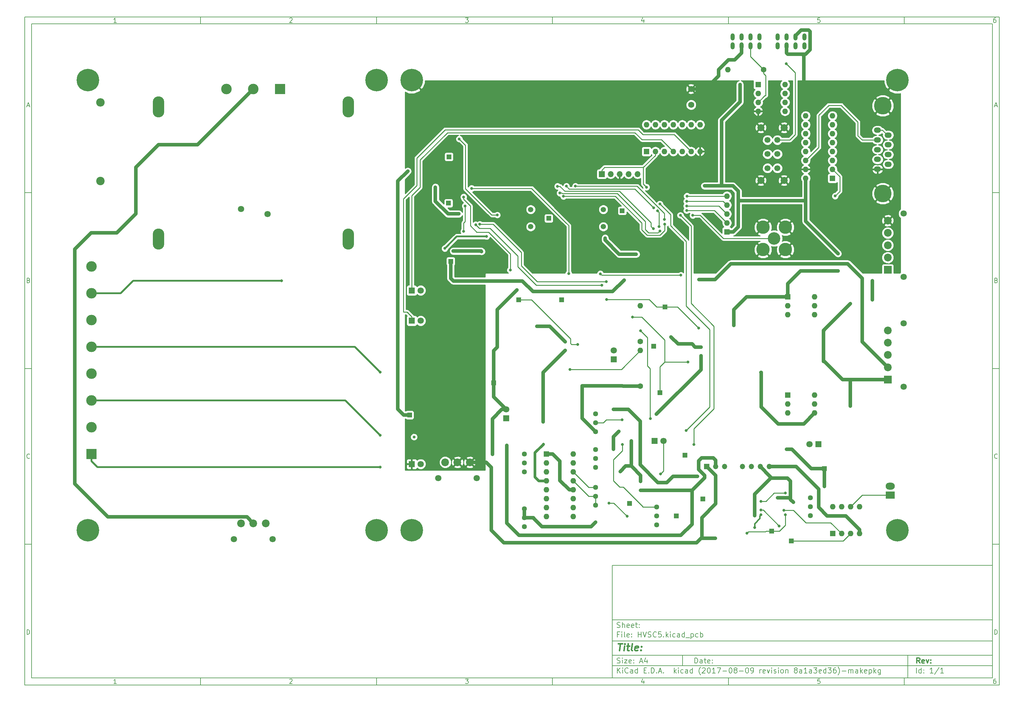
<source format=gbr>
G04 #@! TF.GenerationSoftware,KiCad,Pcbnew,(2017-08-09 revision 8a1a3ed36)-makepkg*
G04 #@! TF.CreationDate,2018-06-18T14:06:25+02:00*
G04 #@! TF.ProjectId,HVSC5,48565343352E6B696361645F70636200,rev?*
G04 #@! TF.SameCoordinates,Original*
G04 #@! TF.FileFunction,Copper,L2,Bot,Signal*
G04 #@! TF.FilePolarity,Positive*
%FSLAX46Y46*%
G04 Gerber Fmt 4.6, Leading zero omitted, Abs format (unit mm)*
G04 Created by KiCad (PCBNEW (2017-08-09 revision 8a1a3ed36)-makepkg) date 06/18/18 14:06:25*
%MOMM*%
%LPD*%
G01*
G04 APERTURE LIST*
%ADD10C,0.100000*%
%ADD11C,0.150000*%
%ADD12C,0.300000*%
%ADD13C,0.400000*%
%ADD14C,1.750000*%
%ADD15R,1.350000X1.350000*%
%ADD16C,2.000000*%
%ADD17C,1.700000*%
%ADD18C,1.440000*%
%ADD19O,1.600000X1.600000*%
%ADD20R,1.600000X1.600000*%
%ADD21C,1.600000*%
%ADD22C,2.200000*%
%ADD23R,2.200000X2.200000*%
%ADD24C,1.800000*%
%ADD25O,1.700000X1.700000*%
%ADD26R,1.700000X1.700000*%
%ADD27O,2.600000X2.000000*%
%ADD28R,2.600000X2.000000*%
%ADD29R,1.800000X1.800000*%
%ADD30O,3.250000X6.000000*%
%ADD31C,6.400000*%
%ADD32C,0.800000*%
%ADD33C,3.810000*%
%ADD34C,3.556000*%
%ADD35C,5.001260*%
%ADD36O,1.998980X1.501140*%
%ADD37R,3.000000X3.000000*%
%ADD38C,3.000000*%
%ADD39O,2.400000X2.400000*%
%ADD40C,2.400000*%
%ADD41O,1.200000X2.000000*%
%ADD42O,1.500000X1.500000*%
%ADD43R,1.500000X1.500000*%
%ADD44C,1.500000*%
%ADD45C,1.000000*%
%ADD46C,0.250000*%
%ADD47C,0.500000*%
%ADD48C,0.800000*%
%ADD49C,0.254000*%
G04 APERTURE END LIST*
D10*
D11*
X177002200Y-166007200D02*
X177002200Y-198007200D01*
X285002200Y-198007200D01*
X285002200Y-166007200D01*
X177002200Y-166007200D01*
D10*
D11*
X10000000Y-10000000D02*
X10000000Y-200007200D01*
X287002200Y-200007200D01*
X287002200Y-10000000D01*
X10000000Y-10000000D01*
D10*
D11*
X12000000Y-12000000D02*
X12000000Y-198007200D01*
X285002200Y-198007200D01*
X285002200Y-12000000D01*
X12000000Y-12000000D01*
D10*
D11*
X60000000Y-12000000D02*
X60000000Y-10000000D01*
D10*
D11*
X110000000Y-12000000D02*
X110000000Y-10000000D01*
D10*
D11*
X160000000Y-12000000D02*
X160000000Y-10000000D01*
D10*
D11*
X210000000Y-12000000D02*
X210000000Y-10000000D01*
D10*
D11*
X260000000Y-12000000D02*
X260000000Y-10000000D01*
D10*
D11*
X36065476Y-11588095D02*
X35322619Y-11588095D01*
X35694047Y-11588095D02*
X35694047Y-10288095D01*
X35570238Y-10473809D01*
X35446428Y-10597619D01*
X35322619Y-10659523D01*
D10*
D11*
X85322619Y-10411904D02*
X85384523Y-10350000D01*
X85508333Y-10288095D01*
X85817857Y-10288095D01*
X85941666Y-10350000D01*
X86003571Y-10411904D01*
X86065476Y-10535714D01*
X86065476Y-10659523D01*
X86003571Y-10845238D01*
X85260714Y-11588095D01*
X86065476Y-11588095D01*
D10*
D11*
X135260714Y-10288095D02*
X136065476Y-10288095D01*
X135632142Y-10783333D01*
X135817857Y-10783333D01*
X135941666Y-10845238D01*
X136003571Y-10907142D01*
X136065476Y-11030952D01*
X136065476Y-11340476D01*
X136003571Y-11464285D01*
X135941666Y-11526190D01*
X135817857Y-11588095D01*
X135446428Y-11588095D01*
X135322619Y-11526190D01*
X135260714Y-11464285D01*
D10*
D11*
X185941666Y-10721428D02*
X185941666Y-11588095D01*
X185632142Y-10226190D02*
X185322619Y-11154761D01*
X186127380Y-11154761D01*
D10*
D11*
X236003571Y-10288095D02*
X235384523Y-10288095D01*
X235322619Y-10907142D01*
X235384523Y-10845238D01*
X235508333Y-10783333D01*
X235817857Y-10783333D01*
X235941666Y-10845238D01*
X236003571Y-10907142D01*
X236065476Y-11030952D01*
X236065476Y-11340476D01*
X236003571Y-11464285D01*
X235941666Y-11526190D01*
X235817857Y-11588095D01*
X235508333Y-11588095D01*
X235384523Y-11526190D01*
X235322619Y-11464285D01*
D10*
D11*
X285941666Y-10288095D02*
X285694047Y-10288095D01*
X285570238Y-10350000D01*
X285508333Y-10411904D01*
X285384523Y-10597619D01*
X285322619Y-10845238D01*
X285322619Y-11340476D01*
X285384523Y-11464285D01*
X285446428Y-11526190D01*
X285570238Y-11588095D01*
X285817857Y-11588095D01*
X285941666Y-11526190D01*
X286003571Y-11464285D01*
X286065476Y-11340476D01*
X286065476Y-11030952D01*
X286003571Y-10907142D01*
X285941666Y-10845238D01*
X285817857Y-10783333D01*
X285570238Y-10783333D01*
X285446428Y-10845238D01*
X285384523Y-10907142D01*
X285322619Y-11030952D01*
D10*
D11*
X60000000Y-198007200D02*
X60000000Y-200007200D01*
D10*
D11*
X110000000Y-198007200D02*
X110000000Y-200007200D01*
D10*
D11*
X160000000Y-198007200D02*
X160000000Y-200007200D01*
D10*
D11*
X210000000Y-198007200D02*
X210000000Y-200007200D01*
D10*
D11*
X260000000Y-198007200D02*
X260000000Y-200007200D01*
D10*
D11*
X36065476Y-199595295D02*
X35322619Y-199595295D01*
X35694047Y-199595295D02*
X35694047Y-198295295D01*
X35570238Y-198481009D01*
X35446428Y-198604819D01*
X35322619Y-198666723D01*
D10*
D11*
X85322619Y-198419104D02*
X85384523Y-198357200D01*
X85508333Y-198295295D01*
X85817857Y-198295295D01*
X85941666Y-198357200D01*
X86003571Y-198419104D01*
X86065476Y-198542914D01*
X86065476Y-198666723D01*
X86003571Y-198852438D01*
X85260714Y-199595295D01*
X86065476Y-199595295D01*
D10*
D11*
X135260714Y-198295295D02*
X136065476Y-198295295D01*
X135632142Y-198790533D01*
X135817857Y-198790533D01*
X135941666Y-198852438D01*
X136003571Y-198914342D01*
X136065476Y-199038152D01*
X136065476Y-199347676D01*
X136003571Y-199471485D01*
X135941666Y-199533390D01*
X135817857Y-199595295D01*
X135446428Y-199595295D01*
X135322619Y-199533390D01*
X135260714Y-199471485D01*
D10*
D11*
X185941666Y-198728628D02*
X185941666Y-199595295D01*
X185632142Y-198233390D02*
X185322619Y-199161961D01*
X186127380Y-199161961D01*
D10*
D11*
X236003571Y-198295295D02*
X235384523Y-198295295D01*
X235322619Y-198914342D01*
X235384523Y-198852438D01*
X235508333Y-198790533D01*
X235817857Y-198790533D01*
X235941666Y-198852438D01*
X236003571Y-198914342D01*
X236065476Y-199038152D01*
X236065476Y-199347676D01*
X236003571Y-199471485D01*
X235941666Y-199533390D01*
X235817857Y-199595295D01*
X235508333Y-199595295D01*
X235384523Y-199533390D01*
X235322619Y-199471485D01*
D10*
D11*
X285941666Y-198295295D02*
X285694047Y-198295295D01*
X285570238Y-198357200D01*
X285508333Y-198419104D01*
X285384523Y-198604819D01*
X285322619Y-198852438D01*
X285322619Y-199347676D01*
X285384523Y-199471485D01*
X285446428Y-199533390D01*
X285570238Y-199595295D01*
X285817857Y-199595295D01*
X285941666Y-199533390D01*
X286003571Y-199471485D01*
X286065476Y-199347676D01*
X286065476Y-199038152D01*
X286003571Y-198914342D01*
X285941666Y-198852438D01*
X285817857Y-198790533D01*
X285570238Y-198790533D01*
X285446428Y-198852438D01*
X285384523Y-198914342D01*
X285322619Y-199038152D01*
D10*
D11*
X10000000Y-60000000D02*
X12000000Y-60000000D01*
D10*
D11*
X10000000Y-110000000D02*
X12000000Y-110000000D01*
D10*
D11*
X10000000Y-160000000D02*
X12000000Y-160000000D01*
D10*
D11*
X10690476Y-35216666D02*
X11309523Y-35216666D01*
X10566666Y-35588095D02*
X11000000Y-34288095D01*
X11433333Y-35588095D01*
D10*
D11*
X11092857Y-84907142D02*
X11278571Y-84969047D01*
X11340476Y-85030952D01*
X11402380Y-85154761D01*
X11402380Y-85340476D01*
X11340476Y-85464285D01*
X11278571Y-85526190D01*
X11154761Y-85588095D01*
X10659523Y-85588095D01*
X10659523Y-84288095D01*
X11092857Y-84288095D01*
X11216666Y-84350000D01*
X11278571Y-84411904D01*
X11340476Y-84535714D01*
X11340476Y-84659523D01*
X11278571Y-84783333D01*
X11216666Y-84845238D01*
X11092857Y-84907142D01*
X10659523Y-84907142D01*
D10*
D11*
X11402380Y-135464285D02*
X11340476Y-135526190D01*
X11154761Y-135588095D01*
X11030952Y-135588095D01*
X10845238Y-135526190D01*
X10721428Y-135402380D01*
X10659523Y-135278571D01*
X10597619Y-135030952D01*
X10597619Y-134845238D01*
X10659523Y-134597619D01*
X10721428Y-134473809D01*
X10845238Y-134350000D01*
X11030952Y-134288095D01*
X11154761Y-134288095D01*
X11340476Y-134350000D01*
X11402380Y-134411904D01*
D10*
D11*
X10659523Y-185588095D02*
X10659523Y-184288095D01*
X10969047Y-184288095D01*
X11154761Y-184350000D01*
X11278571Y-184473809D01*
X11340476Y-184597619D01*
X11402380Y-184845238D01*
X11402380Y-185030952D01*
X11340476Y-185278571D01*
X11278571Y-185402380D01*
X11154761Y-185526190D01*
X10969047Y-185588095D01*
X10659523Y-185588095D01*
D10*
D11*
X287002200Y-60000000D02*
X285002200Y-60000000D01*
D10*
D11*
X287002200Y-110000000D02*
X285002200Y-110000000D01*
D10*
D11*
X287002200Y-160000000D02*
X285002200Y-160000000D01*
D10*
D11*
X285692676Y-35216666D02*
X286311723Y-35216666D01*
X285568866Y-35588095D02*
X286002200Y-34288095D01*
X286435533Y-35588095D01*
D10*
D11*
X286095057Y-84907142D02*
X286280771Y-84969047D01*
X286342676Y-85030952D01*
X286404580Y-85154761D01*
X286404580Y-85340476D01*
X286342676Y-85464285D01*
X286280771Y-85526190D01*
X286156961Y-85588095D01*
X285661723Y-85588095D01*
X285661723Y-84288095D01*
X286095057Y-84288095D01*
X286218866Y-84350000D01*
X286280771Y-84411904D01*
X286342676Y-84535714D01*
X286342676Y-84659523D01*
X286280771Y-84783333D01*
X286218866Y-84845238D01*
X286095057Y-84907142D01*
X285661723Y-84907142D01*
D10*
D11*
X286404580Y-135464285D02*
X286342676Y-135526190D01*
X286156961Y-135588095D01*
X286033152Y-135588095D01*
X285847438Y-135526190D01*
X285723628Y-135402380D01*
X285661723Y-135278571D01*
X285599819Y-135030952D01*
X285599819Y-134845238D01*
X285661723Y-134597619D01*
X285723628Y-134473809D01*
X285847438Y-134350000D01*
X286033152Y-134288095D01*
X286156961Y-134288095D01*
X286342676Y-134350000D01*
X286404580Y-134411904D01*
D10*
D11*
X285661723Y-185588095D02*
X285661723Y-184288095D01*
X285971247Y-184288095D01*
X286156961Y-184350000D01*
X286280771Y-184473809D01*
X286342676Y-184597619D01*
X286404580Y-184845238D01*
X286404580Y-185030952D01*
X286342676Y-185278571D01*
X286280771Y-185402380D01*
X286156961Y-185526190D01*
X285971247Y-185588095D01*
X285661723Y-185588095D01*
D10*
D11*
X200434342Y-193785771D02*
X200434342Y-192285771D01*
X200791485Y-192285771D01*
X201005771Y-192357200D01*
X201148628Y-192500057D01*
X201220057Y-192642914D01*
X201291485Y-192928628D01*
X201291485Y-193142914D01*
X201220057Y-193428628D01*
X201148628Y-193571485D01*
X201005771Y-193714342D01*
X200791485Y-193785771D01*
X200434342Y-193785771D01*
X202577200Y-193785771D02*
X202577200Y-193000057D01*
X202505771Y-192857200D01*
X202362914Y-192785771D01*
X202077200Y-192785771D01*
X201934342Y-192857200D01*
X202577200Y-193714342D02*
X202434342Y-193785771D01*
X202077200Y-193785771D01*
X201934342Y-193714342D01*
X201862914Y-193571485D01*
X201862914Y-193428628D01*
X201934342Y-193285771D01*
X202077200Y-193214342D01*
X202434342Y-193214342D01*
X202577200Y-193142914D01*
X203077200Y-192785771D02*
X203648628Y-192785771D01*
X203291485Y-192285771D02*
X203291485Y-193571485D01*
X203362914Y-193714342D01*
X203505771Y-193785771D01*
X203648628Y-193785771D01*
X204720057Y-193714342D02*
X204577200Y-193785771D01*
X204291485Y-193785771D01*
X204148628Y-193714342D01*
X204077200Y-193571485D01*
X204077200Y-193000057D01*
X204148628Y-192857200D01*
X204291485Y-192785771D01*
X204577200Y-192785771D01*
X204720057Y-192857200D01*
X204791485Y-193000057D01*
X204791485Y-193142914D01*
X204077200Y-193285771D01*
X205434342Y-193642914D02*
X205505771Y-193714342D01*
X205434342Y-193785771D01*
X205362914Y-193714342D01*
X205434342Y-193642914D01*
X205434342Y-193785771D01*
X205434342Y-192857200D02*
X205505771Y-192928628D01*
X205434342Y-193000057D01*
X205362914Y-192928628D01*
X205434342Y-192857200D01*
X205434342Y-193000057D01*
D10*
D11*
X177002200Y-194507200D02*
X285002200Y-194507200D01*
D10*
D11*
X178434342Y-196585771D02*
X178434342Y-195085771D01*
X179291485Y-196585771D02*
X178648628Y-195728628D01*
X179291485Y-195085771D02*
X178434342Y-195942914D01*
X179934342Y-196585771D02*
X179934342Y-195585771D01*
X179934342Y-195085771D02*
X179862914Y-195157200D01*
X179934342Y-195228628D01*
X180005771Y-195157200D01*
X179934342Y-195085771D01*
X179934342Y-195228628D01*
X181505771Y-196442914D02*
X181434342Y-196514342D01*
X181220057Y-196585771D01*
X181077200Y-196585771D01*
X180862914Y-196514342D01*
X180720057Y-196371485D01*
X180648628Y-196228628D01*
X180577200Y-195942914D01*
X180577200Y-195728628D01*
X180648628Y-195442914D01*
X180720057Y-195300057D01*
X180862914Y-195157200D01*
X181077200Y-195085771D01*
X181220057Y-195085771D01*
X181434342Y-195157200D01*
X181505771Y-195228628D01*
X182791485Y-196585771D02*
X182791485Y-195800057D01*
X182720057Y-195657200D01*
X182577200Y-195585771D01*
X182291485Y-195585771D01*
X182148628Y-195657200D01*
X182791485Y-196514342D02*
X182648628Y-196585771D01*
X182291485Y-196585771D01*
X182148628Y-196514342D01*
X182077200Y-196371485D01*
X182077200Y-196228628D01*
X182148628Y-196085771D01*
X182291485Y-196014342D01*
X182648628Y-196014342D01*
X182791485Y-195942914D01*
X184148628Y-196585771D02*
X184148628Y-195085771D01*
X184148628Y-196514342D02*
X184005771Y-196585771D01*
X183720057Y-196585771D01*
X183577200Y-196514342D01*
X183505771Y-196442914D01*
X183434342Y-196300057D01*
X183434342Y-195871485D01*
X183505771Y-195728628D01*
X183577200Y-195657200D01*
X183720057Y-195585771D01*
X184005771Y-195585771D01*
X184148628Y-195657200D01*
X186005771Y-195800057D02*
X186505771Y-195800057D01*
X186720057Y-196585771D02*
X186005771Y-196585771D01*
X186005771Y-195085771D01*
X186720057Y-195085771D01*
X187362914Y-196442914D02*
X187434342Y-196514342D01*
X187362914Y-196585771D01*
X187291485Y-196514342D01*
X187362914Y-196442914D01*
X187362914Y-196585771D01*
X188077200Y-196585771D02*
X188077200Y-195085771D01*
X188434342Y-195085771D01*
X188648628Y-195157200D01*
X188791485Y-195300057D01*
X188862914Y-195442914D01*
X188934342Y-195728628D01*
X188934342Y-195942914D01*
X188862914Y-196228628D01*
X188791485Y-196371485D01*
X188648628Y-196514342D01*
X188434342Y-196585771D01*
X188077200Y-196585771D01*
X189577200Y-196442914D02*
X189648628Y-196514342D01*
X189577200Y-196585771D01*
X189505771Y-196514342D01*
X189577200Y-196442914D01*
X189577200Y-196585771D01*
X190220057Y-196157200D02*
X190934342Y-196157200D01*
X190077200Y-196585771D02*
X190577200Y-195085771D01*
X191077200Y-196585771D01*
X191577200Y-196442914D02*
X191648628Y-196514342D01*
X191577200Y-196585771D01*
X191505771Y-196514342D01*
X191577200Y-196442914D01*
X191577200Y-196585771D01*
X194577200Y-196585771D02*
X194577200Y-195085771D01*
X194720057Y-196014342D02*
X195148628Y-196585771D01*
X195148628Y-195585771D02*
X194577200Y-196157200D01*
X195791485Y-196585771D02*
X195791485Y-195585771D01*
X195791485Y-195085771D02*
X195720057Y-195157200D01*
X195791485Y-195228628D01*
X195862914Y-195157200D01*
X195791485Y-195085771D01*
X195791485Y-195228628D01*
X197148628Y-196514342D02*
X197005771Y-196585771D01*
X196720057Y-196585771D01*
X196577200Y-196514342D01*
X196505771Y-196442914D01*
X196434342Y-196300057D01*
X196434342Y-195871485D01*
X196505771Y-195728628D01*
X196577200Y-195657200D01*
X196720057Y-195585771D01*
X197005771Y-195585771D01*
X197148628Y-195657200D01*
X198434342Y-196585771D02*
X198434342Y-195800057D01*
X198362914Y-195657200D01*
X198220057Y-195585771D01*
X197934342Y-195585771D01*
X197791485Y-195657200D01*
X198434342Y-196514342D02*
X198291485Y-196585771D01*
X197934342Y-196585771D01*
X197791485Y-196514342D01*
X197720057Y-196371485D01*
X197720057Y-196228628D01*
X197791485Y-196085771D01*
X197934342Y-196014342D01*
X198291485Y-196014342D01*
X198434342Y-195942914D01*
X199791485Y-196585771D02*
X199791485Y-195085771D01*
X199791485Y-196514342D02*
X199648628Y-196585771D01*
X199362914Y-196585771D01*
X199220057Y-196514342D01*
X199148628Y-196442914D01*
X199077200Y-196300057D01*
X199077200Y-195871485D01*
X199148628Y-195728628D01*
X199220057Y-195657200D01*
X199362914Y-195585771D01*
X199648628Y-195585771D01*
X199791485Y-195657200D01*
X202077200Y-197157200D02*
X202005771Y-197085771D01*
X201862914Y-196871485D01*
X201791485Y-196728628D01*
X201720057Y-196514342D01*
X201648628Y-196157200D01*
X201648628Y-195871485D01*
X201720057Y-195514342D01*
X201791485Y-195300057D01*
X201862914Y-195157200D01*
X202005771Y-194942914D01*
X202077200Y-194871485D01*
X202577200Y-195228628D02*
X202648628Y-195157200D01*
X202791485Y-195085771D01*
X203148628Y-195085771D01*
X203291485Y-195157200D01*
X203362914Y-195228628D01*
X203434342Y-195371485D01*
X203434342Y-195514342D01*
X203362914Y-195728628D01*
X202505771Y-196585771D01*
X203434342Y-196585771D01*
X204362914Y-195085771D02*
X204505771Y-195085771D01*
X204648628Y-195157200D01*
X204720057Y-195228628D01*
X204791485Y-195371485D01*
X204862914Y-195657200D01*
X204862914Y-196014342D01*
X204791485Y-196300057D01*
X204720057Y-196442914D01*
X204648628Y-196514342D01*
X204505771Y-196585771D01*
X204362914Y-196585771D01*
X204220057Y-196514342D01*
X204148628Y-196442914D01*
X204077200Y-196300057D01*
X204005771Y-196014342D01*
X204005771Y-195657200D01*
X204077200Y-195371485D01*
X204148628Y-195228628D01*
X204220057Y-195157200D01*
X204362914Y-195085771D01*
X206291485Y-196585771D02*
X205434342Y-196585771D01*
X205862914Y-196585771D02*
X205862914Y-195085771D01*
X205720057Y-195300057D01*
X205577200Y-195442914D01*
X205434342Y-195514342D01*
X206791485Y-195085771D02*
X207791485Y-195085771D01*
X207148628Y-196585771D01*
X208362914Y-196014342D02*
X209505771Y-196014342D01*
X210505771Y-195085771D02*
X210648628Y-195085771D01*
X210791485Y-195157200D01*
X210862914Y-195228628D01*
X210934342Y-195371485D01*
X211005771Y-195657200D01*
X211005771Y-196014342D01*
X210934342Y-196300057D01*
X210862914Y-196442914D01*
X210791485Y-196514342D01*
X210648628Y-196585771D01*
X210505771Y-196585771D01*
X210362914Y-196514342D01*
X210291485Y-196442914D01*
X210220057Y-196300057D01*
X210148628Y-196014342D01*
X210148628Y-195657200D01*
X210220057Y-195371485D01*
X210291485Y-195228628D01*
X210362914Y-195157200D01*
X210505771Y-195085771D01*
X211862914Y-195728628D02*
X211720057Y-195657200D01*
X211648628Y-195585771D01*
X211577200Y-195442914D01*
X211577200Y-195371485D01*
X211648628Y-195228628D01*
X211720057Y-195157200D01*
X211862914Y-195085771D01*
X212148628Y-195085771D01*
X212291485Y-195157200D01*
X212362914Y-195228628D01*
X212434342Y-195371485D01*
X212434342Y-195442914D01*
X212362914Y-195585771D01*
X212291485Y-195657200D01*
X212148628Y-195728628D01*
X211862914Y-195728628D01*
X211720057Y-195800057D01*
X211648628Y-195871485D01*
X211577200Y-196014342D01*
X211577200Y-196300057D01*
X211648628Y-196442914D01*
X211720057Y-196514342D01*
X211862914Y-196585771D01*
X212148628Y-196585771D01*
X212291485Y-196514342D01*
X212362914Y-196442914D01*
X212434342Y-196300057D01*
X212434342Y-196014342D01*
X212362914Y-195871485D01*
X212291485Y-195800057D01*
X212148628Y-195728628D01*
X213077200Y-196014342D02*
X214220057Y-196014342D01*
X215220057Y-195085771D02*
X215362914Y-195085771D01*
X215505771Y-195157200D01*
X215577200Y-195228628D01*
X215648628Y-195371485D01*
X215720057Y-195657200D01*
X215720057Y-196014342D01*
X215648628Y-196300057D01*
X215577200Y-196442914D01*
X215505771Y-196514342D01*
X215362914Y-196585771D01*
X215220057Y-196585771D01*
X215077200Y-196514342D01*
X215005771Y-196442914D01*
X214934342Y-196300057D01*
X214862914Y-196014342D01*
X214862914Y-195657200D01*
X214934342Y-195371485D01*
X215005771Y-195228628D01*
X215077200Y-195157200D01*
X215220057Y-195085771D01*
X216434342Y-196585771D02*
X216720057Y-196585771D01*
X216862914Y-196514342D01*
X216934342Y-196442914D01*
X217077200Y-196228628D01*
X217148628Y-195942914D01*
X217148628Y-195371485D01*
X217077200Y-195228628D01*
X217005771Y-195157200D01*
X216862914Y-195085771D01*
X216577200Y-195085771D01*
X216434342Y-195157200D01*
X216362914Y-195228628D01*
X216291485Y-195371485D01*
X216291485Y-195728628D01*
X216362914Y-195871485D01*
X216434342Y-195942914D01*
X216577200Y-196014342D01*
X216862914Y-196014342D01*
X217005771Y-195942914D01*
X217077200Y-195871485D01*
X217148628Y-195728628D01*
X218934342Y-196585771D02*
X218934342Y-195585771D01*
X218934342Y-195871485D02*
X219005771Y-195728628D01*
X219077200Y-195657200D01*
X219220057Y-195585771D01*
X219362914Y-195585771D01*
X220434342Y-196514342D02*
X220291485Y-196585771D01*
X220005771Y-196585771D01*
X219862914Y-196514342D01*
X219791485Y-196371485D01*
X219791485Y-195800057D01*
X219862914Y-195657200D01*
X220005771Y-195585771D01*
X220291485Y-195585771D01*
X220434342Y-195657200D01*
X220505771Y-195800057D01*
X220505771Y-195942914D01*
X219791485Y-196085771D01*
X221005771Y-195585771D02*
X221362914Y-196585771D01*
X221720057Y-195585771D01*
X222291485Y-196585771D02*
X222291485Y-195585771D01*
X222291485Y-195085771D02*
X222220057Y-195157200D01*
X222291485Y-195228628D01*
X222362914Y-195157200D01*
X222291485Y-195085771D01*
X222291485Y-195228628D01*
X222934342Y-196514342D02*
X223077200Y-196585771D01*
X223362914Y-196585771D01*
X223505771Y-196514342D01*
X223577200Y-196371485D01*
X223577200Y-196300057D01*
X223505771Y-196157200D01*
X223362914Y-196085771D01*
X223148628Y-196085771D01*
X223005771Y-196014342D01*
X222934342Y-195871485D01*
X222934342Y-195800057D01*
X223005771Y-195657200D01*
X223148628Y-195585771D01*
X223362914Y-195585771D01*
X223505771Y-195657200D01*
X224220057Y-196585771D02*
X224220057Y-195585771D01*
X224220057Y-195085771D02*
X224148628Y-195157200D01*
X224220057Y-195228628D01*
X224291485Y-195157200D01*
X224220057Y-195085771D01*
X224220057Y-195228628D01*
X225148628Y-196585771D02*
X225005771Y-196514342D01*
X224934342Y-196442914D01*
X224862914Y-196300057D01*
X224862914Y-195871485D01*
X224934342Y-195728628D01*
X225005771Y-195657200D01*
X225148628Y-195585771D01*
X225362914Y-195585771D01*
X225505771Y-195657200D01*
X225577200Y-195728628D01*
X225648628Y-195871485D01*
X225648628Y-196300057D01*
X225577200Y-196442914D01*
X225505771Y-196514342D01*
X225362914Y-196585771D01*
X225148628Y-196585771D01*
X226291485Y-195585771D02*
X226291485Y-196585771D01*
X226291485Y-195728628D02*
X226362914Y-195657200D01*
X226505771Y-195585771D01*
X226720057Y-195585771D01*
X226862914Y-195657200D01*
X226934342Y-195800057D01*
X226934342Y-196585771D01*
X229005771Y-195728628D02*
X228862914Y-195657200D01*
X228791485Y-195585771D01*
X228720057Y-195442914D01*
X228720057Y-195371485D01*
X228791485Y-195228628D01*
X228862914Y-195157200D01*
X229005771Y-195085771D01*
X229291485Y-195085771D01*
X229434342Y-195157200D01*
X229505771Y-195228628D01*
X229577200Y-195371485D01*
X229577200Y-195442914D01*
X229505771Y-195585771D01*
X229434342Y-195657200D01*
X229291485Y-195728628D01*
X229005771Y-195728628D01*
X228862914Y-195800057D01*
X228791485Y-195871485D01*
X228720057Y-196014342D01*
X228720057Y-196300057D01*
X228791485Y-196442914D01*
X228862914Y-196514342D01*
X229005771Y-196585771D01*
X229291485Y-196585771D01*
X229434342Y-196514342D01*
X229505771Y-196442914D01*
X229577200Y-196300057D01*
X229577200Y-196014342D01*
X229505771Y-195871485D01*
X229434342Y-195800057D01*
X229291485Y-195728628D01*
X230862914Y-196585771D02*
X230862914Y-195800057D01*
X230791485Y-195657200D01*
X230648628Y-195585771D01*
X230362914Y-195585771D01*
X230220057Y-195657200D01*
X230862914Y-196514342D02*
X230720057Y-196585771D01*
X230362914Y-196585771D01*
X230220057Y-196514342D01*
X230148628Y-196371485D01*
X230148628Y-196228628D01*
X230220057Y-196085771D01*
X230362914Y-196014342D01*
X230720057Y-196014342D01*
X230862914Y-195942914D01*
X232362914Y-196585771D02*
X231505771Y-196585771D01*
X231934342Y-196585771D02*
X231934342Y-195085771D01*
X231791485Y-195300057D01*
X231648628Y-195442914D01*
X231505771Y-195514342D01*
X233648628Y-196585771D02*
X233648628Y-195800057D01*
X233577200Y-195657200D01*
X233434342Y-195585771D01*
X233148628Y-195585771D01*
X233005771Y-195657200D01*
X233648628Y-196514342D02*
X233505771Y-196585771D01*
X233148628Y-196585771D01*
X233005771Y-196514342D01*
X232934342Y-196371485D01*
X232934342Y-196228628D01*
X233005771Y-196085771D01*
X233148628Y-196014342D01*
X233505771Y-196014342D01*
X233648628Y-195942914D01*
X234220057Y-195085771D02*
X235148628Y-195085771D01*
X234648628Y-195657200D01*
X234862914Y-195657200D01*
X235005771Y-195728628D01*
X235077200Y-195800057D01*
X235148628Y-195942914D01*
X235148628Y-196300057D01*
X235077200Y-196442914D01*
X235005771Y-196514342D01*
X234862914Y-196585771D01*
X234434342Y-196585771D01*
X234291485Y-196514342D01*
X234220057Y-196442914D01*
X236362914Y-196514342D02*
X236220057Y-196585771D01*
X235934342Y-196585771D01*
X235791485Y-196514342D01*
X235720057Y-196371485D01*
X235720057Y-195800057D01*
X235791485Y-195657200D01*
X235934342Y-195585771D01*
X236220057Y-195585771D01*
X236362914Y-195657200D01*
X236434342Y-195800057D01*
X236434342Y-195942914D01*
X235720057Y-196085771D01*
X237720057Y-196585771D02*
X237720057Y-195085771D01*
X237720057Y-196514342D02*
X237577200Y-196585771D01*
X237291485Y-196585771D01*
X237148628Y-196514342D01*
X237077200Y-196442914D01*
X237005771Y-196300057D01*
X237005771Y-195871485D01*
X237077200Y-195728628D01*
X237148628Y-195657200D01*
X237291485Y-195585771D01*
X237577200Y-195585771D01*
X237720057Y-195657200D01*
X238291485Y-195085771D02*
X239220057Y-195085771D01*
X238720057Y-195657200D01*
X238934342Y-195657200D01*
X239077200Y-195728628D01*
X239148628Y-195800057D01*
X239220057Y-195942914D01*
X239220057Y-196300057D01*
X239148628Y-196442914D01*
X239077200Y-196514342D01*
X238934342Y-196585771D01*
X238505771Y-196585771D01*
X238362914Y-196514342D01*
X238291485Y-196442914D01*
X240505771Y-195085771D02*
X240220057Y-195085771D01*
X240077200Y-195157200D01*
X240005771Y-195228628D01*
X239862914Y-195442914D01*
X239791485Y-195728628D01*
X239791485Y-196300057D01*
X239862914Y-196442914D01*
X239934342Y-196514342D01*
X240077200Y-196585771D01*
X240362914Y-196585771D01*
X240505771Y-196514342D01*
X240577200Y-196442914D01*
X240648628Y-196300057D01*
X240648628Y-195942914D01*
X240577200Y-195800057D01*
X240505771Y-195728628D01*
X240362914Y-195657200D01*
X240077200Y-195657200D01*
X239934342Y-195728628D01*
X239862914Y-195800057D01*
X239791485Y-195942914D01*
X241148628Y-197157200D02*
X241220057Y-197085771D01*
X241362914Y-196871485D01*
X241434342Y-196728628D01*
X241505771Y-196514342D01*
X241577199Y-196157200D01*
X241577199Y-195871485D01*
X241505771Y-195514342D01*
X241434342Y-195300057D01*
X241362914Y-195157200D01*
X241220057Y-194942914D01*
X241148628Y-194871485D01*
X242291485Y-196014342D02*
X243434342Y-196014342D01*
X244148628Y-196585771D02*
X244148628Y-195585771D01*
X244148628Y-195728628D02*
X244220057Y-195657200D01*
X244362914Y-195585771D01*
X244577199Y-195585771D01*
X244720057Y-195657200D01*
X244791485Y-195800057D01*
X244791485Y-196585771D01*
X244791485Y-195800057D02*
X244862914Y-195657200D01*
X245005771Y-195585771D01*
X245220057Y-195585771D01*
X245362914Y-195657200D01*
X245434342Y-195800057D01*
X245434342Y-196585771D01*
X246791485Y-196585771D02*
X246791485Y-195800057D01*
X246720057Y-195657200D01*
X246577200Y-195585771D01*
X246291485Y-195585771D01*
X246148628Y-195657200D01*
X246791485Y-196514342D02*
X246648628Y-196585771D01*
X246291485Y-196585771D01*
X246148628Y-196514342D01*
X246077200Y-196371485D01*
X246077200Y-196228628D01*
X246148628Y-196085771D01*
X246291485Y-196014342D01*
X246648628Y-196014342D01*
X246791485Y-195942914D01*
X247505771Y-196585771D02*
X247505771Y-195085771D01*
X247648628Y-196014342D02*
X248077200Y-196585771D01*
X248077200Y-195585771D02*
X247505771Y-196157200D01*
X249291485Y-196514342D02*
X249148628Y-196585771D01*
X248862914Y-196585771D01*
X248720057Y-196514342D01*
X248648628Y-196371485D01*
X248648628Y-195800057D01*
X248720057Y-195657200D01*
X248862914Y-195585771D01*
X249148628Y-195585771D01*
X249291485Y-195657200D01*
X249362914Y-195800057D01*
X249362914Y-195942914D01*
X248648628Y-196085771D01*
X250005771Y-195585771D02*
X250005771Y-197085771D01*
X250005771Y-195657200D02*
X250148628Y-195585771D01*
X250434342Y-195585771D01*
X250577200Y-195657200D01*
X250648628Y-195728628D01*
X250720057Y-195871485D01*
X250720057Y-196300057D01*
X250648628Y-196442914D01*
X250577200Y-196514342D01*
X250434342Y-196585771D01*
X250148628Y-196585771D01*
X250005771Y-196514342D01*
X251362914Y-196585771D02*
X251362914Y-195085771D01*
X251505771Y-196014342D02*
X251934342Y-196585771D01*
X251934342Y-195585771D02*
X251362914Y-196157200D01*
X253220057Y-195585771D02*
X253220057Y-196800057D01*
X253148628Y-196942914D01*
X253077199Y-197014342D01*
X252934342Y-197085771D01*
X252720057Y-197085771D01*
X252577199Y-197014342D01*
X253220057Y-196514342D02*
X253077199Y-196585771D01*
X252791485Y-196585771D01*
X252648628Y-196514342D01*
X252577199Y-196442914D01*
X252505771Y-196300057D01*
X252505771Y-195871485D01*
X252577199Y-195728628D01*
X252648628Y-195657200D01*
X252791485Y-195585771D01*
X253077199Y-195585771D01*
X253220057Y-195657200D01*
D10*
D11*
X177002200Y-191507200D02*
X285002200Y-191507200D01*
D10*
D12*
X264411485Y-193785771D02*
X263911485Y-193071485D01*
X263554342Y-193785771D02*
X263554342Y-192285771D01*
X264125771Y-192285771D01*
X264268628Y-192357200D01*
X264340057Y-192428628D01*
X264411485Y-192571485D01*
X264411485Y-192785771D01*
X264340057Y-192928628D01*
X264268628Y-193000057D01*
X264125771Y-193071485D01*
X263554342Y-193071485D01*
X265625771Y-193714342D02*
X265482914Y-193785771D01*
X265197200Y-193785771D01*
X265054342Y-193714342D01*
X264982914Y-193571485D01*
X264982914Y-193000057D01*
X265054342Y-192857200D01*
X265197200Y-192785771D01*
X265482914Y-192785771D01*
X265625771Y-192857200D01*
X265697200Y-193000057D01*
X265697200Y-193142914D01*
X264982914Y-193285771D01*
X266197200Y-192785771D02*
X266554342Y-193785771D01*
X266911485Y-192785771D01*
X267482914Y-193642914D02*
X267554342Y-193714342D01*
X267482914Y-193785771D01*
X267411485Y-193714342D01*
X267482914Y-193642914D01*
X267482914Y-193785771D01*
X267482914Y-192857200D02*
X267554342Y-192928628D01*
X267482914Y-193000057D01*
X267411485Y-192928628D01*
X267482914Y-192857200D01*
X267482914Y-193000057D01*
D10*
D11*
X178362914Y-193714342D02*
X178577200Y-193785771D01*
X178934342Y-193785771D01*
X179077200Y-193714342D01*
X179148628Y-193642914D01*
X179220057Y-193500057D01*
X179220057Y-193357200D01*
X179148628Y-193214342D01*
X179077200Y-193142914D01*
X178934342Y-193071485D01*
X178648628Y-193000057D01*
X178505771Y-192928628D01*
X178434342Y-192857200D01*
X178362914Y-192714342D01*
X178362914Y-192571485D01*
X178434342Y-192428628D01*
X178505771Y-192357200D01*
X178648628Y-192285771D01*
X179005771Y-192285771D01*
X179220057Y-192357200D01*
X179862914Y-193785771D02*
X179862914Y-192785771D01*
X179862914Y-192285771D02*
X179791485Y-192357200D01*
X179862914Y-192428628D01*
X179934342Y-192357200D01*
X179862914Y-192285771D01*
X179862914Y-192428628D01*
X180434342Y-192785771D02*
X181220057Y-192785771D01*
X180434342Y-193785771D01*
X181220057Y-193785771D01*
X182362914Y-193714342D02*
X182220057Y-193785771D01*
X181934342Y-193785771D01*
X181791485Y-193714342D01*
X181720057Y-193571485D01*
X181720057Y-193000057D01*
X181791485Y-192857200D01*
X181934342Y-192785771D01*
X182220057Y-192785771D01*
X182362914Y-192857200D01*
X182434342Y-193000057D01*
X182434342Y-193142914D01*
X181720057Y-193285771D01*
X183077200Y-193642914D02*
X183148628Y-193714342D01*
X183077200Y-193785771D01*
X183005771Y-193714342D01*
X183077200Y-193642914D01*
X183077200Y-193785771D01*
X183077200Y-192857200D02*
X183148628Y-192928628D01*
X183077200Y-193000057D01*
X183005771Y-192928628D01*
X183077200Y-192857200D01*
X183077200Y-193000057D01*
X184862914Y-193357200D02*
X185577200Y-193357200D01*
X184720057Y-193785771D02*
X185220057Y-192285771D01*
X185720057Y-193785771D01*
X186862914Y-192785771D02*
X186862914Y-193785771D01*
X186505771Y-192214342D02*
X186148628Y-193285771D01*
X187077200Y-193285771D01*
D10*
D11*
X263434342Y-196585771D02*
X263434342Y-195085771D01*
X264791485Y-196585771D02*
X264791485Y-195085771D01*
X264791485Y-196514342D02*
X264648628Y-196585771D01*
X264362914Y-196585771D01*
X264220057Y-196514342D01*
X264148628Y-196442914D01*
X264077200Y-196300057D01*
X264077200Y-195871485D01*
X264148628Y-195728628D01*
X264220057Y-195657200D01*
X264362914Y-195585771D01*
X264648628Y-195585771D01*
X264791485Y-195657200D01*
X265505771Y-196442914D02*
X265577200Y-196514342D01*
X265505771Y-196585771D01*
X265434342Y-196514342D01*
X265505771Y-196442914D01*
X265505771Y-196585771D01*
X265505771Y-195657200D02*
X265577200Y-195728628D01*
X265505771Y-195800057D01*
X265434342Y-195728628D01*
X265505771Y-195657200D01*
X265505771Y-195800057D01*
X268148628Y-196585771D02*
X267291485Y-196585771D01*
X267720057Y-196585771D02*
X267720057Y-195085771D01*
X267577200Y-195300057D01*
X267434342Y-195442914D01*
X267291485Y-195514342D01*
X269862914Y-195014342D02*
X268577200Y-196942914D01*
X271148628Y-196585771D02*
X270291485Y-196585771D01*
X270720057Y-196585771D02*
X270720057Y-195085771D01*
X270577200Y-195300057D01*
X270434342Y-195442914D01*
X270291485Y-195514342D01*
D10*
D11*
X177002200Y-187507200D02*
X285002200Y-187507200D01*
D10*
D13*
X178714580Y-188211961D02*
X179857438Y-188211961D01*
X179036009Y-190211961D02*
X179286009Y-188211961D01*
X180274104Y-190211961D02*
X180440771Y-188878628D01*
X180524104Y-188211961D02*
X180416961Y-188307200D01*
X180500295Y-188402438D01*
X180607438Y-188307200D01*
X180524104Y-188211961D01*
X180500295Y-188402438D01*
X181107438Y-188878628D02*
X181869342Y-188878628D01*
X181476485Y-188211961D02*
X181262200Y-189926247D01*
X181333628Y-190116723D01*
X181512200Y-190211961D01*
X181702676Y-190211961D01*
X182655057Y-190211961D02*
X182476485Y-190116723D01*
X182405057Y-189926247D01*
X182619342Y-188211961D01*
X184190771Y-190116723D02*
X183988390Y-190211961D01*
X183607438Y-190211961D01*
X183428866Y-190116723D01*
X183357438Y-189926247D01*
X183452676Y-189164342D01*
X183571723Y-188973866D01*
X183774104Y-188878628D01*
X184155057Y-188878628D01*
X184333628Y-188973866D01*
X184405057Y-189164342D01*
X184381247Y-189354819D01*
X183405057Y-189545295D01*
X185155057Y-190021485D02*
X185238390Y-190116723D01*
X185131247Y-190211961D01*
X185047914Y-190116723D01*
X185155057Y-190021485D01*
X185131247Y-190211961D01*
X185286009Y-188973866D02*
X185369342Y-189069104D01*
X185262200Y-189164342D01*
X185178866Y-189069104D01*
X185286009Y-188973866D01*
X185262200Y-189164342D01*
D10*
D11*
X178934342Y-185600057D02*
X178434342Y-185600057D01*
X178434342Y-186385771D02*
X178434342Y-184885771D01*
X179148628Y-184885771D01*
X179720057Y-186385771D02*
X179720057Y-185385771D01*
X179720057Y-184885771D02*
X179648628Y-184957200D01*
X179720057Y-185028628D01*
X179791485Y-184957200D01*
X179720057Y-184885771D01*
X179720057Y-185028628D01*
X180648628Y-186385771D02*
X180505771Y-186314342D01*
X180434342Y-186171485D01*
X180434342Y-184885771D01*
X181791485Y-186314342D02*
X181648628Y-186385771D01*
X181362914Y-186385771D01*
X181220057Y-186314342D01*
X181148628Y-186171485D01*
X181148628Y-185600057D01*
X181220057Y-185457200D01*
X181362914Y-185385771D01*
X181648628Y-185385771D01*
X181791485Y-185457200D01*
X181862914Y-185600057D01*
X181862914Y-185742914D01*
X181148628Y-185885771D01*
X182505771Y-186242914D02*
X182577200Y-186314342D01*
X182505771Y-186385771D01*
X182434342Y-186314342D01*
X182505771Y-186242914D01*
X182505771Y-186385771D01*
X182505771Y-185457200D02*
X182577200Y-185528628D01*
X182505771Y-185600057D01*
X182434342Y-185528628D01*
X182505771Y-185457200D01*
X182505771Y-185600057D01*
X184362914Y-186385771D02*
X184362914Y-184885771D01*
X184362914Y-185600057D02*
X185220057Y-185600057D01*
X185220057Y-186385771D02*
X185220057Y-184885771D01*
X185720057Y-184885771D02*
X186220057Y-186385771D01*
X186720057Y-184885771D01*
X187148628Y-186314342D02*
X187362914Y-186385771D01*
X187720057Y-186385771D01*
X187862914Y-186314342D01*
X187934342Y-186242914D01*
X188005771Y-186100057D01*
X188005771Y-185957200D01*
X187934342Y-185814342D01*
X187862914Y-185742914D01*
X187720057Y-185671485D01*
X187434342Y-185600057D01*
X187291485Y-185528628D01*
X187220057Y-185457200D01*
X187148628Y-185314342D01*
X187148628Y-185171485D01*
X187220057Y-185028628D01*
X187291485Y-184957200D01*
X187434342Y-184885771D01*
X187791485Y-184885771D01*
X188005771Y-184957200D01*
X189505771Y-186242914D02*
X189434342Y-186314342D01*
X189220057Y-186385771D01*
X189077200Y-186385771D01*
X188862914Y-186314342D01*
X188720057Y-186171485D01*
X188648628Y-186028628D01*
X188577200Y-185742914D01*
X188577200Y-185528628D01*
X188648628Y-185242914D01*
X188720057Y-185100057D01*
X188862914Y-184957200D01*
X189077200Y-184885771D01*
X189220057Y-184885771D01*
X189434342Y-184957200D01*
X189505771Y-185028628D01*
X190862914Y-184885771D02*
X190148628Y-184885771D01*
X190077200Y-185600057D01*
X190148628Y-185528628D01*
X190291485Y-185457200D01*
X190648628Y-185457200D01*
X190791485Y-185528628D01*
X190862914Y-185600057D01*
X190934342Y-185742914D01*
X190934342Y-186100057D01*
X190862914Y-186242914D01*
X190791485Y-186314342D01*
X190648628Y-186385771D01*
X190291485Y-186385771D01*
X190148628Y-186314342D01*
X190077200Y-186242914D01*
X191577200Y-186242914D02*
X191648628Y-186314342D01*
X191577200Y-186385771D01*
X191505771Y-186314342D01*
X191577200Y-186242914D01*
X191577200Y-186385771D01*
X192291485Y-186385771D02*
X192291485Y-184885771D01*
X192434342Y-185814342D02*
X192862914Y-186385771D01*
X192862914Y-185385771D02*
X192291485Y-185957200D01*
X193505771Y-186385771D02*
X193505771Y-185385771D01*
X193505771Y-184885771D02*
X193434342Y-184957200D01*
X193505771Y-185028628D01*
X193577200Y-184957200D01*
X193505771Y-184885771D01*
X193505771Y-185028628D01*
X194862914Y-186314342D02*
X194720057Y-186385771D01*
X194434342Y-186385771D01*
X194291485Y-186314342D01*
X194220057Y-186242914D01*
X194148628Y-186100057D01*
X194148628Y-185671485D01*
X194220057Y-185528628D01*
X194291485Y-185457200D01*
X194434342Y-185385771D01*
X194720057Y-185385771D01*
X194862914Y-185457200D01*
X196148628Y-186385771D02*
X196148628Y-185600057D01*
X196077200Y-185457200D01*
X195934342Y-185385771D01*
X195648628Y-185385771D01*
X195505771Y-185457200D01*
X196148628Y-186314342D02*
X196005771Y-186385771D01*
X195648628Y-186385771D01*
X195505771Y-186314342D01*
X195434342Y-186171485D01*
X195434342Y-186028628D01*
X195505771Y-185885771D01*
X195648628Y-185814342D01*
X196005771Y-185814342D01*
X196148628Y-185742914D01*
X197505771Y-186385771D02*
X197505771Y-184885771D01*
X197505771Y-186314342D02*
X197362914Y-186385771D01*
X197077200Y-186385771D01*
X196934342Y-186314342D01*
X196862914Y-186242914D01*
X196791485Y-186100057D01*
X196791485Y-185671485D01*
X196862914Y-185528628D01*
X196934342Y-185457200D01*
X197077200Y-185385771D01*
X197362914Y-185385771D01*
X197505771Y-185457200D01*
X197862914Y-186528628D02*
X199005771Y-186528628D01*
X199362914Y-185385771D02*
X199362914Y-186885771D01*
X199362914Y-185457200D02*
X199505771Y-185385771D01*
X199791485Y-185385771D01*
X199934342Y-185457200D01*
X200005771Y-185528628D01*
X200077200Y-185671485D01*
X200077200Y-186100057D01*
X200005771Y-186242914D01*
X199934342Y-186314342D01*
X199791485Y-186385771D01*
X199505771Y-186385771D01*
X199362914Y-186314342D01*
X201362914Y-186314342D02*
X201220057Y-186385771D01*
X200934342Y-186385771D01*
X200791485Y-186314342D01*
X200720057Y-186242914D01*
X200648628Y-186100057D01*
X200648628Y-185671485D01*
X200720057Y-185528628D01*
X200791485Y-185457200D01*
X200934342Y-185385771D01*
X201220057Y-185385771D01*
X201362914Y-185457200D01*
X202005771Y-186385771D02*
X202005771Y-184885771D01*
X202005771Y-185457200D02*
X202148628Y-185385771D01*
X202434342Y-185385771D01*
X202577200Y-185457200D01*
X202648628Y-185528628D01*
X202720057Y-185671485D01*
X202720057Y-186100057D01*
X202648628Y-186242914D01*
X202577200Y-186314342D01*
X202434342Y-186385771D01*
X202148628Y-186385771D01*
X202005771Y-186314342D01*
D10*
D11*
X177002200Y-181507200D02*
X285002200Y-181507200D01*
D10*
D11*
X178362914Y-183614342D02*
X178577200Y-183685771D01*
X178934342Y-183685771D01*
X179077200Y-183614342D01*
X179148628Y-183542914D01*
X179220057Y-183400057D01*
X179220057Y-183257200D01*
X179148628Y-183114342D01*
X179077200Y-183042914D01*
X178934342Y-182971485D01*
X178648628Y-182900057D01*
X178505771Y-182828628D01*
X178434342Y-182757200D01*
X178362914Y-182614342D01*
X178362914Y-182471485D01*
X178434342Y-182328628D01*
X178505771Y-182257200D01*
X178648628Y-182185771D01*
X179005771Y-182185771D01*
X179220057Y-182257200D01*
X179862914Y-183685771D02*
X179862914Y-182185771D01*
X180505771Y-183685771D02*
X180505771Y-182900057D01*
X180434342Y-182757200D01*
X180291485Y-182685771D01*
X180077200Y-182685771D01*
X179934342Y-182757200D01*
X179862914Y-182828628D01*
X181791485Y-183614342D02*
X181648628Y-183685771D01*
X181362914Y-183685771D01*
X181220057Y-183614342D01*
X181148628Y-183471485D01*
X181148628Y-182900057D01*
X181220057Y-182757200D01*
X181362914Y-182685771D01*
X181648628Y-182685771D01*
X181791485Y-182757200D01*
X181862914Y-182900057D01*
X181862914Y-183042914D01*
X181148628Y-183185771D01*
X183077200Y-183614342D02*
X182934342Y-183685771D01*
X182648628Y-183685771D01*
X182505771Y-183614342D01*
X182434342Y-183471485D01*
X182434342Y-182900057D01*
X182505771Y-182757200D01*
X182648628Y-182685771D01*
X182934342Y-182685771D01*
X183077200Y-182757200D01*
X183148628Y-182900057D01*
X183148628Y-183042914D01*
X182434342Y-183185771D01*
X183577200Y-182685771D02*
X184148628Y-182685771D01*
X183791485Y-182185771D02*
X183791485Y-183471485D01*
X183862914Y-183614342D01*
X184005771Y-183685771D01*
X184148628Y-183685771D01*
X184648628Y-183542914D02*
X184720057Y-183614342D01*
X184648628Y-183685771D01*
X184577200Y-183614342D01*
X184648628Y-183542914D01*
X184648628Y-183685771D01*
X184648628Y-182757200D02*
X184720057Y-182828628D01*
X184648628Y-182900057D01*
X184577200Y-182828628D01*
X184648628Y-182757200D01*
X184648628Y-182900057D01*
D10*
D11*
X197002200Y-191507200D02*
X197002200Y-194507200D01*
D10*
D11*
X261002200Y-191507200D02*
X261002200Y-198007200D01*
D14*
X199390000Y-34980000D03*
X199390000Y-30480000D03*
D15*
X150368000Y-90424000D03*
X162560000Y-90424000D03*
D16*
X225800000Y-41500000D03*
X225800000Y-56500000D03*
X219200000Y-56500000D03*
X219200000Y-41500000D03*
D17*
X223900000Y-45000000D03*
X223900000Y-49000000D03*
X223900000Y-53000000D03*
X221100000Y-45000000D03*
X221100000Y-49000000D03*
X221100000Y-53000000D03*
D18*
X172240000Y-143824000D03*
X172240000Y-146364000D03*
X172240000Y-148904000D03*
D19*
X231950000Y-55880000D03*
X239570000Y-38100000D03*
X231950000Y-53340000D03*
X239570000Y-40640000D03*
X231950000Y-50800000D03*
X239570000Y-43180000D03*
X231950000Y-48260000D03*
X239570000Y-45720000D03*
X231950000Y-45720000D03*
X239570000Y-48260000D03*
X231950000Y-43180000D03*
X239570000Y-50800000D03*
X231950000Y-40640000D03*
X239570000Y-53340000D03*
X231950000Y-38100000D03*
D20*
X239570000Y-55880000D03*
X226870000Y-117570000D03*
D19*
X234490000Y-122650000D03*
X226870000Y-120110000D03*
X234490000Y-120110000D03*
X226870000Y-122650000D03*
X234490000Y-117570000D03*
X234490000Y-89630000D03*
X226870000Y-94710000D03*
X234490000Y-92170000D03*
X226870000Y-92170000D03*
X234490000Y-94710000D03*
D20*
X226870000Y-89630000D03*
D19*
X226060000Y-29210000D03*
X218440000Y-36830000D03*
X226060000Y-31750000D03*
X218440000Y-34290000D03*
X226060000Y-34290000D03*
X218440000Y-31750000D03*
X226060000Y-36830000D03*
D20*
X218440000Y-29210000D03*
D19*
X209840000Y-25000000D03*
D21*
X220000000Y-25000000D03*
D22*
X255270000Y-99140000D03*
D23*
X255270000Y-113140000D03*
D24*
X259770000Y-97140000D03*
X259770000Y-115140000D03*
D22*
X255270000Y-102640000D03*
X255270000Y-106140000D03*
X255270000Y-109640000D03*
D19*
X186690000Y-40640000D03*
X201930000Y-48260000D03*
X189230000Y-40640000D03*
X199390000Y-48260000D03*
X191770000Y-40640000D03*
X196850000Y-48260000D03*
X194310000Y-40640000D03*
X194310000Y-48260000D03*
X196850000Y-40640000D03*
X191770000Y-48260000D03*
X199390000Y-40640000D03*
X189230000Y-48260000D03*
X201930000Y-40640000D03*
D20*
X186690000Y-48260000D03*
D22*
X255270000Y-67930000D03*
D23*
X255270000Y-81930000D03*
D24*
X259770000Y-65930000D03*
X259770000Y-83930000D03*
D22*
X255270000Y-71430000D03*
X255270000Y-74930000D03*
X255270000Y-78430000D03*
D25*
X184150000Y-54690000D03*
X181610000Y-54690000D03*
X179070000Y-54690000D03*
X176530000Y-54690000D03*
D26*
X173990000Y-54690000D03*
D21*
X184960000Y-115030000D03*
D19*
X184960000Y-104870000D03*
X184960000Y-92170000D03*
D21*
X184960000Y-102330000D03*
D19*
X239634000Y-149320000D03*
X247254000Y-156940000D03*
X242174000Y-149320000D03*
X244714000Y-156940000D03*
X244714000Y-149320000D03*
X242174000Y-156940000D03*
X247254000Y-149320000D03*
D20*
X239634000Y-156940000D03*
D27*
X256000000Y-143460000D03*
D28*
X256000000Y-146000000D03*
D24*
X122540000Y-96413826D03*
D29*
X120000000Y-96413826D03*
X120000000Y-87793826D03*
D24*
X122540000Y-87793826D03*
X122540000Y-137160000D03*
D29*
X120000000Y-137160000D03*
D24*
X233030000Y-131540000D03*
D29*
X235570000Y-131540000D03*
X146860000Y-124190000D03*
D24*
X146860000Y-121650000D03*
D29*
X188976000Y-130556000D03*
D24*
X191516000Y-130556000D03*
X177415001Y-104887500D03*
D29*
X177415001Y-107427500D03*
D30*
X102000000Y-35560000D03*
X102000000Y-73150000D03*
X48000000Y-73150000D03*
X48000000Y-35560000D03*
D31*
X28000000Y-156000000D03*
D32*
X30400000Y-156000000D03*
X29697056Y-157697056D03*
X28000000Y-158400000D03*
X26302944Y-157697056D03*
X25600000Y-156000000D03*
X26302944Y-154302944D03*
X28000000Y-153600000D03*
X29697056Y-154302944D03*
X121677056Y-154302944D03*
X119980000Y-153600000D03*
X118282944Y-154302944D03*
X117580000Y-156000000D03*
X118282944Y-157697056D03*
X119980000Y-158400000D03*
X121677056Y-157697056D03*
X122380000Y-156000000D03*
D31*
X119980000Y-156000000D03*
X110000000Y-156000000D03*
D32*
X112400000Y-156000000D03*
X111697056Y-157697056D03*
X110000000Y-158400000D03*
X108302944Y-157697056D03*
X107600000Y-156000000D03*
X108302944Y-154302944D03*
X110000000Y-153600000D03*
X111697056Y-154302944D03*
X29697056Y-26302944D03*
X28000000Y-25600000D03*
X26302944Y-26302944D03*
X25600000Y-28000000D03*
X26302944Y-29697056D03*
X28000000Y-30400000D03*
X29697056Y-29697056D03*
X30400000Y-28000000D03*
D31*
X28000000Y-28000000D03*
X110000000Y-28000000D03*
D32*
X112400000Y-28000000D03*
X111697056Y-29697056D03*
X110000000Y-30400000D03*
X108302944Y-29697056D03*
X107600000Y-28000000D03*
X108302944Y-26302944D03*
X110000000Y-25600000D03*
X111697056Y-26302944D03*
X259697056Y-26302944D03*
X258000000Y-25600000D03*
X256302944Y-26302944D03*
X255600000Y-28000000D03*
X256302944Y-29697056D03*
X258000000Y-30400000D03*
X259697056Y-29697056D03*
X260400000Y-28000000D03*
D31*
X258000000Y-28000000D03*
X257980000Y-156000000D03*
D32*
X260380000Y-156000000D03*
X259677056Y-157697056D03*
X257980000Y-158400000D03*
X256282944Y-157697056D03*
X255580000Y-156000000D03*
X256282944Y-154302944D03*
X257980000Y-153600000D03*
X259677056Y-154302944D03*
X121677056Y-26302944D03*
X119980000Y-25600000D03*
X118282944Y-26302944D03*
X117580000Y-28000000D03*
X118282944Y-29697056D03*
X119980000Y-30400000D03*
X121677056Y-29697056D03*
X122380000Y-28000000D03*
D31*
X119980000Y-28000000D03*
D15*
X158927800Y-67284600D03*
X131064000Y-79502000D03*
X130432000Y-62972000D03*
X130556000Y-49784000D03*
X179820000Y-65120000D03*
D33*
X219825000Y-69825000D03*
D34*
X223000000Y-73000000D03*
D33*
X226175000Y-69825000D03*
X219825000Y-76175000D03*
X226175000Y-76175000D03*
D35*
X253868000Y-35265740D03*
D36*
X252349080Y-47760000D03*
X252349080Y-44988860D03*
X252349080Y-42220260D03*
X252349080Y-50531140D03*
X252349080Y-53299740D03*
X255386920Y-51915440D03*
X255386920Y-49144300D03*
X255386920Y-46375700D03*
X255386920Y-43604560D03*
D35*
X253868000Y-60254260D03*
D24*
X138500000Y-141170000D03*
X127500000Y-141170000D03*
D22*
X136500000Y-136670000D03*
X133000000Y-136670000D03*
X129500000Y-136670000D03*
D15*
X119380000Y-123208000D03*
X143256000Y-114046000D03*
X202740000Y-147066000D03*
X222298000Y-156210000D03*
X227838000Y-159004000D03*
X237284000Y-138430000D03*
D37*
X82620000Y-30480000D03*
D38*
X75000000Y-30480000D03*
X67380000Y-30480000D03*
D22*
X71500000Y-154000000D03*
X75000000Y-154000000D03*
X78500000Y-154000000D03*
D24*
X69500000Y-158500000D03*
X80500000Y-158500000D03*
D37*
X29000000Y-134340000D03*
D38*
X29000000Y-126720000D03*
X29000000Y-119100000D03*
X29000000Y-111480000D03*
X29000000Y-103860000D03*
X29000000Y-96240000D03*
X29000000Y-88620000D03*
X29000000Y-81000000D03*
D15*
X195199000Y-151892000D03*
X197660000Y-134620000D03*
X181864000Y-148336000D03*
X188770000Y-103632000D03*
X192000000Y-92500000D03*
X190500000Y-116840000D03*
D39*
X31530000Y-34290000D03*
D40*
X31530000Y-56690000D03*
D19*
X209550000Y-60960000D03*
X209550000Y-63500000D03*
X209550000Y-66040000D03*
X209550000Y-68580000D03*
D20*
X209550000Y-71120000D03*
D18*
X233284000Y-151860000D03*
X233284000Y-149320000D03*
X233284000Y-146780000D03*
X152000000Y-149920000D03*
X152000000Y-152460000D03*
X152000000Y-155000000D03*
X152000000Y-134350000D03*
X152000000Y-136890000D03*
X152000000Y-139430000D03*
X172260000Y-133080000D03*
X172260000Y-135620000D03*
X172260000Y-138160000D03*
X172260000Y-122920000D03*
X172260000Y-125460000D03*
X172260000Y-128000000D03*
X189611000Y-149352000D03*
X189611000Y-151892000D03*
X189611000Y-154432000D03*
D41*
X231610000Y-15730000D03*
X231610000Y-18270000D03*
X229070000Y-15730000D03*
X229070000Y-18270000D03*
X226530000Y-15730000D03*
X226530000Y-18270000D03*
X223990000Y-15730000D03*
X223990000Y-18270000D03*
X211170000Y-18270000D03*
X211170000Y-15730000D03*
X213710000Y-18270000D03*
X213710000Y-15730000D03*
X216250000Y-18270000D03*
X216250000Y-15730000D03*
X218790000Y-18270000D03*
X218790000Y-15730000D03*
D42*
X216520000Y-137890000D03*
X213980000Y-137890000D03*
X219060000Y-137890000D03*
X206360000Y-137890000D03*
D43*
X203820000Y-137890000D03*
D42*
X208900000Y-137890000D03*
X221600000Y-137890000D03*
D19*
X165910000Y-134350000D03*
X158290000Y-152130000D03*
X165910000Y-136890000D03*
X158290000Y-149590000D03*
X165910000Y-139430000D03*
X158290000Y-147050000D03*
X165910000Y-141970000D03*
X158290000Y-144510000D03*
X165910000Y-144510000D03*
X158290000Y-141970000D03*
X165910000Y-147050000D03*
X158290000Y-139430000D03*
X165910000Y-149590000D03*
X158290000Y-136890000D03*
X165910000Y-152130000D03*
D20*
X158290000Y-134350000D03*
D24*
X71500000Y-64590000D03*
X79000000Y-66040000D03*
D44*
X153800000Y-69650000D03*
X153800000Y-64770000D03*
X174440000Y-64770000D03*
X174440000Y-69650000D03*
D32*
X31530000Y-71400000D03*
X120000000Y-134500000D03*
X122500000Y-131000000D03*
X138000000Y-134500000D03*
X135000000Y-134500000D03*
X251000000Y-39000000D03*
X183000000Y-40000000D03*
X197000000Y-38000000D03*
X201000000Y-38000000D03*
X194500000Y-33000000D03*
X214000000Y-35500000D03*
X216000000Y-35500000D03*
X229000000Y-57000000D03*
X222500000Y-54500000D03*
X219000000Y-49000000D03*
X219000000Y-53000000D03*
X216000000Y-52500000D03*
X216000000Y-49500000D03*
X213500000Y-52500000D03*
X213500000Y-49500000D03*
X211000000Y-52500000D03*
X211000000Y-49500000D03*
X215000000Y-57500000D03*
X213500000Y-56000000D03*
X213500000Y-54000000D03*
X213500000Y-51000000D03*
X213500000Y-48000000D03*
X219000000Y-51000000D03*
X216000000Y-51000000D03*
X176000000Y-77500000D03*
X177000000Y-79500000D03*
X174500000Y-82000000D03*
X174500000Y-79500000D03*
X120000000Y-106500000D03*
X123000000Y-106500000D03*
X120000000Y-102500000D03*
X123000000Y-102500000D03*
X120000000Y-99500000D03*
X123000000Y-100000000D03*
X126500000Y-102500000D03*
X137000000Y-107000000D03*
X140000000Y-105000000D03*
X137000000Y-105000000D03*
X137000000Y-102500000D03*
X134000000Y-102500000D03*
X131500000Y-102500000D03*
X160502680Y-79502680D03*
X169500000Y-79500000D03*
X132080000Y-113030000D03*
X130810000Y-113030000D03*
X129540000Y-113030000D03*
X128270000Y-113030000D03*
X127000000Y-113030000D03*
X125730000Y-111760000D03*
X125730000Y-110490000D03*
X125730000Y-109220000D03*
X125730000Y-107950000D03*
X125730000Y-106680000D03*
X133350000Y-111760000D03*
X133350000Y-110490000D03*
X133350000Y-109220000D03*
X133350000Y-107950000D03*
X133350000Y-106680000D03*
X132080000Y-105410000D03*
X130810000Y-105410000D03*
X129540000Y-105410000D03*
X128270000Y-105410000D03*
X127000000Y-105410000D03*
X130810000Y-111760000D03*
X128270000Y-110490000D03*
X129540000Y-110490000D03*
X130810000Y-110490000D03*
X132080000Y-110490000D03*
X132080000Y-107950000D03*
X130810000Y-107950000D03*
X129540000Y-107950000D03*
X128270000Y-107950000D03*
X127000000Y-107950000D03*
X127000000Y-110490000D03*
X128270000Y-111760000D03*
X128270000Y-109220000D03*
X130810000Y-109220000D03*
X130810000Y-106680000D03*
X128270000Y-106680000D03*
X163576000Y-102382000D03*
X155588985Y-98000858D03*
X172255031Y-153670000D03*
X250870000Y-90424000D03*
X250923456Y-85059149D03*
X149860000Y-87630000D03*
X120650000Y-129460000D03*
X250444000Y-80772000D03*
X246888000Y-77724000D03*
X156938117Y-78737718D03*
X153972999Y-80926122D03*
X120904000Y-125984000D03*
X124500000Y-126000000D03*
X126500000Y-100000000D03*
X125500000Y-105000000D03*
X235000000Y-31000000D03*
X240000000Y-30000000D03*
X240000000Y-33000000D03*
X222500000Y-56500000D03*
X229000000Y-59000000D03*
X226500000Y-59000000D03*
X223500000Y-59000000D03*
X221000000Y-59000000D03*
X218500000Y-59000000D03*
X216000000Y-59000000D03*
X233680000Y-73152000D03*
X236500000Y-78000000D03*
X231000000Y-76000000D03*
X246000000Y-62500000D03*
X242500000Y-62500000D03*
X253000000Y-79000000D03*
X251000000Y-77000000D03*
X249000000Y-75000000D03*
X247000000Y-73000000D03*
X245000000Y-71000000D03*
X243000000Y-69000000D03*
X248500000Y-79000000D03*
X244500000Y-75500000D03*
X242000000Y-75500000D03*
X242500000Y-73000000D03*
X239500000Y-73000000D03*
X239500000Y-70000000D03*
X236500000Y-70000000D03*
X174000000Y-77000000D03*
X163576000Y-104882000D03*
X181180000Y-152019000D03*
X176070000Y-148240000D03*
X179245000Y-139270000D03*
X182388354Y-130553126D03*
X185039000Y-142133000D03*
X202184000Y-103906000D03*
X193675000Y-100995000D03*
X244650000Y-91580000D03*
X237030000Y-107950000D03*
X244650000Y-120700000D03*
X219214140Y-111080957D03*
X219277842Y-120891019D03*
X168450000Y-114890000D03*
X177340000Y-132920000D03*
X178816000Y-127889000D03*
X131783160Y-76586296D03*
X136059137Y-76605617D03*
X139836535Y-76731208D03*
X241132899Y-77311403D03*
X177292000Y-121650000D03*
X201168000Y-140681244D03*
X142944306Y-134353841D03*
X213280000Y-29210000D03*
X174953041Y-72898000D03*
X183789039Y-77471435D03*
X129384018Y-75842810D03*
X141224000Y-72430000D03*
X211529203Y-97720673D03*
X241132899Y-82250418D03*
X203220002Y-58039998D03*
X206400000Y-68100000D03*
X228500000Y-46000000D03*
X226455335Y-23288821D03*
X118872000Y-53868000D03*
X133350000Y-66020000D03*
X126726000Y-58420000D03*
X208000000Y-34999998D03*
X237000000Y-45000000D03*
X237000000Y-42000000D03*
X237000000Y-39000000D03*
X234000000Y-45000000D03*
X234000000Y-42000000D03*
X234000000Y-39000000D03*
X235000000Y-37000000D03*
X236000000Y-50000000D03*
X173000000Y-45000000D03*
X169000000Y-49000000D03*
X150000000Y-66000000D03*
X127000000Y-106680000D03*
X125500000Y-113500000D03*
X127000000Y-111760000D03*
X132080000Y-106680000D03*
X129000000Y-102500000D03*
X131500000Y-100000000D03*
X132000000Y-91000000D03*
X201000000Y-33000000D03*
X197000000Y-33000000D03*
X189000000Y-30000000D03*
X169000000Y-44000000D03*
X165000000Y-44000000D03*
X161000000Y-44000000D03*
X157000000Y-44000000D03*
X153000000Y-44000000D03*
X149000000Y-44000000D03*
X145000000Y-44000000D03*
X121000000Y-44000000D03*
X121000000Y-41000000D03*
X121000000Y-38000000D03*
X121050000Y-35850000D03*
X124000000Y-32000000D03*
X127000000Y-30000000D03*
X139000000Y-30000000D03*
X135000000Y-30000000D03*
X131000000Y-30000000D03*
X130950000Y-36000000D03*
X135000000Y-36000000D03*
X139000000Y-40000000D03*
X139000000Y-36000000D03*
X143000000Y-30000000D03*
X147000000Y-30000000D03*
X151000000Y-30000000D03*
X155000000Y-30000000D03*
X159000000Y-30000000D03*
X163000000Y-30000000D03*
X167000000Y-30000000D03*
X171000000Y-30000000D03*
X175000000Y-30000000D03*
X179000000Y-30000000D03*
X183000000Y-36000000D03*
X179000000Y-36000000D03*
X258000000Y-65000000D03*
X255000000Y-65000000D03*
X212000000Y-38000000D03*
X205000000Y-47000000D03*
X211000000Y-56000000D03*
X211000000Y-54000000D03*
X211000000Y-51000000D03*
X211000000Y-48000000D03*
X216000000Y-56000000D03*
X226000000Y-53000000D03*
X229000000Y-55000000D03*
X229000000Y-53000000D03*
X229000000Y-51000000D03*
X226000000Y-49000000D03*
X252000000Y-65000000D03*
X256000000Y-40000000D03*
X256000000Y-55000000D03*
X249000000Y-62000000D03*
X249000000Y-59000000D03*
X249000000Y-56000000D03*
X249000000Y-53000000D03*
X249000000Y-50000000D03*
X249000000Y-42000000D03*
X248000000Y-39000000D03*
X248000000Y-36000000D03*
X248000000Y-33000000D03*
X251000000Y-30000000D03*
X248000000Y-30000000D03*
X245000000Y-30000000D03*
X242000000Y-30000000D03*
X231000000Y-35000000D03*
X233000000Y-35000000D03*
X235000000Y-35000000D03*
X237000000Y-35000000D03*
X237000000Y-33000000D03*
X235000000Y-33000000D03*
X233000000Y-33000000D03*
X231000000Y-33000000D03*
X237000000Y-31000000D03*
X233000000Y-31000000D03*
X231000000Y-31000000D03*
X216000000Y-54000000D03*
X231000000Y-73000000D03*
X206000000Y-42000000D03*
X206000000Y-40000000D03*
X216000000Y-38000000D03*
X214000000Y-38000000D03*
X216000000Y-32000000D03*
X211000000Y-31000000D03*
X211000000Y-33000000D03*
X208000000Y-33000000D03*
X208000000Y-37000000D03*
X206000000Y-37000000D03*
X210000000Y-42000000D03*
X212000000Y-42000000D03*
X214000000Y-42000000D03*
X216000000Y-42000000D03*
X216000000Y-48000000D03*
X216000000Y-40000000D03*
X214000000Y-40000000D03*
X212000000Y-40000000D03*
X210000000Y-40000000D03*
X211450000Y-76050000D03*
X197612000Y-71882000D03*
X201000000Y-77724000D03*
X200914000Y-81280000D03*
X196088000Y-82000000D03*
X193548000Y-82000000D03*
X190754000Y-82000000D03*
X188000000Y-82000000D03*
X214800000Y-76100000D03*
X200406000Y-68580000D03*
X196088000Y-68834000D03*
X172935563Y-72935563D03*
X132093715Y-124191200D03*
X183000000Y-30000000D03*
X174950955Y-36049045D03*
X166935043Y-51935043D03*
X130500000Y-133000000D03*
X136000000Y-131000000D03*
X234000000Y-76000000D03*
X127000000Y-109220000D03*
X140000000Y-107000000D03*
X128000000Y-93000000D03*
X192000000Y-78000000D03*
X169000000Y-76000000D03*
X170000000Y-73000000D03*
X182000000Y-80000000D03*
X185000000Y-82000000D03*
X172000000Y-67000000D03*
X195000000Y-78000000D03*
X189000000Y-78000000D03*
X182000000Y-75000000D03*
X180000000Y-75000000D03*
X179000000Y-82000000D03*
X126000000Y-93000000D03*
X123000000Y-93000000D03*
X120000000Y-93000000D03*
X120015000Y-104140000D03*
X129000000Y-100000000D03*
X122936000Y-104500000D03*
X128016000Y-130000000D03*
X119000000Y-126000000D03*
X126500000Y-120500000D03*
X128000000Y-133000000D03*
X133000000Y-129000000D03*
X136000000Y-129000000D03*
X139000000Y-129000000D03*
X135000000Y-124000000D03*
X138000000Y-124000000D03*
X138000000Y-121000000D03*
X135000000Y-121000000D03*
X132080000Y-111760000D03*
X132080000Y-109220000D03*
X129540000Y-106680000D03*
X134000000Y-91000000D03*
X137000000Y-91000000D03*
X140000000Y-91000000D03*
X140000000Y-94000000D03*
X137000000Y-94000000D03*
X134000000Y-94000000D03*
X137000000Y-109000000D03*
X140000000Y-109000000D03*
X129540000Y-111760000D03*
X140000000Y-103000000D03*
X140000000Y-100000000D03*
X140000000Y-97000000D03*
X129540000Y-109220000D03*
X133500000Y-105000000D03*
X134000000Y-100000000D03*
X137000000Y-100000000D03*
X137000000Y-97000000D03*
X134000000Y-97000000D03*
X133500000Y-113500000D03*
X129525743Y-114755004D03*
X196682224Y-60329015D03*
X177000000Y-47000000D03*
X181000000Y-47000000D03*
X185000000Y-51000000D03*
X187000000Y-55000000D03*
X194000000Y-54000000D03*
X196000000Y-56000000D03*
X205000000Y-55000000D03*
X202000000Y-55000000D03*
X202000000Y-51000000D03*
X199000000Y-51000000D03*
X206000000Y-73000000D03*
X204000000Y-70000000D03*
X202000000Y-70000000D03*
X204000000Y-76000000D03*
X201000000Y-76000000D03*
X186000000Y-76000000D03*
X189000000Y-76000000D03*
X192000000Y-76000000D03*
X195000000Y-76000000D03*
X195000000Y-74000000D03*
X192000000Y-74000000D03*
X189000000Y-74000000D03*
X143000000Y-36000000D03*
X147000000Y-36000000D03*
X151000000Y-36000000D03*
X155000000Y-36000000D03*
X159000000Y-36000000D03*
X163000000Y-36000000D03*
X167000000Y-36000000D03*
X171000000Y-36000000D03*
X179000000Y-40000000D03*
X175000000Y-40000000D03*
X171000000Y-40000000D03*
X167000000Y-40000000D03*
X163000000Y-40000000D03*
X159000000Y-40000000D03*
X155000000Y-40000000D03*
X151000000Y-40000000D03*
X147000000Y-40000000D03*
X143000000Y-40000000D03*
X152000000Y-53000000D03*
X159000000Y-52000000D03*
X163000000Y-52000000D03*
X171000000Y-54000000D03*
X177000000Y-63000000D03*
X174000000Y-63000000D03*
X171000000Y-63000000D03*
X168000000Y-63000000D03*
X165000000Y-63000000D03*
X155000000Y-63000000D03*
X152000000Y-63000000D03*
X164338000Y-67564000D03*
X156000000Y-67000000D03*
X153000000Y-67000000D03*
X147000000Y-69000000D03*
X149000000Y-71000000D03*
X151000000Y-73000000D03*
X154000000Y-73000000D03*
X154000000Y-76000000D03*
X154000000Y-79000000D03*
X160000000Y-82000000D03*
X163000000Y-82000000D03*
X166500000Y-82000000D03*
X169500000Y-82000000D03*
X172000000Y-82000000D03*
X172000000Y-79500000D03*
X182000000Y-82000000D03*
X215000000Y-70000000D03*
X166500000Y-79500000D03*
X163000000Y-79500000D03*
X157000000Y-76000000D03*
X160000000Y-76000000D03*
X163000000Y-76000000D03*
X166000000Y-76000000D03*
X166000000Y-73000000D03*
X163000000Y-73000000D03*
X160000000Y-73000000D03*
X157000000Y-73000000D03*
X155000000Y-53000000D03*
X199000000Y-56000000D03*
X205000000Y-50000000D03*
X205000000Y-53000000D03*
X202000000Y-53000000D03*
X199000000Y-53000000D03*
X196000000Y-53000000D03*
X171000000Y-47000000D03*
X179000000Y-47000000D03*
X183000000Y-50000000D03*
X189000000Y-58000000D03*
X189000000Y-55000000D03*
X189000000Y-52000000D03*
X170000000Y-56000000D03*
X145000000Y-50000000D03*
X143000000Y-47000000D03*
X147000000Y-47000000D03*
X151000000Y-47000000D03*
X155000000Y-50000000D03*
X155000000Y-47000000D03*
X159000000Y-50000000D03*
X163000000Y-50000000D03*
X167000000Y-50000000D03*
X167000000Y-47000000D03*
X163000000Y-47000000D03*
X159000000Y-47000000D03*
X206248000Y-158242000D03*
X167132000Y-103124000D03*
X111000000Y-138000000D03*
X111000000Y-129000000D03*
X111000000Y-111000000D03*
X83000000Y-85000000D03*
X196495023Y-83461841D03*
X173582380Y-83057024D03*
X199870075Y-66444278D03*
X135146767Y-63743574D03*
X134750000Y-70990000D03*
X180340000Y-84836000D03*
X201645727Y-84686145D03*
X240304539Y-60937797D03*
X147000000Y-131867484D03*
X189500000Y-123000000D03*
X202184000Y-106405415D03*
X157309031Y-119597010D03*
X157332714Y-125176129D03*
X185039000Y-144633000D03*
X217424000Y-151872000D03*
X228458000Y-148050000D03*
X224008000Y-146780000D03*
X217424000Y-155214000D03*
X219274984Y-151549922D03*
X226521601Y-132937012D03*
X237213390Y-143595290D03*
X133504055Y-44702487D03*
X144301498Y-66324974D03*
X179860443Y-131576723D03*
X179766000Y-124538000D03*
X190676439Y-139979820D03*
X164590412Y-83000000D03*
X137000000Y-58757977D03*
X148000026Y-82000000D03*
X134750595Y-61214000D03*
X164926000Y-110236000D03*
X186690000Y-58420000D03*
X198120000Y-63754000D03*
X198114778Y-62458504D03*
X198201430Y-60956537D03*
X196333217Y-66398973D03*
X200152000Y-131572000D03*
X215289172Y-156849353D03*
X226155789Y-151565116D03*
X224416661Y-154784187D03*
X219216703Y-150255192D03*
X201550000Y-98520000D03*
X175415355Y-90367621D03*
X174017414Y-86344547D03*
X138176000Y-69088000D03*
X198485000Y-108151938D03*
X182760723Y-95394597D03*
X175324638Y-85257350D03*
X139334806Y-68938089D03*
X188628685Y-70255000D03*
X161401770Y-58166000D03*
X188722000Y-64262000D03*
X163960000Y-58150000D03*
X166500000Y-58150000D03*
X191770000Y-67564000D03*
X226211585Y-145379990D03*
X219271475Y-147741664D03*
X190246000Y-69596000D03*
X189833584Y-65127700D03*
X185000000Y-99230013D03*
X187794861Y-124251354D03*
X190532713Y-70883114D03*
X162070647Y-60098808D03*
X163130846Y-61024518D03*
X191903000Y-68955000D03*
X198000000Y-127600000D03*
X190510218Y-63177815D03*
X225773015Y-150276959D03*
X157442654Y-131484496D03*
X198120000Y-65049400D03*
D45*
X31530000Y-71400000D02*
X28880000Y-71400000D01*
X28880000Y-71400000D02*
X24213846Y-76066154D01*
X24213846Y-76066154D02*
X24213846Y-142747580D01*
X24213846Y-142747580D02*
X33616265Y-152149999D01*
X33616265Y-152149999D02*
X73149999Y-152149999D01*
X73149999Y-152149999D02*
X75000000Y-154000000D01*
X41601320Y-66000000D02*
X36201320Y-71400000D01*
X48032538Y-46316257D02*
X41601320Y-52747475D01*
X41601320Y-52747475D02*
X41601320Y-66000000D01*
X59163743Y-46316257D02*
X48032538Y-46316257D01*
X75000000Y-30480000D02*
X59163743Y-46316257D01*
X36201320Y-71400000D02*
X31530000Y-71400000D01*
X143256000Y-114046000D02*
X143256000Y-118046000D01*
X143256000Y-118046000D02*
X143300000Y-118090000D01*
X143256000Y-114046000D02*
X143256000Y-104964000D01*
X143256000Y-104964000D02*
X143300000Y-104920000D01*
X149860000Y-87630000D02*
X144272000Y-93218000D01*
X144272000Y-93218000D02*
X144272000Y-103948000D01*
X144272000Y-103948000D02*
X143300000Y-104920000D01*
X155588985Y-98000858D02*
X159194858Y-98000858D01*
X159194858Y-98000858D02*
X163576000Y-102382000D01*
X180000000Y-115030000D02*
X183828630Y-115030000D01*
X168450000Y-114890000D02*
X179860000Y-114890000D01*
X179860000Y-114890000D02*
X180000000Y-115030000D01*
X157010860Y-154930860D02*
X154988000Y-152908000D01*
X168015386Y-154930860D02*
X157010860Y-154930860D01*
X168015386Y-154930860D02*
X170994171Y-154930860D01*
X170994171Y-154930860D02*
X172255031Y-153670000D01*
X250923456Y-85059149D02*
X250923456Y-90370544D01*
X250923456Y-90370544D02*
X250870000Y-90424000D01*
X189981194Y-142408725D02*
X192500000Y-142408725D01*
X201168000Y-140681244D02*
X194227481Y-140681244D01*
X194227481Y-140681244D02*
X192500000Y-142408725D01*
X177292000Y-121650000D02*
X181562000Y-121650000D01*
X181562000Y-121650000D02*
X184912000Y-125000000D01*
X184912000Y-137339531D02*
X189981194Y-142408725D01*
X184912000Y-125000000D02*
X184912000Y-137339531D01*
X205558441Y-58039998D02*
X203220002Y-58039998D01*
X180340000Y-84836000D02*
X177075818Y-88100182D01*
X177075818Y-88100182D02*
X154438893Y-88100182D01*
X154438893Y-88100182D02*
X151428711Y-85090000D01*
X151428711Y-85090000D02*
X131832227Y-85090000D01*
X131832227Y-85090000D02*
X131064000Y-84321773D01*
X131064000Y-84321773D02*
X131064000Y-79502000D01*
X255270000Y-109640000D02*
X248054677Y-102424677D01*
X248054677Y-102424677D02*
X248054677Y-84340607D01*
X248054677Y-84340607D02*
X243913162Y-80199092D01*
X243913162Y-80199092D02*
X210672622Y-80199092D01*
X210672622Y-80199092D02*
X206185569Y-84686145D01*
X157309031Y-119597010D02*
X157309031Y-111148969D01*
X157309031Y-111148969D02*
X163576000Y-104882000D01*
X189500000Y-123000000D02*
X202184000Y-110316000D01*
X202184000Y-110316000D02*
X202184000Y-106405415D01*
X147000000Y-131867484D02*
X147000000Y-153952617D01*
X147000000Y-153952617D02*
X150500000Y-157452617D01*
X150500000Y-157452617D02*
X176000000Y-157452617D01*
X176000000Y-157452617D02*
X184277000Y-157452617D01*
X226521601Y-132937012D02*
X228045601Y-132937012D01*
X228045601Y-132937012D02*
X233538589Y-138430000D01*
D46*
X120000000Y-95263826D02*
X118666556Y-93930382D01*
X118666556Y-93930382D02*
X117666556Y-93930382D01*
X117666556Y-93930382D02*
X117666556Y-61722000D01*
X117666556Y-61722000D02*
X121408124Y-57980432D01*
X121408124Y-57980432D02*
X121408124Y-50161756D01*
X121408124Y-50161756D02*
X129500000Y-42069880D01*
X129500000Y-42069880D02*
X184309880Y-42069880D01*
X184309880Y-42069880D02*
X185674000Y-43434000D01*
X185674000Y-43434000D02*
X194564000Y-43434000D01*
X194564000Y-43434000D02*
X199390000Y-48260000D01*
X176070000Y-148240000D02*
X177401000Y-148240000D01*
X177401000Y-148240000D02*
X181180000Y-152019000D01*
D45*
X182388354Y-137732354D02*
X180782646Y-137732354D01*
X180782646Y-137732354D02*
X179245000Y-139270000D01*
X185039000Y-140383000D02*
X182626000Y-137970000D01*
X182388354Y-130553126D02*
X182388354Y-137732354D01*
X182388354Y-137732354D02*
X182626000Y-137970000D01*
X183828630Y-115030000D02*
X184960000Y-115030000D01*
X177340000Y-130048000D02*
X177340000Y-129365000D01*
X177340000Y-129365000D02*
X178816000Y-127889000D01*
X185039000Y-142133000D02*
X185039000Y-140383000D01*
X202184000Y-103906000D02*
X200559000Y-103906000D01*
X200559000Y-103906000D02*
X199671044Y-103018044D01*
X199671044Y-103018044D02*
X195698044Y-103018044D01*
X195698044Y-103018044D02*
X193675000Y-100995000D01*
X224121805Y-125734982D02*
X231405018Y-125734982D01*
X231405018Y-125734982D02*
X234490000Y-122650000D01*
X136059137Y-76605617D02*
X139710944Y-76605617D01*
X139710944Y-76605617D02*
X139836535Y-76731208D01*
X131783160Y-76586296D02*
X136039816Y-76586296D01*
X136039816Y-76586296D02*
X136059137Y-76605617D01*
X177340000Y-130048000D02*
X177340000Y-132920000D01*
X177340000Y-130027403D02*
X177340000Y-130048000D01*
X244000000Y-113140000D02*
X244602000Y-113140000D01*
X244602000Y-113140000D02*
X251610000Y-113140000D01*
X244650000Y-120100000D02*
X244650000Y-113188000D01*
X244650000Y-113188000D02*
X244602000Y-113140000D01*
X154988000Y-152908000D02*
X154495269Y-152415269D01*
X152000000Y-152460000D02*
X154540000Y-152460000D01*
X154540000Y-152460000D02*
X154988000Y-152908000D01*
X158290000Y-134350000D02*
X160090000Y-134350000D01*
X160090000Y-134350000D02*
X162080517Y-136340517D01*
X162080517Y-136340517D02*
X162080517Y-141811887D01*
X162080517Y-141811887D02*
X164778630Y-144510000D01*
X164778630Y-144510000D02*
X165910000Y-144510000D01*
X152000000Y-152460000D02*
X152000000Y-149920000D01*
X168450000Y-124190000D02*
X168450000Y-114890000D01*
X172260000Y-128000000D02*
X168450000Y-124190000D01*
X219277842Y-120891019D02*
X219277842Y-111144659D01*
X219277842Y-111144659D02*
X219214140Y-111080957D01*
X224121805Y-125734982D02*
X219277842Y-120891019D01*
D46*
X224000000Y-125613177D02*
X219277842Y-120891019D01*
D45*
X224121805Y-125734982D02*
X224000000Y-125613177D01*
X237030000Y-99200000D02*
X244650000Y-91580000D01*
D46*
X237230000Y-99000000D02*
X244650000Y-91580000D01*
D45*
X237030000Y-107950000D02*
X237030000Y-99200000D01*
X237030000Y-99200000D02*
X237230000Y-99000000D01*
X237030000Y-107950000D02*
X237280000Y-107950000D01*
X237280000Y-107950000D02*
X242470000Y-113140000D01*
X242470000Y-113140000D02*
X244000000Y-113140000D01*
X255270000Y-113140000D02*
X251610000Y-113140000D01*
X244650000Y-120100000D02*
X244650000Y-120700000D01*
D46*
X255270000Y-113140000D02*
X252210000Y-113140000D01*
X168450000Y-124190000D02*
X168450000Y-119000000D01*
X168450000Y-119000000D02*
X168450000Y-114890000D01*
D45*
X224500000Y-62230000D02*
X225600000Y-62230000D01*
X212770225Y-62230000D02*
X224500000Y-62230000D01*
X231950000Y-55880000D02*
X231950000Y-62500000D01*
X231950000Y-62500000D02*
X231950000Y-68128504D01*
X224500000Y-62230000D02*
X231680000Y-62230000D01*
X231680000Y-62230000D02*
X231950000Y-62500000D01*
X231950000Y-68128504D02*
X235821496Y-72000000D01*
X235821496Y-72000000D02*
X241132899Y-77311403D01*
X174953041Y-72898000D02*
X174953041Y-73463685D01*
X174953041Y-73463685D02*
X178960791Y-77471435D01*
X178960791Y-77471435D02*
X183223354Y-77471435D01*
X183223354Y-77471435D02*
X183789039Y-77471435D01*
X143300000Y-104920000D02*
X143300000Y-118090000D01*
X143300000Y-118090000D02*
X146860000Y-121650000D01*
X208026000Y-39420118D02*
X213280000Y-34166118D01*
X213280000Y-34166118D02*
X213280000Y-29210000D01*
X212770225Y-62230000D02*
X212770225Y-69699775D01*
X212770225Y-69699775D02*
X211350000Y-71120000D01*
X211350000Y-71120000D02*
X209550000Y-71120000D01*
X212770225Y-59569771D02*
X212770225Y-62230000D01*
X208026000Y-58039998D02*
X211240452Y-58039998D01*
X211240452Y-58039998D02*
X212770225Y-59569771D01*
X208026000Y-58039998D02*
X205558441Y-58039998D01*
X208026000Y-39420118D02*
X208026000Y-58039998D01*
D47*
X208026000Y-58039998D02*
X208026000Y-39878000D01*
D45*
X208026000Y-39420118D02*
X208026000Y-39878000D01*
X226870000Y-89630000D02*
X226870000Y-85894833D01*
X226870000Y-85894833D02*
X230514415Y-82250418D01*
X230514415Y-82250418D02*
X241132899Y-82250418D01*
X215181975Y-89630000D02*
X211529203Y-93282772D01*
X211529203Y-93282772D02*
X211529203Y-97720673D01*
X226870000Y-89630000D02*
X215181975Y-89630000D01*
X146860000Y-121650000D02*
X145587208Y-121650000D01*
X145587208Y-121650000D02*
X142944306Y-124292902D01*
X142944306Y-124292902D02*
X142944306Y-134353841D01*
D47*
X129784017Y-75442811D02*
X129384018Y-75842810D01*
X132796828Y-72430000D02*
X129784017Y-75442811D01*
X141224000Y-72430000D02*
X132796828Y-72430000D01*
D46*
X228988405Y-25853163D02*
X226455335Y-23320093D01*
X226455335Y-23320093D02*
X226455335Y-23288821D01*
X228988405Y-43437717D02*
X228988405Y-25853163D01*
X227426122Y-45000000D02*
X228988405Y-43437717D01*
X223900000Y-45000000D02*
X227426122Y-45000000D01*
D45*
X203200000Y-141097000D02*
X203200000Y-140396305D01*
X199644000Y-144641886D02*
X199655114Y-144641886D01*
X199655114Y-144641886D02*
X203200000Y-141097000D01*
X185039000Y-144633000D02*
X199635114Y-144633000D01*
X199635114Y-144633000D02*
X199644000Y-144641886D01*
X196454959Y-157452617D02*
X199644000Y-154263576D01*
X199644000Y-154263576D02*
X199644000Y-144641886D01*
X185185486Y-157452617D02*
X184277000Y-157452617D01*
X184277000Y-157452617D02*
X196454959Y-157452617D01*
X116042555Y-121545555D02*
X116042555Y-56697445D01*
X116042555Y-56697445D02*
X118872000Y-53868000D01*
X119380000Y-123208000D02*
X117705000Y-123208000D01*
X117705000Y-123208000D02*
X116042555Y-121545555D01*
X133350000Y-66020000D02*
X130329998Y-66020000D01*
X130329998Y-66020000D02*
X126703391Y-62393393D01*
X126703391Y-62393393D02*
X126703391Y-58442609D01*
X126703391Y-58442609D02*
X126726000Y-58420000D01*
X206360000Y-140430000D02*
X203820000Y-137890000D01*
X206360000Y-148468947D02*
X206360000Y-140430000D01*
X226860472Y-20600472D02*
X231000000Y-20600472D01*
X231000000Y-20600472D02*
X231942283Y-20600472D01*
X231000000Y-31000000D02*
X231399999Y-30600001D01*
X231399999Y-30600001D02*
X231399999Y-21000471D01*
X231399999Y-21000471D02*
X231000000Y-20600472D01*
X213710000Y-20270000D02*
X211800000Y-22180000D01*
X207200000Y-25024543D02*
X210044543Y-22180000D01*
X210044543Y-22180000D02*
X211800000Y-22180000D01*
X207200000Y-26780000D02*
X203500000Y-30480000D01*
X207200000Y-26780000D02*
X207200000Y-25024543D01*
X196850000Y-159554067D02*
X200914000Y-159554067D01*
X202433748Y-158242000D02*
X202226067Y-158242000D01*
X202226067Y-158242000D02*
X200914000Y-159554067D01*
X202433748Y-153670000D02*
X202433748Y-158242000D01*
X206248000Y-158242000D02*
X202433748Y-158242000D01*
X202433748Y-153670000D02*
X202433748Y-154427748D01*
X202433748Y-152395199D02*
X202433748Y-153670000D01*
X206360000Y-148468947D02*
X202433748Y-152395199D01*
X196850000Y-159554067D02*
X197537776Y-159554067D01*
X146194168Y-159554067D02*
X196850000Y-159554067D01*
X205703491Y-135445187D02*
X206360000Y-136101696D01*
X206360000Y-136101696D02*
X206360000Y-137890000D01*
X203915187Y-135445187D02*
X205703491Y-135445187D01*
X202394558Y-135426171D02*
X203896171Y-135426171D01*
X203896171Y-135426171D02*
X203915187Y-135445187D01*
X201538800Y-136281929D02*
X202394558Y-135426171D01*
X201538800Y-138735105D02*
X201538800Y-136281929D01*
X203200000Y-140396305D02*
X201538800Y-138735105D01*
X233210010Y-14188577D02*
X232751423Y-13729990D01*
X232751423Y-13729990D02*
X230670010Y-13729990D01*
X230670010Y-13729990D02*
X229070000Y-15330000D01*
X229070000Y-15330000D02*
X229070000Y-15730000D01*
X231942283Y-20600472D02*
X233210010Y-19332745D01*
X233210010Y-19332745D02*
X233210010Y-14188577D01*
X226530000Y-18270000D02*
X226530000Y-20270000D01*
X226530000Y-20270000D02*
X226860472Y-20600472D01*
X213710000Y-18270000D02*
X213710000Y-20270000D01*
X203500000Y-30480000D02*
X200627436Y-30480000D01*
X200627436Y-30480000D02*
X199390000Y-30480000D01*
X142605635Y-155965534D02*
X146194168Y-159554067D01*
X142605635Y-138078083D02*
X142605635Y-155965534D01*
X141197552Y-136670000D02*
X142605635Y-138078083D01*
X136500000Y-136670000D02*
X141197552Y-136670000D01*
D46*
X196682224Y-60329015D02*
X196682224Y-56682224D01*
X196682224Y-56682224D02*
X196000000Y-56000000D01*
X213710000Y-18030000D02*
X213710000Y-19280000D01*
X202510000Y-30480000D02*
X200627436Y-30480000D01*
X189611000Y-149352000D02*
X185729501Y-149352000D01*
X167132000Y-103124000D02*
X165427166Y-103124000D01*
X165427166Y-103124000D02*
X165100000Y-102796834D01*
X165100000Y-102796834D02*
X165100000Y-101512914D01*
X165100000Y-101512914D02*
X154011086Y-90424000D01*
X154011086Y-90424000D02*
X150368000Y-90424000D01*
X200152000Y-131572000D02*
X200152000Y-127150415D01*
X200152000Y-127150415D02*
X201400000Y-125902415D01*
X201400000Y-125902415D02*
X201702415Y-125600000D01*
X205890415Y-121412000D02*
X201702415Y-125600000D01*
X200152000Y-131572000D02*
X200152000Y-131006315D01*
D47*
X111000000Y-138000000D02*
X30660000Y-138000000D01*
X30660000Y-138000000D02*
X29000000Y-136340000D01*
X29000000Y-136340000D02*
X29000000Y-134340000D01*
X29000000Y-119100000D02*
X101100000Y-119100000D01*
X101100000Y-119100000D02*
X111000000Y-129000000D01*
X29000000Y-103860000D02*
X103860000Y-103860000D01*
X103860000Y-103860000D02*
X111000000Y-111000000D01*
X37257495Y-88620000D02*
X40877495Y-85000000D01*
X40877495Y-85000000D02*
X83000000Y-85000000D01*
X29000000Y-88620000D02*
X37257495Y-88620000D01*
D46*
X198000000Y-127600000D02*
X204640118Y-120959882D01*
X204640118Y-120800000D02*
X204640118Y-98883841D01*
X204640118Y-120959882D02*
X204640118Y-120800000D01*
X173582380Y-83057024D02*
X173987197Y-83461841D01*
X173987197Y-83461841D02*
X196495023Y-83461841D01*
X198120000Y-63754000D02*
X207264000Y-63754000D01*
X207264000Y-63754000D02*
X209550000Y-66040000D01*
X198114778Y-62458504D02*
X208508504Y-62458504D01*
X208508504Y-62458504D02*
X209550000Y-63500000D01*
X199870075Y-66444278D02*
X201982233Y-66444278D01*
X201982233Y-66444278D02*
X208537955Y-73000000D01*
X208537955Y-73000000D02*
X223000000Y-73000000D01*
X219216703Y-150255192D02*
X219887666Y-150255192D01*
X219887666Y-150255192D02*
X224416661Y-154784187D01*
X206185569Y-84686145D02*
X206000000Y-84686145D01*
D45*
X206000000Y-84686145D02*
X201645727Y-84686145D01*
D46*
X135146767Y-63743574D02*
X135146767Y-68183233D01*
X135146767Y-68183233D02*
X134750000Y-68580000D01*
X134750000Y-68580000D02*
X134750000Y-70990000D01*
X241638051Y-55408051D02*
X241638051Y-59604285D01*
X241638051Y-59604285D02*
X240304539Y-60937797D01*
X239570000Y-53340000D02*
X241638051Y-55408051D01*
D45*
X157309031Y-119597010D02*
X157309031Y-125152446D01*
X157309031Y-125152446D02*
X157332714Y-125176129D01*
X221886000Y-141297025D02*
X217424000Y-145759025D01*
X217424000Y-145759025D02*
X217424000Y-151872000D01*
X221886000Y-140716000D02*
X222297470Y-141127470D01*
X219060000Y-137890000D02*
X221886000Y-140716000D01*
X221886000Y-140716000D02*
X221886000Y-141297025D01*
X224008000Y-146780000D02*
X227432369Y-146780000D01*
X227432369Y-146780000D02*
X227654369Y-146558000D01*
X227654369Y-142036521D02*
X227654369Y-146558000D01*
X227654369Y-146558000D02*
X227654369Y-147246369D01*
X227654369Y-147246369D02*
X228458000Y-148050000D01*
X226745318Y-141127470D02*
X227654369Y-142036521D01*
X222297470Y-141127470D02*
X226745318Y-141127470D01*
D13*
X218874985Y-152629918D02*
X217424000Y-154080903D01*
X217424000Y-154080903D02*
X217424000Y-155214000D01*
X219274984Y-151549922D02*
X218874985Y-151949921D01*
X218874985Y-151949921D02*
X218874985Y-152629918D01*
D45*
X237284000Y-138430000D02*
X233538589Y-138430000D01*
X237284000Y-138430000D02*
X237284000Y-143524680D01*
D46*
X237284000Y-143524680D02*
X237213390Y-143595290D01*
D45*
X227076000Y-137890000D02*
X227734733Y-137890000D01*
X221600000Y-137890000D02*
X227076000Y-137890000D01*
X227076000Y-137890000D02*
X229258733Y-137890000D01*
X238065104Y-151902798D02*
X243348168Y-151902798D01*
X243348168Y-151902798D02*
X247254000Y-155808630D01*
X247254000Y-155808630D02*
X247254000Y-156940000D01*
X235640733Y-149478427D02*
X238065104Y-151902798D01*
X235640733Y-144272000D02*
X235640733Y-149478427D01*
X229258733Y-137890000D02*
X235640733Y-144272000D01*
D46*
X201550000Y-98520000D02*
X195530000Y-92500000D01*
X195530000Y-92500000D02*
X192000000Y-92500000D01*
X187500000Y-90361224D02*
X175421752Y-90361224D01*
X187500000Y-90361224D02*
X189638776Y-92500000D01*
X189638776Y-92500000D02*
X192000000Y-92500000D01*
X195518064Y-108151938D02*
X191884190Y-108151938D01*
X191884190Y-108151938D02*
X191866126Y-108133874D01*
X190500000Y-109500000D02*
X190500000Y-116840000D01*
X191866126Y-104500000D02*
X191866126Y-108133874D01*
X191866126Y-108133874D02*
X190500000Y-109500000D01*
X182760723Y-95394597D02*
X185358982Y-95394597D01*
X185358982Y-95394597D02*
X191866126Y-101901741D01*
X191866126Y-101901741D02*
X191866126Y-104500000D01*
X161401770Y-58166000D02*
X162117825Y-58166000D01*
X162117825Y-58166000D02*
X163500000Y-59548175D01*
X163500000Y-59548175D02*
X179036514Y-59548175D01*
X179036514Y-59548175D02*
X187988339Y-68500000D01*
X187988339Y-68500000D02*
X187988339Y-69614654D01*
X187988339Y-69614654D02*
X188628685Y-70255000D01*
X188722000Y-64262000D02*
X183388000Y-58928000D01*
X183388000Y-58928000D02*
X164738000Y-58928000D01*
X164738000Y-58928000D02*
X163960000Y-58150000D01*
X226211585Y-145379990D02*
X223000000Y-145379990D01*
X219271475Y-147741664D02*
X220638326Y-147741664D01*
X220638326Y-147741664D02*
X223000000Y-145379990D01*
X162070647Y-60098808D02*
X162636332Y-60098808D01*
X178389984Y-60220044D02*
X186374707Y-68204767D01*
X162636332Y-60098808D02*
X162757568Y-60220044D01*
X186374707Y-68204767D02*
X186374707Y-70468420D01*
X187334079Y-71427792D02*
X189963663Y-71427792D01*
X162757568Y-60220044D02*
X178389984Y-60220044D01*
X186374707Y-70468420D02*
X187334079Y-71427792D01*
X189963663Y-71427792D02*
X190525455Y-70866000D01*
X198000000Y-92243723D02*
X198000000Y-73835155D01*
X204640118Y-98883841D02*
X198000000Y-92243723D01*
X198000000Y-73835155D02*
X193548000Y-69383155D01*
X193548000Y-69383155D02*
X193548000Y-66215597D01*
X193548000Y-66215597D02*
X190510218Y-63177815D01*
X198120000Y-65049400D02*
X206019400Y-65049400D01*
X206019400Y-65049400D02*
X208000000Y-67030000D01*
X208000000Y-67030000D02*
X209550000Y-68580000D01*
X136094462Y-59690000D02*
X142729436Y-66324974D01*
X142729436Y-66324974D02*
X144301498Y-66324974D01*
X136071325Y-59690000D02*
X135281335Y-58900010D01*
X136071325Y-59690000D02*
X136094462Y-59690000D01*
X135281335Y-58900010D02*
X135281335Y-46479767D01*
X135281335Y-46479767D02*
X133504055Y-44702487D01*
X120000000Y-96413826D02*
X120000000Y-95263826D01*
X120000000Y-95263826D02*
X118781494Y-94045320D01*
X120000000Y-85000000D02*
X120000000Y-60830885D01*
X120000000Y-60830885D02*
X122392101Y-58438784D01*
X122392101Y-58438784D02*
X122392101Y-50673000D01*
X122392101Y-50673000D02*
X130151484Y-42913617D01*
X130151484Y-42913617D02*
X183433606Y-42913617D01*
X183433606Y-42913617D02*
X185420000Y-44900011D01*
X185420000Y-44900011D02*
X190950011Y-44900011D01*
X190950011Y-44900011D02*
X193510001Y-47460001D01*
X193510001Y-47460001D02*
X194310000Y-48260000D01*
X120000000Y-86000000D02*
X120000000Y-85000000D01*
X120000000Y-87793826D02*
X120000000Y-85000000D01*
X120000000Y-86000000D02*
X120000000Y-87793826D01*
X177313930Y-135905233D02*
X179860443Y-133358720D01*
X179860443Y-133358720D02*
X179860443Y-131576723D01*
X177313930Y-141933138D02*
X177313930Y-135905233D01*
X179089291Y-143708499D02*
X177313930Y-141933138D01*
X180086000Y-143708499D02*
X184840501Y-148463000D01*
X180086000Y-143708499D02*
X179089291Y-143708499D01*
X184840501Y-148463000D02*
X185695001Y-149317500D01*
X185729501Y-149352000D02*
X184840501Y-148463000D01*
X174405746Y-125460000D02*
X175327746Y-124538000D01*
X175327746Y-124538000D02*
X179766000Y-124538000D01*
X172260000Y-125460000D02*
X174405746Y-125460000D01*
X191516000Y-130556000D02*
X191516000Y-139140259D01*
X191516000Y-139140259D02*
X190676439Y-139979820D01*
X164590412Y-74494551D02*
X164590412Y-83000000D01*
X164593851Y-83003439D02*
X164590412Y-83000000D01*
X163880366Y-68580000D02*
X154058343Y-58757977D01*
X164590412Y-74494551D02*
X164590412Y-69290046D01*
X164590412Y-69290046D02*
X163880366Y-68580000D01*
X138000000Y-58757977D02*
X136730306Y-58757977D01*
X154058343Y-58757977D02*
X138000000Y-58757977D01*
X138000000Y-58757977D02*
X137000000Y-58757977D01*
X136656233Y-63754000D02*
X136656233Y-69356973D01*
X134750595Y-61214000D02*
X134750595Y-61848362D01*
X134750595Y-61848362D02*
X136656233Y-63754000D01*
X148000026Y-81434315D02*
X148000026Y-82000000D01*
X141822207Y-71197213D02*
X148000026Y-77375032D01*
X148000026Y-77375032D02*
X148000026Y-81434315D01*
X138496473Y-71197213D02*
X141822207Y-71197213D01*
X136656233Y-69356973D02*
X138496473Y-71197213D01*
X184960000Y-104870000D02*
X179832000Y-109998000D01*
X164926000Y-110236000D02*
X179594000Y-110236000D01*
X179594000Y-110236000D02*
X179832000Y-109998000D01*
X185806349Y-52815021D02*
X185806349Y-57536349D01*
X185806349Y-57536349D02*
X186690000Y-58420000D01*
X185806349Y-52815021D02*
X174764979Y-52815021D01*
X174764979Y-52815021D02*
X173990000Y-53590000D01*
X173990000Y-53590000D02*
X173990000Y-54690000D01*
X189230000Y-48260000D02*
X189230000Y-49391370D01*
X189230000Y-49391370D02*
X185806349Y-52815021D01*
X209550000Y-60960000D02*
X198204893Y-60960000D01*
X198204893Y-60960000D02*
X198201430Y-60956537D01*
X252598000Y-44988860D02*
X247998560Y-44988860D01*
X247998560Y-44988860D02*
X246781786Y-43772086D01*
X246781786Y-43772086D02*
X246781786Y-39898824D01*
X246781786Y-39898824D02*
X242027036Y-35144074D01*
X242027036Y-35144074D02*
X238515180Y-35144074D01*
X238515180Y-35144074D02*
X235687452Y-37971802D01*
X235687452Y-37971802D02*
X235687452Y-47062548D01*
X235687452Y-47062548D02*
X231950000Y-50800000D01*
X252598000Y-42220260D02*
X253753700Y-42220260D01*
X253753700Y-42220260D02*
X255138000Y-43604560D01*
X196333217Y-66398973D02*
X199417821Y-69483577D01*
X199417821Y-69483577D02*
X199417821Y-91501803D01*
X205890415Y-97974397D02*
X205890415Y-121412000D01*
X199417821Y-91501803D02*
X205890415Y-97974397D01*
X222298000Y-156210000D02*
X220726000Y-156210000D01*
X215289172Y-156849353D02*
X215689171Y-156449354D01*
X215689171Y-156449354D02*
X220486646Y-156449354D01*
X220486646Y-156449354D02*
X220726000Y-156210000D01*
X226155789Y-154579572D02*
X224525361Y-156210000D01*
X224525361Y-156210000D02*
X222298000Y-156210000D01*
X226155789Y-151565116D02*
X226155789Y-154579572D01*
X227831760Y-159070620D02*
X242583380Y-159070620D01*
X242583380Y-159070620D02*
X244714000Y-156940000D01*
X256000000Y-146000000D02*
X248034000Y-146000000D01*
X248034000Y-146000000D02*
X244714000Y-149320000D01*
X139192000Y-70104000D02*
X142240000Y-70104000D01*
X150114000Y-77978000D02*
X150114000Y-81026000D01*
X142240000Y-70104000D02*
X150114000Y-77978000D01*
X150114000Y-81026000D02*
X155432547Y-86344547D01*
X138176000Y-69088000D02*
X139192000Y-70104000D01*
X173451729Y-86344547D02*
X174017414Y-86344547D01*
X155432547Y-86344547D02*
X173451729Y-86344547D01*
X175421752Y-90361224D02*
X175415355Y-90367621D01*
X198485000Y-108151938D02*
X195518064Y-108151938D01*
X151158073Y-80772000D02*
X155643423Y-85257350D01*
X150149452Y-75978592D02*
X151158073Y-76987213D01*
X151158073Y-76987213D02*
X151158073Y-80772000D01*
X143141541Y-68938089D02*
X150149452Y-75946000D01*
X150149452Y-75946000D02*
X150149452Y-75978592D01*
X139334806Y-68938089D02*
X143141541Y-68938089D01*
X174758953Y-85257350D02*
X175324638Y-85257350D01*
X155643423Y-85257350D02*
X174758953Y-85257350D01*
X184035644Y-58150000D02*
X191008000Y-65122356D01*
X191770000Y-67564000D02*
X191770000Y-65884356D01*
X191770000Y-65884356D02*
X191008000Y-65122356D01*
X166500000Y-58150000D02*
X184035644Y-58150000D01*
X220000000Y-25000000D02*
X216250000Y-21250000D01*
X216250000Y-21250000D02*
X216250000Y-18270000D01*
X220551286Y-32377800D02*
X220352200Y-32377800D01*
X220352200Y-32377800D02*
X218440000Y-34290000D01*
X220551286Y-26682656D02*
X220551286Y-32377800D01*
X220000000Y-25000000D02*
X220000000Y-26131370D01*
X220000000Y-26131370D02*
X220551286Y-26682656D01*
X220072217Y-32657783D02*
X219930000Y-32800000D01*
X219930000Y-32800000D02*
X218440000Y-34290000D01*
X220000000Y-32730000D02*
X219930000Y-32800000D01*
X216250000Y-18270000D02*
X216250000Y-19520000D01*
X216250000Y-18030000D02*
X216250000Y-18430000D01*
X190246000Y-69596000D02*
X190246000Y-65540116D01*
X190246000Y-65540116D02*
X189833584Y-65127700D01*
X185000000Y-99230013D02*
X187000000Y-101230013D01*
X187769999Y-110000000D02*
X187769999Y-124226492D01*
X187000000Y-101230013D02*
X187000000Y-109230001D01*
X187000000Y-109230001D02*
X187769999Y-110000000D01*
X187769999Y-124226492D02*
X187794861Y-124251354D01*
X191903000Y-68955000D02*
X191903000Y-70690354D01*
X191903000Y-70690354D02*
X191473354Y-71120000D01*
X186898854Y-72093354D02*
X190500000Y-72093354D01*
X191473354Y-71120000D02*
X190500000Y-72093354D01*
X163130846Y-61024518D02*
X177800000Y-61024518D01*
X177800000Y-61024518D02*
X185367291Y-68591809D01*
X185367291Y-68591809D02*
X185367291Y-70561791D01*
X185367291Y-70561791D02*
X186898854Y-72093354D01*
X225773015Y-150276959D02*
X228446877Y-150276959D01*
X228446877Y-150276959D02*
X232019390Y-153849472D01*
X232019390Y-153849472D02*
X239083472Y-153849472D01*
X239083472Y-153849472D02*
X242174000Y-156940000D01*
D48*
X156100493Y-141970000D02*
X158290000Y-141970000D01*
X155001018Y-140870525D02*
X156100493Y-141970000D01*
X155001018Y-133926132D02*
X155001018Y-140870525D01*
X157442654Y-131484496D02*
X155001018Y-133926132D01*
D46*
X165910000Y-139430000D02*
X170304000Y-143824000D01*
X170304000Y-143824000D02*
X172240000Y-143824000D01*
X172240000Y-148904000D02*
X172240000Y-146364000D01*
X165910000Y-141970000D02*
X170304000Y-146364000D01*
X170304000Y-146364000D02*
X172240000Y-146364000D01*
D49*
G36*
X132918540Y-43824545D02*
X132627136Y-44115441D01*
X132469235Y-44495710D01*
X132468876Y-44907458D01*
X132626113Y-45288002D01*
X132917009Y-45579406D01*
X133297278Y-45737307D01*
X133464219Y-45737453D01*
X134521335Y-46794569D01*
X134521335Y-58900010D01*
X134579187Y-59190849D01*
X134743934Y-59437411D01*
X135533924Y-60227401D01*
X135603651Y-60273991D01*
X142192035Y-66862375D01*
X142438596Y-67027122D01*
X142729436Y-67084974D01*
X143597737Y-67084974D01*
X143714452Y-67201893D01*
X144094721Y-67359794D01*
X144506469Y-67360153D01*
X144887013Y-67202916D01*
X145178417Y-66912020D01*
X145303992Y-66609600D01*
X157605360Y-66609600D01*
X157605360Y-67959600D01*
X157654643Y-68207365D01*
X157794991Y-68417409D01*
X158005035Y-68557757D01*
X158252800Y-68607040D01*
X159602800Y-68607040D01*
X159850565Y-68557757D01*
X160060609Y-68417409D01*
X160200957Y-68207365D01*
X160250240Y-67959600D01*
X160250240Y-66609600D01*
X160200957Y-66361835D01*
X160060609Y-66151791D01*
X159850565Y-66011443D01*
X159602800Y-65962160D01*
X158252800Y-65962160D01*
X158005035Y-66011443D01*
X157794991Y-66151791D01*
X157654643Y-66361835D01*
X157605360Y-66609600D01*
X145303992Y-66609600D01*
X145336318Y-66531751D01*
X145336677Y-66120003D01*
X145179440Y-65739459D01*
X144888544Y-65448055D01*
X144508275Y-65290154D01*
X144096527Y-65289795D01*
X143715983Y-65447032D01*
X143597835Y-65564974D01*
X143044238Y-65564974D01*
X142523549Y-65044285D01*
X152414760Y-65044285D01*
X152625169Y-65553515D01*
X153014436Y-65943461D01*
X153523298Y-66154759D01*
X154074285Y-66155240D01*
X154583515Y-65944831D01*
X154973461Y-65555564D01*
X155184759Y-65046702D01*
X155185240Y-64495715D01*
X154974831Y-63986485D01*
X154585564Y-63596539D01*
X154076702Y-63385241D01*
X153525715Y-63384760D01*
X153016485Y-63595169D01*
X152626539Y-63984436D01*
X152415241Y-64493298D01*
X152414760Y-65044285D01*
X142523549Y-65044285D01*
X137252699Y-59773435D01*
X137585515Y-59635919D01*
X137703663Y-59517977D01*
X153743541Y-59517977D01*
X163830412Y-69604848D01*
X163830412Y-82296239D01*
X163713493Y-82412954D01*
X163555592Y-82793223D01*
X163555522Y-82873000D01*
X154333875Y-82873000D01*
X151918073Y-80457198D01*
X151918073Y-76987213D01*
X151860221Y-76696374D01*
X151791478Y-76593493D01*
X151695474Y-76449811D01*
X150752482Y-75506820D01*
X150686853Y-75408599D01*
X145202539Y-69924285D01*
X152414760Y-69924285D01*
X152625169Y-70433515D01*
X153014436Y-70823461D01*
X153523298Y-71034759D01*
X154074285Y-71035240D01*
X154583515Y-70824831D01*
X154973461Y-70435564D01*
X155184759Y-69926702D01*
X155185240Y-69375715D01*
X154974831Y-68866485D01*
X154585564Y-68476539D01*
X154076702Y-68265241D01*
X153525715Y-68264760D01*
X153016485Y-68475169D01*
X152626539Y-68864436D01*
X152415241Y-69373298D01*
X152414760Y-69924285D01*
X145202539Y-69924285D01*
X143678942Y-68400688D01*
X143432380Y-68235941D01*
X143141541Y-68178089D01*
X140038567Y-68178089D01*
X139921852Y-68061170D01*
X139541583Y-67903269D01*
X139129835Y-67902910D01*
X138749291Y-68060147D01*
X138646551Y-68162708D01*
X138382777Y-68053180D01*
X137971029Y-68052821D01*
X137590485Y-68210058D01*
X137416233Y-68384006D01*
X137416233Y-63754000D01*
X137358381Y-63463161D01*
X137193634Y-63216599D01*
X135671691Y-61694656D01*
X135785415Y-61420777D01*
X135785774Y-61009029D01*
X135628537Y-60628485D01*
X135337641Y-60337081D01*
X134957372Y-60179180D01*
X134545624Y-60178821D01*
X134165080Y-60336058D01*
X133873676Y-60626954D01*
X133715775Y-61007223D01*
X133715416Y-61418971D01*
X133872653Y-61799515D01*
X134007810Y-61934908D01*
X134048447Y-62139201D01*
X134213194Y-62385763D01*
X134654524Y-62827093D01*
X134561252Y-62865632D01*
X134269848Y-63156528D01*
X134111947Y-63536797D01*
X134111588Y-63948545D01*
X134268825Y-64329089D01*
X134386767Y-64447237D01*
X134386767Y-65567940D01*
X134152566Y-65217434D01*
X133784346Y-64971397D01*
X133350000Y-64885000D01*
X130800130Y-64885000D01*
X130209570Y-64294440D01*
X131107000Y-64294440D01*
X131354765Y-64245157D01*
X131564809Y-64104809D01*
X131705157Y-63894765D01*
X131754440Y-63647000D01*
X131754440Y-62297000D01*
X131705157Y-62049235D01*
X131564809Y-61839191D01*
X131354765Y-61698843D01*
X131107000Y-61649560D01*
X129757000Y-61649560D01*
X129509235Y-61698843D01*
X129299191Y-61839191D01*
X129158843Y-62049235D01*
X129109560Y-62297000D01*
X129109560Y-63194430D01*
X127838391Y-61923261D01*
X127838391Y-58533663D01*
X127861000Y-58420000D01*
X127774603Y-57985655D01*
X127528566Y-57617434D01*
X127160345Y-57371397D01*
X126726000Y-57285000D01*
X126291655Y-57371397D01*
X125923434Y-57617434D01*
X125900825Y-57640043D01*
X125654788Y-58008263D01*
X125568391Y-58442609D01*
X125568391Y-62393393D01*
X125654788Y-62827739D01*
X125882467Y-63168485D01*
X125900825Y-63195959D01*
X129527432Y-66822566D01*
X129895652Y-67068603D01*
X130329998Y-67155000D01*
X133350000Y-67155000D01*
X133784346Y-67068603D01*
X134152566Y-66822566D01*
X134386767Y-66472060D01*
X134386767Y-67868431D01*
X134212599Y-68042599D01*
X134047852Y-68289161D01*
X133990000Y-68580000D01*
X133990000Y-70286239D01*
X133873081Y-70402954D01*
X133715180Y-70783223D01*
X133714821Y-71194971D01*
X133859450Y-71545000D01*
X132796833Y-71545000D01*
X132796828Y-71544999D01*
X132458153Y-71612367D01*
X132171038Y-71804210D01*
X132171036Y-71804213D01*
X129159569Y-74815679D01*
X128798503Y-74964868D01*
X128507099Y-75255764D01*
X128349198Y-75636033D01*
X128348839Y-76047781D01*
X128506076Y-76428325D01*
X128796972Y-76719729D01*
X129177241Y-76877630D01*
X129588989Y-76877989D01*
X129969533Y-76720752D01*
X130104223Y-76586296D01*
X130648160Y-76586296D01*
X130734557Y-77020642D01*
X130980594Y-77388862D01*
X131348814Y-77634899D01*
X131783160Y-77721296D01*
X135962004Y-77721296D01*
X136059137Y-77740617D01*
X139343531Y-77740617D01*
X139402189Y-77779811D01*
X139836535Y-77866207D01*
X140270880Y-77779811D01*
X140639101Y-77533774D01*
X140885138Y-77165553D01*
X140971534Y-76731208D01*
X140885138Y-76296862D01*
X140639101Y-75928641D01*
X140513510Y-75803051D01*
X140371786Y-75708354D01*
X140145290Y-75557014D01*
X139710944Y-75470617D01*
X136136949Y-75470617D01*
X136039816Y-75451296D01*
X131783160Y-75451296D01*
X131348814Y-75537693D01*
X130980594Y-75783730D01*
X130734557Y-76151950D01*
X130648160Y-76586296D01*
X130104223Y-76586296D01*
X130260937Y-76429856D01*
X130411749Y-76066659D01*
X133163407Y-73315000D01*
X140656415Y-73315000D01*
X141017223Y-73464820D01*
X141428971Y-73465179D01*
X141809515Y-73307942D01*
X142100919Y-73017046D01*
X142237739Y-72687547D01*
X147240026Y-77689834D01*
X147240026Y-81296239D01*
X147123107Y-81412954D01*
X146965206Y-81793223D01*
X146964847Y-82204971D01*
X147122084Y-82585515D01*
X147409068Y-82873000D01*
X141000000Y-82873000D01*
X140951399Y-82882667D01*
X140910197Y-82910197D01*
X140882667Y-82951399D01*
X140873000Y-83000000D01*
X140873000Y-83955000D01*
X132302359Y-83955000D01*
X132199000Y-83851641D01*
X132199000Y-80631530D01*
X132337157Y-80424765D01*
X132386440Y-80177000D01*
X132386440Y-78827000D01*
X132337157Y-78579235D01*
X132196809Y-78369191D01*
X131986765Y-78228843D01*
X131739000Y-78179560D01*
X130389000Y-78179560D01*
X130141235Y-78228843D01*
X129931191Y-78369191D01*
X129790843Y-78579235D01*
X129741560Y-78827000D01*
X129741560Y-80177000D01*
X129790843Y-80424765D01*
X129929000Y-80631530D01*
X129929000Y-84321773D01*
X130015397Y-84756119D01*
X130238489Y-85090000D01*
X130261434Y-85124339D01*
X131029661Y-85892566D01*
X131397881Y-86138603D01*
X131832227Y-86225000D01*
X140873000Y-86225000D01*
X140873000Y-138873000D01*
X118127000Y-138873000D01*
X118127000Y-137445750D01*
X118465000Y-137445750D01*
X118465000Y-138186310D01*
X118561673Y-138419699D01*
X118740302Y-138598327D01*
X118973691Y-138695000D01*
X119714250Y-138695000D01*
X119873000Y-138536250D01*
X119873000Y-137287000D01*
X118623750Y-137287000D01*
X118465000Y-137445750D01*
X118127000Y-137445750D01*
X118127000Y-136133690D01*
X118465000Y-136133690D01*
X118465000Y-136874250D01*
X118623750Y-137033000D01*
X119873000Y-137033000D01*
X119873000Y-135783750D01*
X120127000Y-135783750D01*
X120127000Y-137033000D01*
X120147000Y-137033000D01*
X120147000Y-137287000D01*
X120127000Y-137287000D01*
X120127000Y-138536250D01*
X120285750Y-138695000D01*
X121026309Y-138695000D01*
X121259698Y-138598327D01*
X121438327Y-138419699D01*
X121494119Y-138285006D01*
X121669357Y-138460551D01*
X122233330Y-138694733D01*
X122843991Y-138695265D01*
X123408371Y-138462068D01*
X123840551Y-138030643D01*
X124074733Y-137466670D01*
X124075127Y-137013599D01*
X127764699Y-137013599D01*
X128028281Y-137651515D01*
X128515918Y-138140004D01*
X129153373Y-138404699D01*
X129843599Y-138405301D01*
X130481515Y-138141719D01*
X130728797Y-137894868D01*
X131954737Y-137894868D01*
X132065641Y-138172099D01*
X132711593Y-138415323D01*
X133401453Y-138392836D01*
X133934359Y-138172099D01*
X134045263Y-137894868D01*
X135454737Y-137894868D01*
X135565641Y-138172099D01*
X136211593Y-138415323D01*
X136901453Y-138392836D01*
X137434359Y-138172099D01*
X137545263Y-137894868D01*
X136500000Y-136849605D01*
X135454737Y-137894868D01*
X134045263Y-137894868D01*
X133000000Y-136849605D01*
X131954737Y-137894868D01*
X130728797Y-137894868D01*
X130970004Y-137654082D01*
X131234699Y-137016627D01*
X131235252Y-136381593D01*
X131254677Y-136381593D01*
X131277164Y-137071453D01*
X131497901Y-137604359D01*
X131775132Y-137715263D01*
X132820395Y-136670000D01*
X133179605Y-136670000D01*
X134224868Y-137715263D01*
X134502099Y-137604359D01*
X134745323Y-136958407D01*
X134726521Y-136381593D01*
X134754677Y-136381593D01*
X134777164Y-137071453D01*
X134997901Y-137604359D01*
X135275132Y-137715263D01*
X136320395Y-136670000D01*
X136679605Y-136670000D01*
X137724868Y-137715263D01*
X138002099Y-137604359D01*
X138245323Y-136958407D01*
X138222836Y-136268547D01*
X138002099Y-135735641D01*
X137724868Y-135624737D01*
X136679605Y-136670000D01*
X136320395Y-136670000D01*
X135275132Y-135624737D01*
X134997901Y-135735641D01*
X134754677Y-136381593D01*
X134726521Y-136381593D01*
X134722836Y-136268547D01*
X134502099Y-135735641D01*
X134224868Y-135624737D01*
X133179605Y-136670000D01*
X132820395Y-136670000D01*
X131775132Y-135624737D01*
X131497901Y-135735641D01*
X131254677Y-136381593D01*
X131235252Y-136381593D01*
X131235301Y-136326401D01*
X130971719Y-135688485D01*
X130728791Y-135445132D01*
X131954737Y-135445132D01*
X133000000Y-136490395D01*
X134045263Y-135445132D01*
X135454737Y-135445132D01*
X136500000Y-136490395D01*
X137545263Y-135445132D01*
X137434359Y-135167901D01*
X136788407Y-134924677D01*
X136098547Y-134947164D01*
X135565641Y-135167901D01*
X135454737Y-135445132D01*
X134045263Y-135445132D01*
X133934359Y-135167901D01*
X133288407Y-134924677D01*
X132598547Y-134947164D01*
X132065641Y-135167901D01*
X131954737Y-135445132D01*
X130728791Y-135445132D01*
X130484082Y-135199996D01*
X129846627Y-134935301D01*
X129156401Y-134934699D01*
X128518485Y-135198281D01*
X128029996Y-135685918D01*
X127765301Y-136323373D01*
X127764699Y-137013599D01*
X124075127Y-137013599D01*
X124075265Y-136856009D01*
X123842068Y-136291629D01*
X123410643Y-135859449D01*
X122846670Y-135625267D01*
X122236009Y-135624735D01*
X121671629Y-135857932D01*
X121494159Y-136035092D01*
X121438327Y-135900301D01*
X121259698Y-135721673D01*
X121026309Y-135625000D01*
X120285750Y-135625000D01*
X120127000Y-135783750D01*
X119873000Y-135783750D01*
X119714250Y-135625000D01*
X118973691Y-135625000D01*
X118740302Y-135721673D01*
X118561673Y-135900301D01*
X118465000Y-136133690D01*
X118127000Y-136133690D01*
X118127000Y-129664971D01*
X119614821Y-129664971D01*
X119772058Y-130045515D01*
X120062954Y-130336919D01*
X120443223Y-130494820D01*
X120854971Y-130495179D01*
X121235515Y-130337942D01*
X121526919Y-130047046D01*
X121684820Y-129666777D01*
X121685179Y-129255029D01*
X121527942Y-128874485D01*
X121237046Y-128583081D01*
X120856777Y-128425180D01*
X120445029Y-128424821D01*
X120064485Y-128582058D01*
X119773081Y-128872954D01*
X119615180Y-129253223D01*
X119614821Y-129664971D01*
X118127000Y-129664971D01*
X118127000Y-124343000D01*
X118250470Y-124343000D01*
X118457235Y-124481157D01*
X118705000Y-124530440D01*
X120055000Y-124530440D01*
X120302765Y-124481157D01*
X120512809Y-124340809D01*
X120653157Y-124130765D01*
X120702440Y-123883000D01*
X120702440Y-122533000D01*
X120653157Y-122285235D01*
X120512809Y-122075191D01*
X120302765Y-121934843D01*
X120055000Y-121885560D01*
X118705000Y-121885560D01*
X118457235Y-121934843D01*
X118250470Y-122073000D01*
X118175132Y-122073000D01*
X118127000Y-122024868D01*
X118127000Y-94690382D01*
X118351754Y-94690382D01*
X118687269Y-95025897D01*
X118642191Y-95056017D01*
X118501843Y-95266061D01*
X118452560Y-95513826D01*
X118452560Y-97313826D01*
X118501843Y-97561591D01*
X118642191Y-97771635D01*
X118852235Y-97911983D01*
X119100000Y-97961266D01*
X120900000Y-97961266D01*
X121147765Y-97911983D01*
X121357809Y-97771635D01*
X121498157Y-97561591D01*
X121501261Y-97545987D01*
X121669357Y-97714377D01*
X122233330Y-97948559D01*
X122843991Y-97949091D01*
X123408371Y-97715894D01*
X123840551Y-97284469D01*
X124074733Y-96720496D01*
X124075265Y-96109835D01*
X123842068Y-95545455D01*
X123410643Y-95113275D01*
X122846670Y-94879093D01*
X122236009Y-94878561D01*
X121671629Y-95111758D01*
X121501288Y-95281801D01*
X121498157Y-95266061D01*
X121357809Y-95056017D01*
X121147765Y-94915669D01*
X120900000Y-94866386D01*
X120630920Y-94866386D01*
X120537401Y-94726425D01*
X119203957Y-93392981D01*
X118957395Y-93228234D01*
X118666556Y-93170382D01*
X118426556Y-93170382D01*
X118426556Y-62036802D01*
X119240000Y-61223358D01*
X119240000Y-86246386D01*
X119100000Y-86246386D01*
X118852235Y-86295669D01*
X118642191Y-86436017D01*
X118501843Y-86646061D01*
X118452560Y-86893826D01*
X118452560Y-88693826D01*
X118501843Y-88941591D01*
X118642191Y-89151635D01*
X118852235Y-89291983D01*
X119100000Y-89341266D01*
X120900000Y-89341266D01*
X121147765Y-89291983D01*
X121357809Y-89151635D01*
X121498157Y-88941591D01*
X121501261Y-88925987D01*
X121669357Y-89094377D01*
X122233330Y-89328559D01*
X122843991Y-89329091D01*
X123408371Y-89095894D01*
X123840551Y-88664469D01*
X124074733Y-88100496D01*
X124075265Y-87489835D01*
X123842068Y-86925455D01*
X123410643Y-86493275D01*
X122846670Y-86259093D01*
X122236009Y-86258561D01*
X121671629Y-86491758D01*
X121501288Y-86661801D01*
X121498157Y-86646061D01*
X121357809Y-86436017D01*
X121147765Y-86295669D01*
X120900000Y-86246386D01*
X120760000Y-86246386D01*
X120760000Y-61145687D01*
X122929502Y-58976185D01*
X123094249Y-58729623D01*
X123152101Y-58438784D01*
X123152101Y-50987802D01*
X125030903Y-49109000D01*
X129233560Y-49109000D01*
X129233560Y-50459000D01*
X129282843Y-50706765D01*
X129423191Y-50916809D01*
X129633235Y-51057157D01*
X129881000Y-51106440D01*
X131231000Y-51106440D01*
X131478765Y-51057157D01*
X131688809Y-50916809D01*
X131829157Y-50706765D01*
X131878440Y-50459000D01*
X131878440Y-49109000D01*
X131829157Y-48861235D01*
X131688809Y-48651191D01*
X131478765Y-48510843D01*
X131231000Y-48461560D01*
X129881000Y-48461560D01*
X129633235Y-48510843D01*
X129423191Y-48651191D01*
X129282843Y-48861235D01*
X129233560Y-49109000D01*
X125030903Y-49109000D01*
X130466286Y-43673617D01*
X133283815Y-43673617D01*
X132918540Y-43824545D01*
X132918540Y-43824545D01*
G37*
X132918540Y-43824545D02*
X132627136Y-44115441D01*
X132469235Y-44495710D01*
X132468876Y-44907458D01*
X132626113Y-45288002D01*
X132917009Y-45579406D01*
X133297278Y-45737307D01*
X133464219Y-45737453D01*
X134521335Y-46794569D01*
X134521335Y-58900010D01*
X134579187Y-59190849D01*
X134743934Y-59437411D01*
X135533924Y-60227401D01*
X135603651Y-60273991D01*
X142192035Y-66862375D01*
X142438596Y-67027122D01*
X142729436Y-67084974D01*
X143597737Y-67084974D01*
X143714452Y-67201893D01*
X144094721Y-67359794D01*
X144506469Y-67360153D01*
X144887013Y-67202916D01*
X145178417Y-66912020D01*
X145303992Y-66609600D01*
X157605360Y-66609600D01*
X157605360Y-67959600D01*
X157654643Y-68207365D01*
X157794991Y-68417409D01*
X158005035Y-68557757D01*
X158252800Y-68607040D01*
X159602800Y-68607040D01*
X159850565Y-68557757D01*
X160060609Y-68417409D01*
X160200957Y-68207365D01*
X160250240Y-67959600D01*
X160250240Y-66609600D01*
X160200957Y-66361835D01*
X160060609Y-66151791D01*
X159850565Y-66011443D01*
X159602800Y-65962160D01*
X158252800Y-65962160D01*
X158005035Y-66011443D01*
X157794991Y-66151791D01*
X157654643Y-66361835D01*
X157605360Y-66609600D01*
X145303992Y-66609600D01*
X145336318Y-66531751D01*
X145336677Y-66120003D01*
X145179440Y-65739459D01*
X144888544Y-65448055D01*
X144508275Y-65290154D01*
X144096527Y-65289795D01*
X143715983Y-65447032D01*
X143597835Y-65564974D01*
X143044238Y-65564974D01*
X142523549Y-65044285D01*
X152414760Y-65044285D01*
X152625169Y-65553515D01*
X153014436Y-65943461D01*
X153523298Y-66154759D01*
X154074285Y-66155240D01*
X154583515Y-65944831D01*
X154973461Y-65555564D01*
X155184759Y-65046702D01*
X155185240Y-64495715D01*
X154974831Y-63986485D01*
X154585564Y-63596539D01*
X154076702Y-63385241D01*
X153525715Y-63384760D01*
X153016485Y-63595169D01*
X152626539Y-63984436D01*
X152415241Y-64493298D01*
X152414760Y-65044285D01*
X142523549Y-65044285D01*
X137252699Y-59773435D01*
X137585515Y-59635919D01*
X137703663Y-59517977D01*
X153743541Y-59517977D01*
X163830412Y-69604848D01*
X163830412Y-82296239D01*
X163713493Y-82412954D01*
X163555592Y-82793223D01*
X163555522Y-82873000D01*
X154333875Y-82873000D01*
X151918073Y-80457198D01*
X151918073Y-76987213D01*
X151860221Y-76696374D01*
X151791478Y-76593493D01*
X151695474Y-76449811D01*
X150752482Y-75506820D01*
X150686853Y-75408599D01*
X145202539Y-69924285D01*
X152414760Y-69924285D01*
X152625169Y-70433515D01*
X153014436Y-70823461D01*
X153523298Y-71034759D01*
X154074285Y-71035240D01*
X154583515Y-70824831D01*
X154973461Y-70435564D01*
X155184759Y-69926702D01*
X155185240Y-69375715D01*
X154974831Y-68866485D01*
X154585564Y-68476539D01*
X154076702Y-68265241D01*
X153525715Y-68264760D01*
X153016485Y-68475169D01*
X152626539Y-68864436D01*
X152415241Y-69373298D01*
X152414760Y-69924285D01*
X145202539Y-69924285D01*
X143678942Y-68400688D01*
X143432380Y-68235941D01*
X143141541Y-68178089D01*
X140038567Y-68178089D01*
X139921852Y-68061170D01*
X139541583Y-67903269D01*
X139129835Y-67902910D01*
X138749291Y-68060147D01*
X138646551Y-68162708D01*
X138382777Y-68053180D01*
X137971029Y-68052821D01*
X137590485Y-68210058D01*
X137416233Y-68384006D01*
X137416233Y-63754000D01*
X137358381Y-63463161D01*
X137193634Y-63216599D01*
X135671691Y-61694656D01*
X135785415Y-61420777D01*
X135785774Y-61009029D01*
X135628537Y-60628485D01*
X135337641Y-60337081D01*
X134957372Y-60179180D01*
X134545624Y-60178821D01*
X134165080Y-60336058D01*
X133873676Y-60626954D01*
X133715775Y-61007223D01*
X133715416Y-61418971D01*
X133872653Y-61799515D01*
X134007810Y-61934908D01*
X134048447Y-62139201D01*
X134213194Y-62385763D01*
X134654524Y-62827093D01*
X134561252Y-62865632D01*
X134269848Y-63156528D01*
X134111947Y-63536797D01*
X134111588Y-63948545D01*
X134268825Y-64329089D01*
X134386767Y-64447237D01*
X134386767Y-65567940D01*
X134152566Y-65217434D01*
X133784346Y-64971397D01*
X133350000Y-64885000D01*
X130800130Y-64885000D01*
X130209570Y-64294440D01*
X131107000Y-64294440D01*
X131354765Y-64245157D01*
X131564809Y-64104809D01*
X131705157Y-63894765D01*
X131754440Y-63647000D01*
X131754440Y-62297000D01*
X131705157Y-62049235D01*
X131564809Y-61839191D01*
X131354765Y-61698843D01*
X131107000Y-61649560D01*
X129757000Y-61649560D01*
X129509235Y-61698843D01*
X129299191Y-61839191D01*
X129158843Y-62049235D01*
X129109560Y-62297000D01*
X129109560Y-63194430D01*
X127838391Y-61923261D01*
X127838391Y-58533663D01*
X127861000Y-58420000D01*
X127774603Y-57985655D01*
X127528566Y-57617434D01*
X127160345Y-57371397D01*
X126726000Y-57285000D01*
X126291655Y-57371397D01*
X125923434Y-57617434D01*
X125900825Y-57640043D01*
X125654788Y-58008263D01*
X125568391Y-58442609D01*
X125568391Y-62393393D01*
X125654788Y-62827739D01*
X125882467Y-63168485D01*
X125900825Y-63195959D01*
X129527432Y-66822566D01*
X129895652Y-67068603D01*
X130329998Y-67155000D01*
X133350000Y-67155000D01*
X133784346Y-67068603D01*
X134152566Y-66822566D01*
X134386767Y-66472060D01*
X134386767Y-67868431D01*
X134212599Y-68042599D01*
X134047852Y-68289161D01*
X133990000Y-68580000D01*
X133990000Y-70286239D01*
X133873081Y-70402954D01*
X133715180Y-70783223D01*
X133714821Y-71194971D01*
X133859450Y-71545000D01*
X132796833Y-71545000D01*
X132796828Y-71544999D01*
X132458153Y-71612367D01*
X132171038Y-71804210D01*
X132171036Y-71804213D01*
X129159569Y-74815679D01*
X128798503Y-74964868D01*
X128507099Y-75255764D01*
X128349198Y-75636033D01*
X128348839Y-76047781D01*
X128506076Y-76428325D01*
X128796972Y-76719729D01*
X129177241Y-76877630D01*
X129588989Y-76877989D01*
X129969533Y-76720752D01*
X130104223Y-76586296D01*
X130648160Y-76586296D01*
X130734557Y-77020642D01*
X130980594Y-77388862D01*
X131348814Y-77634899D01*
X131783160Y-77721296D01*
X135962004Y-77721296D01*
X136059137Y-77740617D01*
X139343531Y-77740617D01*
X139402189Y-77779811D01*
X139836535Y-77866207D01*
X140270880Y-77779811D01*
X140639101Y-77533774D01*
X140885138Y-77165553D01*
X140971534Y-76731208D01*
X140885138Y-76296862D01*
X140639101Y-75928641D01*
X140513510Y-75803051D01*
X140371786Y-75708354D01*
X140145290Y-75557014D01*
X139710944Y-75470617D01*
X136136949Y-75470617D01*
X136039816Y-75451296D01*
X131783160Y-75451296D01*
X131348814Y-75537693D01*
X130980594Y-75783730D01*
X130734557Y-76151950D01*
X130648160Y-76586296D01*
X130104223Y-76586296D01*
X130260937Y-76429856D01*
X130411749Y-76066659D01*
X133163407Y-73315000D01*
X140656415Y-73315000D01*
X141017223Y-73464820D01*
X141428971Y-73465179D01*
X141809515Y-73307942D01*
X142100919Y-73017046D01*
X142237739Y-72687547D01*
X147240026Y-77689834D01*
X147240026Y-81296239D01*
X147123107Y-81412954D01*
X146965206Y-81793223D01*
X146964847Y-82204971D01*
X147122084Y-82585515D01*
X147409068Y-82873000D01*
X141000000Y-82873000D01*
X140951399Y-82882667D01*
X140910197Y-82910197D01*
X140882667Y-82951399D01*
X140873000Y-83000000D01*
X140873000Y-83955000D01*
X132302359Y-83955000D01*
X132199000Y-83851641D01*
X132199000Y-80631530D01*
X132337157Y-80424765D01*
X132386440Y-80177000D01*
X132386440Y-78827000D01*
X132337157Y-78579235D01*
X132196809Y-78369191D01*
X131986765Y-78228843D01*
X131739000Y-78179560D01*
X130389000Y-78179560D01*
X130141235Y-78228843D01*
X129931191Y-78369191D01*
X129790843Y-78579235D01*
X129741560Y-78827000D01*
X129741560Y-80177000D01*
X129790843Y-80424765D01*
X129929000Y-80631530D01*
X129929000Y-84321773D01*
X130015397Y-84756119D01*
X130238489Y-85090000D01*
X130261434Y-85124339D01*
X131029661Y-85892566D01*
X131397881Y-86138603D01*
X131832227Y-86225000D01*
X140873000Y-86225000D01*
X140873000Y-138873000D01*
X118127000Y-138873000D01*
X118127000Y-137445750D01*
X118465000Y-137445750D01*
X118465000Y-138186310D01*
X118561673Y-138419699D01*
X118740302Y-138598327D01*
X118973691Y-138695000D01*
X119714250Y-138695000D01*
X119873000Y-138536250D01*
X119873000Y-137287000D01*
X118623750Y-137287000D01*
X118465000Y-137445750D01*
X118127000Y-137445750D01*
X118127000Y-136133690D01*
X118465000Y-136133690D01*
X118465000Y-136874250D01*
X118623750Y-137033000D01*
X119873000Y-137033000D01*
X119873000Y-135783750D01*
X120127000Y-135783750D01*
X120127000Y-137033000D01*
X120147000Y-137033000D01*
X120147000Y-137287000D01*
X120127000Y-137287000D01*
X120127000Y-138536250D01*
X120285750Y-138695000D01*
X121026309Y-138695000D01*
X121259698Y-138598327D01*
X121438327Y-138419699D01*
X121494119Y-138285006D01*
X121669357Y-138460551D01*
X122233330Y-138694733D01*
X122843991Y-138695265D01*
X123408371Y-138462068D01*
X123840551Y-138030643D01*
X124074733Y-137466670D01*
X124075127Y-137013599D01*
X127764699Y-137013599D01*
X128028281Y-137651515D01*
X128515918Y-138140004D01*
X129153373Y-138404699D01*
X129843599Y-138405301D01*
X130481515Y-138141719D01*
X130728797Y-137894868D01*
X131954737Y-137894868D01*
X132065641Y-138172099D01*
X132711593Y-138415323D01*
X133401453Y-138392836D01*
X133934359Y-138172099D01*
X134045263Y-137894868D01*
X135454737Y-137894868D01*
X135565641Y-138172099D01*
X136211593Y-138415323D01*
X136901453Y-138392836D01*
X137434359Y-138172099D01*
X137545263Y-137894868D01*
X136500000Y-136849605D01*
X135454737Y-137894868D01*
X134045263Y-137894868D01*
X133000000Y-136849605D01*
X131954737Y-137894868D01*
X130728797Y-137894868D01*
X130970004Y-137654082D01*
X131234699Y-137016627D01*
X131235252Y-136381593D01*
X131254677Y-136381593D01*
X131277164Y-137071453D01*
X131497901Y-137604359D01*
X131775132Y-137715263D01*
X132820395Y-136670000D01*
X133179605Y-136670000D01*
X134224868Y-137715263D01*
X134502099Y-137604359D01*
X134745323Y-136958407D01*
X134726521Y-136381593D01*
X134754677Y-136381593D01*
X134777164Y-137071453D01*
X134997901Y-137604359D01*
X135275132Y-137715263D01*
X136320395Y-136670000D01*
X136679605Y-136670000D01*
X137724868Y-137715263D01*
X138002099Y-137604359D01*
X138245323Y-136958407D01*
X138222836Y-136268547D01*
X138002099Y-135735641D01*
X137724868Y-135624737D01*
X136679605Y-136670000D01*
X136320395Y-136670000D01*
X135275132Y-135624737D01*
X134997901Y-135735641D01*
X134754677Y-136381593D01*
X134726521Y-136381593D01*
X134722836Y-136268547D01*
X134502099Y-135735641D01*
X134224868Y-135624737D01*
X133179605Y-136670000D01*
X132820395Y-136670000D01*
X131775132Y-135624737D01*
X131497901Y-135735641D01*
X131254677Y-136381593D01*
X131235252Y-136381593D01*
X131235301Y-136326401D01*
X130971719Y-135688485D01*
X130728791Y-135445132D01*
X131954737Y-135445132D01*
X133000000Y-136490395D01*
X134045263Y-135445132D01*
X135454737Y-135445132D01*
X136500000Y-136490395D01*
X137545263Y-135445132D01*
X137434359Y-135167901D01*
X136788407Y-134924677D01*
X136098547Y-134947164D01*
X135565641Y-135167901D01*
X135454737Y-135445132D01*
X134045263Y-135445132D01*
X133934359Y-135167901D01*
X133288407Y-134924677D01*
X132598547Y-134947164D01*
X132065641Y-135167901D01*
X131954737Y-135445132D01*
X130728791Y-135445132D01*
X130484082Y-135199996D01*
X129846627Y-134935301D01*
X129156401Y-134934699D01*
X128518485Y-135198281D01*
X128029996Y-135685918D01*
X127765301Y-136323373D01*
X127764699Y-137013599D01*
X124075127Y-137013599D01*
X124075265Y-136856009D01*
X123842068Y-136291629D01*
X123410643Y-135859449D01*
X122846670Y-135625267D01*
X122236009Y-135624735D01*
X121671629Y-135857932D01*
X121494159Y-136035092D01*
X121438327Y-135900301D01*
X121259698Y-135721673D01*
X121026309Y-135625000D01*
X120285750Y-135625000D01*
X120127000Y-135783750D01*
X119873000Y-135783750D01*
X119714250Y-135625000D01*
X118973691Y-135625000D01*
X118740302Y-135721673D01*
X118561673Y-135900301D01*
X118465000Y-136133690D01*
X118127000Y-136133690D01*
X118127000Y-129664971D01*
X119614821Y-129664971D01*
X119772058Y-130045515D01*
X120062954Y-130336919D01*
X120443223Y-130494820D01*
X120854971Y-130495179D01*
X121235515Y-130337942D01*
X121526919Y-130047046D01*
X121684820Y-129666777D01*
X121685179Y-129255029D01*
X121527942Y-128874485D01*
X121237046Y-128583081D01*
X120856777Y-128425180D01*
X120445029Y-128424821D01*
X120064485Y-128582058D01*
X119773081Y-128872954D01*
X119615180Y-129253223D01*
X119614821Y-129664971D01*
X118127000Y-129664971D01*
X118127000Y-124343000D01*
X118250470Y-124343000D01*
X118457235Y-124481157D01*
X118705000Y-124530440D01*
X120055000Y-124530440D01*
X120302765Y-124481157D01*
X120512809Y-124340809D01*
X120653157Y-124130765D01*
X120702440Y-123883000D01*
X120702440Y-122533000D01*
X120653157Y-122285235D01*
X120512809Y-122075191D01*
X120302765Y-121934843D01*
X120055000Y-121885560D01*
X118705000Y-121885560D01*
X118457235Y-121934843D01*
X118250470Y-122073000D01*
X118175132Y-122073000D01*
X118127000Y-122024868D01*
X118127000Y-94690382D01*
X118351754Y-94690382D01*
X118687269Y-95025897D01*
X118642191Y-95056017D01*
X118501843Y-95266061D01*
X118452560Y-95513826D01*
X118452560Y-97313826D01*
X118501843Y-97561591D01*
X118642191Y-97771635D01*
X118852235Y-97911983D01*
X119100000Y-97961266D01*
X120900000Y-97961266D01*
X121147765Y-97911983D01*
X121357809Y-97771635D01*
X121498157Y-97561591D01*
X121501261Y-97545987D01*
X121669357Y-97714377D01*
X122233330Y-97948559D01*
X122843991Y-97949091D01*
X123408371Y-97715894D01*
X123840551Y-97284469D01*
X124074733Y-96720496D01*
X124075265Y-96109835D01*
X123842068Y-95545455D01*
X123410643Y-95113275D01*
X122846670Y-94879093D01*
X122236009Y-94878561D01*
X121671629Y-95111758D01*
X121501288Y-95281801D01*
X121498157Y-95266061D01*
X121357809Y-95056017D01*
X121147765Y-94915669D01*
X120900000Y-94866386D01*
X120630920Y-94866386D01*
X120537401Y-94726425D01*
X119203957Y-93392981D01*
X118957395Y-93228234D01*
X118666556Y-93170382D01*
X118426556Y-93170382D01*
X118426556Y-62036802D01*
X119240000Y-61223358D01*
X119240000Y-86246386D01*
X119100000Y-86246386D01*
X118852235Y-86295669D01*
X118642191Y-86436017D01*
X118501843Y-86646061D01*
X118452560Y-86893826D01*
X118452560Y-88693826D01*
X118501843Y-88941591D01*
X118642191Y-89151635D01*
X118852235Y-89291983D01*
X119100000Y-89341266D01*
X120900000Y-89341266D01*
X121147765Y-89291983D01*
X121357809Y-89151635D01*
X121498157Y-88941591D01*
X121501261Y-88925987D01*
X121669357Y-89094377D01*
X122233330Y-89328559D01*
X122843991Y-89329091D01*
X123408371Y-89095894D01*
X123840551Y-88664469D01*
X124074733Y-88100496D01*
X124075265Y-87489835D01*
X123842068Y-86925455D01*
X123410643Y-86493275D01*
X122846670Y-86259093D01*
X122236009Y-86258561D01*
X121671629Y-86491758D01*
X121501288Y-86661801D01*
X121498157Y-86646061D01*
X121357809Y-86436017D01*
X121147765Y-86295669D01*
X120900000Y-86246386D01*
X120760000Y-86246386D01*
X120760000Y-61145687D01*
X122929502Y-58976185D01*
X123094249Y-58729623D01*
X123152101Y-58438784D01*
X123152101Y-50987802D01*
X125030903Y-49109000D01*
X129233560Y-49109000D01*
X129233560Y-50459000D01*
X129282843Y-50706765D01*
X129423191Y-50916809D01*
X129633235Y-51057157D01*
X129881000Y-51106440D01*
X131231000Y-51106440D01*
X131478765Y-51057157D01*
X131688809Y-50916809D01*
X131829157Y-50706765D01*
X131878440Y-50459000D01*
X131878440Y-49109000D01*
X131829157Y-48861235D01*
X131688809Y-48651191D01*
X131478765Y-48510843D01*
X131231000Y-48461560D01*
X129881000Y-48461560D01*
X129633235Y-48510843D01*
X129423191Y-48651191D01*
X129282843Y-48861235D01*
X129233560Y-49109000D01*
X125030903Y-49109000D01*
X130466286Y-43673617D01*
X133283815Y-43673617D01*
X132918540Y-43824545D01*
G36*
X122720910Y-30561305D02*
X123147557Y-30245306D01*
X197868410Y-30245306D01*
X197894421Y-30845458D01*
X198074047Y-31279116D01*
X198327940Y-31362455D01*
X199210395Y-30480000D01*
X199569605Y-30480000D01*
X200452060Y-31362455D01*
X200705953Y-31279116D01*
X200911590Y-30714694D01*
X200885579Y-30114542D01*
X200705953Y-29680884D01*
X200452060Y-29597545D01*
X199569605Y-30480000D01*
X199210395Y-30480000D01*
X198327940Y-29597545D01*
X198074047Y-29680884D01*
X197868410Y-30245306D01*
X123147557Y-30245306D01*
X123216343Y-30194360D01*
X123544135Y-29417940D01*
X198507545Y-29417940D01*
X199390000Y-30300395D01*
X200272455Y-29417940D01*
X200189116Y-29164047D01*
X199624694Y-28958410D01*
X199024542Y-28984421D01*
X198590884Y-29164047D01*
X198507545Y-29417940D01*
X123544135Y-29417940D01*
X123809736Y-28788829D01*
X123814226Y-28127000D01*
X213018579Y-28127000D01*
X212845654Y-28161397D01*
X212477434Y-28407434D01*
X212231397Y-28775654D01*
X212145000Y-29210000D01*
X212145000Y-33695986D01*
X207223434Y-38617552D01*
X206977397Y-38985772D01*
X206891000Y-39420118D01*
X206891000Y-56904998D01*
X203220002Y-56904998D01*
X202785656Y-56991395D01*
X202417436Y-57237432D01*
X202171399Y-57605652D01*
X202085002Y-58039998D01*
X202171399Y-58474344D01*
X202417436Y-58842564D01*
X202785656Y-59088601D01*
X203220002Y-59174998D01*
X210770320Y-59174998D01*
X211635225Y-60039903D01*
X211635225Y-69229642D01*
X210885862Y-69979005D01*
X210807809Y-69862191D01*
X210597765Y-69721843D01*
X210458072Y-69694057D01*
X210564698Y-69622811D01*
X210875767Y-69157264D01*
X210985000Y-68608113D01*
X210985000Y-68551887D01*
X210875767Y-68002736D01*
X210564698Y-67537189D01*
X210224686Y-67310000D01*
X210564698Y-67082811D01*
X210875767Y-66617264D01*
X210985000Y-66068113D01*
X210985000Y-66011887D01*
X210875767Y-65462736D01*
X210564698Y-64997189D01*
X210224686Y-64770000D01*
X210564698Y-64542811D01*
X210875767Y-64077264D01*
X210985000Y-63528113D01*
X210985000Y-63471887D01*
X210875767Y-62922736D01*
X210564698Y-62457189D01*
X210224686Y-62230000D01*
X210564698Y-62002811D01*
X210875767Y-61537264D01*
X210985000Y-60988113D01*
X210985000Y-60931887D01*
X210875767Y-60382736D01*
X210564698Y-59917189D01*
X210099151Y-59606120D01*
X209550000Y-59496887D01*
X209000849Y-59606120D01*
X208535302Y-59917189D01*
X208346333Y-60200000D01*
X198908648Y-60200000D01*
X198788476Y-60079618D01*
X198408207Y-59921717D01*
X197996459Y-59921358D01*
X197615915Y-60078595D01*
X197324511Y-60369491D01*
X197166610Y-60749760D01*
X197166251Y-61161508D01*
X197323488Y-61542052D01*
X197445451Y-61664228D01*
X197237859Y-61871458D01*
X197079958Y-62251727D01*
X197079599Y-62663475D01*
X197236836Y-63044019D01*
X197301420Y-63108716D01*
X197243081Y-63166954D01*
X197085180Y-63547223D01*
X197084821Y-63958971D01*
X197242058Y-64339515D01*
X197303988Y-64401553D01*
X197243081Y-64462354D01*
X197085180Y-64842623D01*
X197084821Y-65254371D01*
X197242058Y-65634915D01*
X197532954Y-65926319D01*
X197913223Y-66084220D01*
X198324971Y-66084579D01*
X198705515Y-65927342D01*
X198823663Y-65809400D01*
X199041072Y-65809400D01*
X198993156Y-65857232D01*
X198835255Y-66237501D01*
X198834896Y-66649249D01*
X198992133Y-67029793D01*
X199283029Y-67321197D01*
X199663298Y-67479098D01*
X200075046Y-67479457D01*
X200455590Y-67322220D01*
X200573738Y-67204278D01*
X201667431Y-67204278D01*
X208000554Y-73537401D01*
X208247116Y-73702148D01*
X208537955Y-73760000D01*
X219005379Y-73760000D01*
X218407353Y-74007711D01*
X218198165Y-74368560D01*
X219825000Y-75995395D01*
X219839143Y-75981253D01*
X220018748Y-76160858D01*
X220004605Y-76175000D01*
X221631440Y-77801835D01*
X221992289Y-77592647D01*
X222369824Y-76655350D01*
X222359933Y-75644923D01*
X222210884Y-75285088D01*
X222517919Y-75412580D01*
X223477870Y-75413417D01*
X223796480Y-75281770D01*
X223630176Y-75694650D01*
X223640067Y-76705077D01*
X224007711Y-77592647D01*
X224368560Y-77801835D01*
X225995395Y-76175000D01*
X226354605Y-76175000D01*
X227981440Y-77801835D01*
X228342289Y-77592647D01*
X228719824Y-76655350D01*
X228709933Y-75644923D01*
X228342289Y-74757353D01*
X227981440Y-74548165D01*
X226354605Y-76175000D01*
X225995395Y-76175000D01*
X225981253Y-76160858D01*
X226160858Y-75981253D01*
X226175000Y-75995395D01*
X227801835Y-74368560D01*
X227592647Y-74007711D01*
X226655350Y-73630176D01*
X225644923Y-73640067D01*
X225285088Y-73789116D01*
X225412580Y-73482081D01*
X225413417Y-72522130D01*
X225281770Y-72203520D01*
X225694650Y-72369824D01*
X226705077Y-72359933D01*
X227592647Y-71992289D01*
X227801835Y-71631440D01*
X226175000Y-70004605D01*
X226160858Y-70018748D01*
X225981253Y-69839143D01*
X225995395Y-69825000D01*
X226354605Y-69825000D01*
X227981440Y-71451835D01*
X228342289Y-71242647D01*
X228719824Y-70305350D01*
X228709933Y-69294923D01*
X228342289Y-68407353D01*
X227981440Y-68198165D01*
X226354605Y-69825000D01*
X225995395Y-69825000D01*
X224368560Y-68198165D01*
X224007711Y-68407353D01*
X223630176Y-69344650D01*
X223640067Y-70355077D01*
X223789116Y-70714912D01*
X223482081Y-70587420D01*
X222522130Y-70586583D01*
X222203520Y-70718230D01*
X222369824Y-70305350D01*
X222359933Y-69294923D01*
X221992289Y-68407353D01*
X221631440Y-68198165D01*
X220004605Y-69825000D01*
X220018748Y-69839143D01*
X219839143Y-70018748D01*
X219825000Y-70004605D01*
X218198165Y-71631440D01*
X218407353Y-71992289D01*
X219022339Y-72240000D01*
X211425410Y-72240000D01*
X211784346Y-72168603D01*
X212152566Y-71922566D01*
X213572791Y-70502342D01*
X213818828Y-70134121D01*
X213818971Y-70133401D01*
X213905225Y-69699775D01*
X213905225Y-69344650D01*
X217280176Y-69344650D01*
X217290067Y-70355077D01*
X217657711Y-71242647D01*
X218018560Y-71451835D01*
X219645395Y-69825000D01*
X218018560Y-68198165D01*
X217657711Y-68407353D01*
X217280176Y-69344650D01*
X213905225Y-69344650D01*
X213905225Y-68018560D01*
X218198165Y-68018560D01*
X219825000Y-69645395D01*
X221451835Y-68018560D01*
X224548165Y-68018560D01*
X226175000Y-69645395D01*
X227801835Y-68018560D01*
X227592647Y-67657711D01*
X226655350Y-67280176D01*
X225644923Y-67290067D01*
X224757353Y-67657711D01*
X224548165Y-68018560D01*
X221451835Y-68018560D01*
X221242647Y-67657711D01*
X220305350Y-67280176D01*
X219294923Y-67290067D01*
X218407353Y-67657711D01*
X218198165Y-68018560D01*
X213905225Y-68018560D01*
X213905225Y-63365000D01*
X230815000Y-63365000D01*
X230815000Y-68128504D01*
X230901397Y-68562850D01*
X231102859Y-68864359D01*
X231147434Y-68931070D01*
X240330333Y-78113969D01*
X240698554Y-78360006D01*
X241132899Y-78446403D01*
X241567244Y-78360006D01*
X241935465Y-78113969D01*
X242181502Y-77745748D01*
X242267899Y-77311403D01*
X242181502Y-76877058D01*
X241935465Y-76508837D01*
X240700227Y-75273599D01*
X253534699Y-75273599D01*
X253798281Y-75911515D01*
X254285918Y-76400004D01*
X254923373Y-76664699D01*
X255613599Y-76665301D01*
X256251515Y-76401719D01*
X256740004Y-75914082D01*
X257004699Y-75276627D01*
X257005301Y-74586401D01*
X256741719Y-73948485D01*
X256254082Y-73459996D01*
X255616627Y-73195301D01*
X254926401Y-73194699D01*
X254288485Y-73458281D01*
X253799996Y-73945918D01*
X253535301Y-74583373D01*
X253534699Y-75273599D01*
X240700227Y-75273599D01*
X237200227Y-71773599D01*
X253534699Y-71773599D01*
X253798281Y-72411515D01*
X254285918Y-72900004D01*
X254923373Y-73164699D01*
X255613599Y-73165301D01*
X256251515Y-72901719D01*
X256740004Y-72414082D01*
X257004699Y-71776627D01*
X257005301Y-71086401D01*
X256741719Y-70448485D01*
X256254082Y-69959996D01*
X255616627Y-69695301D01*
X254926401Y-69694699D01*
X254288485Y-69958281D01*
X253799996Y-70445918D01*
X253535301Y-71083373D01*
X253534699Y-71773599D01*
X237200227Y-71773599D01*
X234581496Y-69154868D01*
X254224737Y-69154868D01*
X254335641Y-69432099D01*
X254981593Y-69675323D01*
X255671453Y-69652836D01*
X256204359Y-69432099D01*
X256315263Y-69154868D01*
X255270000Y-68109605D01*
X254224737Y-69154868D01*
X234581496Y-69154868D01*
X233085000Y-67658372D01*
X233085000Y-67641593D01*
X253524677Y-67641593D01*
X253547164Y-68331453D01*
X253767901Y-68864359D01*
X254045132Y-68975263D01*
X255090395Y-67930000D01*
X255449605Y-67930000D01*
X256494868Y-68975263D01*
X256772099Y-68864359D01*
X257015323Y-68218407D01*
X256992836Y-67528547D01*
X256772099Y-66995641D01*
X256494868Y-66884737D01*
X255449605Y-67930000D01*
X255090395Y-67930000D01*
X254045132Y-66884737D01*
X253767901Y-66995641D01*
X253524677Y-67641593D01*
X233085000Y-67641593D01*
X233085000Y-66705132D01*
X254224737Y-66705132D01*
X255270000Y-67750395D01*
X256315263Y-66705132D01*
X256204359Y-66427901D01*
X255558407Y-66184677D01*
X254868547Y-66207164D01*
X254335641Y-66427901D01*
X254224737Y-66705132D01*
X233085000Y-66705132D01*
X233085000Y-62490596D01*
X251811270Y-62490596D01*
X252093042Y-62913344D01*
X253245741Y-63390180D01*
X254493172Y-63389600D01*
X255642958Y-62913344D01*
X255924730Y-62490596D01*
X253868000Y-60433865D01*
X251811270Y-62490596D01*
X233085000Y-62490596D01*
X233085000Y-56756728D01*
X233303880Y-56429151D01*
X233413113Y-55880000D01*
X233303880Y-55330849D01*
X232992811Y-54865302D01*
X232588297Y-54595014D01*
X232805134Y-54492389D01*
X233181041Y-54077423D01*
X233341904Y-53689039D01*
X233219915Y-53467000D01*
X232077000Y-53467000D01*
X232077000Y-53487000D01*
X231823000Y-53487000D01*
X231823000Y-53467000D01*
X230680085Y-53467000D01*
X230558096Y-53689039D01*
X230718959Y-54077423D01*
X231094866Y-54492389D01*
X231311703Y-54595014D01*
X230907189Y-54865302D01*
X230596120Y-55330849D01*
X230486887Y-55880000D01*
X230596120Y-56429151D01*
X230815000Y-56756728D01*
X230815000Y-61095000D01*
X213905225Y-61095000D01*
X213905225Y-59569771D01*
X213818828Y-59135425D01*
X213572791Y-58767205D01*
X212458118Y-57652532D01*
X218227073Y-57652532D01*
X218325736Y-57919387D01*
X218935461Y-58145908D01*
X219585460Y-58121856D01*
X220074264Y-57919387D01*
X220172927Y-57652532D01*
X224827073Y-57652532D01*
X224925736Y-57919387D01*
X225535461Y-58145908D01*
X226185460Y-58121856D01*
X226674264Y-57919387D01*
X226772927Y-57652532D01*
X225800000Y-56679605D01*
X224827073Y-57652532D01*
X220172927Y-57652532D01*
X219200000Y-56679605D01*
X218227073Y-57652532D01*
X212458118Y-57652532D01*
X212043018Y-57237432D01*
X211930210Y-57162056D01*
X211674798Y-56991395D01*
X211240452Y-56904998D01*
X209161000Y-56904998D01*
X209161000Y-56235461D01*
X217554092Y-56235461D01*
X217578144Y-56885460D01*
X217780613Y-57374264D01*
X218047468Y-57472927D01*
X219020395Y-56500000D01*
X219379605Y-56500000D01*
X220352532Y-57472927D01*
X220619387Y-57374264D01*
X220845908Y-56764539D01*
X220826331Y-56235461D01*
X224154092Y-56235461D01*
X224178144Y-56885460D01*
X224380613Y-57374264D01*
X224647468Y-57472927D01*
X225620395Y-56500000D01*
X225979605Y-56500000D01*
X226952532Y-57472927D01*
X227219387Y-57374264D01*
X227445908Y-56764539D01*
X227421856Y-56114540D01*
X227219387Y-55625736D01*
X226952532Y-55527073D01*
X225979605Y-56500000D01*
X225620395Y-56500000D01*
X224647468Y-55527073D01*
X224380613Y-55625736D01*
X224154092Y-56235461D01*
X220826331Y-56235461D01*
X220821856Y-56114540D01*
X220619387Y-55625736D01*
X220352532Y-55527073D01*
X219379605Y-56500000D01*
X219020395Y-56500000D01*
X218047468Y-55527073D01*
X217780613Y-55625736D01*
X217554092Y-56235461D01*
X209161000Y-56235461D01*
X209161000Y-55347468D01*
X218227073Y-55347468D01*
X219200000Y-56320395D01*
X220172927Y-55347468D01*
X224827073Y-55347468D01*
X225800000Y-56320395D01*
X226772927Y-55347468D01*
X226674264Y-55080613D01*
X226064539Y-54854092D01*
X225414540Y-54878144D01*
X224925736Y-55080613D01*
X224827073Y-55347468D01*
X220172927Y-55347468D01*
X220074264Y-55080613D01*
X219464539Y-54854092D01*
X218814540Y-54878144D01*
X218325736Y-55080613D01*
X218227073Y-55347468D01*
X209161000Y-55347468D01*
X209161000Y-53294089D01*
X219614743Y-53294089D01*
X219840344Y-53840086D01*
X220257717Y-54258188D01*
X220803319Y-54484742D01*
X221394089Y-54485257D01*
X221940086Y-54259656D01*
X222358188Y-53842283D01*
X222500069Y-53500595D01*
X222640344Y-53840086D01*
X223057717Y-54258188D01*
X223603319Y-54484742D01*
X224194089Y-54485257D01*
X224740086Y-54259656D01*
X225158188Y-53842283D01*
X225384742Y-53296681D01*
X225385257Y-52705911D01*
X225159656Y-52159914D01*
X224742283Y-51741812D01*
X224196681Y-51515258D01*
X223605911Y-51514743D01*
X223059914Y-51740344D01*
X222641812Y-52157717D01*
X222499931Y-52499405D01*
X222359656Y-52159914D01*
X221942283Y-51741812D01*
X221396681Y-51515258D01*
X220805911Y-51514743D01*
X220259914Y-51740344D01*
X219841812Y-52157717D01*
X219615258Y-52703319D01*
X219614743Y-53294089D01*
X209161000Y-53294089D01*
X209161000Y-49294089D01*
X219614743Y-49294089D01*
X219840344Y-49840086D01*
X220257717Y-50258188D01*
X220803319Y-50484742D01*
X221394089Y-50485257D01*
X221940086Y-50259656D01*
X222358188Y-49842283D01*
X222500069Y-49500595D01*
X222640344Y-49840086D01*
X223057717Y-50258188D01*
X223603319Y-50484742D01*
X224194089Y-50485257D01*
X224740086Y-50259656D01*
X225158188Y-49842283D01*
X225384742Y-49296681D01*
X225385257Y-48705911D01*
X225159656Y-48159914D01*
X224742283Y-47741812D01*
X224196681Y-47515258D01*
X223605911Y-47514743D01*
X223059914Y-47740344D01*
X222641812Y-48157717D01*
X222499931Y-48499405D01*
X222359656Y-48159914D01*
X221942283Y-47741812D01*
X221396681Y-47515258D01*
X220805911Y-47514743D01*
X220259914Y-47740344D01*
X219841812Y-48157717D01*
X219615258Y-48703319D01*
X219614743Y-49294089D01*
X209161000Y-49294089D01*
X209161000Y-42652532D01*
X218227073Y-42652532D01*
X218325736Y-42919387D01*
X218935461Y-43145908D01*
X219585460Y-43121856D01*
X220074264Y-42919387D01*
X220172927Y-42652532D01*
X224827073Y-42652532D01*
X224925736Y-42919387D01*
X225535461Y-43145908D01*
X226185460Y-43121856D01*
X226674264Y-42919387D01*
X226772927Y-42652532D01*
X225800000Y-41679605D01*
X224827073Y-42652532D01*
X220172927Y-42652532D01*
X219200000Y-41679605D01*
X218227073Y-42652532D01*
X209161000Y-42652532D01*
X209161000Y-41235461D01*
X217554092Y-41235461D01*
X217578144Y-41885460D01*
X217780613Y-42374264D01*
X218047468Y-42472927D01*
X219020395Y-41500000D01*
X219379605Y-41500000D01*
X220352532Y-42472927D01*
X220619387Y-42374264D01*
X220845908Y-41764539D01*
X220826331Y-41235461D01*
X224154092Y-41235461D01*
X224178144Y-41885460D01*
X224380613Y-42374264D01*
X224647468Y-42472927D01*
X225620395Y-41500000D01*
X225979605Y-41500000D01*
X226952532Y-42472927D01*
X227219387Y-42374264D01*
X227445908Y-41764539D01*
X227421856Y-41114540D01*
X227219387Y-40625736D01*
X226952532Y-40527073D01*
X225979605Y-41500000D01*
X225620395Y-41500000D01*
X224647468Y-40527073D01*
X224380613Y-40625736D01*
X224154092Y-41235461D01*
X220826331Y-41235461D01*
X220821856Y-41114540D01*
X220619387Y-40625736D01*
X220352532Y-40527073D01*
X219379605Y-41500000D01*
X219020395Y-41500000D01*
X218047468Y-40527073D01*
X217780613Y-40625736D01*
X217554092Y-41235461D01*
X209161000Y-41235461D01*
X209161000Y-40347468D01*
X218227073Y-40347468D01*
X219200000Y-41320395D01*
X220172927Y-40347468D01*
X224827073Y-40347468D01*
X225800000Y-41320395D01*
X226772927Y-40347468D01*
X226674264Y-40080613D01*
X226064539Y-39854092D01*
X225414540Y-39878144D01*
X224925736Y-40080613D01*
X224827073Y-40347468D01*
X220172927Y-40347468D01*
X220074264Y-40080613D01*
X219464539Y-39854092D01*
X218814540Y-39878144D01*
X218325736Y-40080613D01*
X218227073Y-40347468D01*
X209161000Y-40347468D01*
X209161000Y-39890250D01*
X211872211Y-37179039D01*
X217048096Y-37179039D01*
X217208959Y-37567423D01*
X217584866Y-37982389D01*
X218090959Y-38221914D01*
X218313000Y-38100629D01*
X218313000Y-36957000D01*
X218567000Y-36957000D01*
X218567000Y-38100629D01*
X218789041Y-38221914D01*
X219295134Y-37982389D01*
X219671041Y-37567423D01*
X219831904Y-37179039D01*
X219709915Y-36957000D01*
X218567000Y-36957000D01*
X218313000Y-36957000D01*
X217170085Y-36957000D01*
X217048096Y-37179039D01*
X211872211Y-37179039D01*
X214082566Y-34968684D01*
X214328603Y-34600464D01*
X214415000Y-34166118D01*
X214415000Y-29210000D01*
X214328603Y-28775654D01*
X214082566Y-28407434D01*
X213714346Y-28161397D01*
X213541421Y-28127000D01*
X217065386Y-28127000D01*
X217041843Y-28162235D01*
X216992560Y-28410000D01*
X216992560Y-30010000D01*
X217041843Y-30257765D01*
X217182191Y-30467809D01*
X217392235Y-30608157D01*
X217542687Y-30638083D01*
X217397189Y-30735302D01*
X217086120Y-31200849D01*
X216976887Y-31750000D01*
X217086120Y-32299151D01*
X217397189Y-32764698D01*
X217779275Y-33020000D01*
X217397189Y-33275302D01*
X217086120Y-33740849D01*
X216976887Y-34290000D01*
X217086120Y-34839151D01*
X217397189Y-35304698D01*
X217801703Y-35574986D01*
X217584866Y-35677611D01*
X217208959Y-36092577D01*
X217048096Y-36480961D01*
X217170085Y-36703000D01*
X218313000Y-36703000D01*
X218313000Y-36683000D01*
X218567000Y-36683000D01*
X218567000Y-36703000D01*
X219709915Y-36703000D01*
X219831904Y-36480961D01*
X219671041Y-36092577D01*
X219295134Y-35677611D01*
X219078297Y-35574986D01*
X219482811Y-35304698D01*
X219793880Y-34839151D01*
X219903113Y-34290000D01*
X219838688Y-33966114D01*
X220695735Y-33109067D01*
X220842125Y-33079948D01*
X221088687Y-32915201D01*
X221253434Y-32668639D01*
X221311286Y-32377800D01*
X221311286Y-28127000D01*
X225119410Y-28127000D01*
X225017189Y-28195302D01*
X224706120Y-28660849D01*
X224596887Y-29210000D01*
X224706120Y-29759151D01*
X225017189Y-30224698D01*
X225399275Y-30480000D01*
X225017189Y-30735302D01*
X224706120Y-31200849D01*
X224596887Y-31750000D01*
X224706120Y-32299151D01*
X225017189Y-32764698D01*
X225399275Y-33020000D01*
X225017189Y-33275302D01*
X224706120Y-33740849D01*
X224596887Y-34290000D01*
X224706120Y-34839151D01*
X225017189Y-35304698D01*
X225399275Y-35560000D01*
X225017189Y-35815302D01*
X224706120Y-36280849D01*
X224596887Y-36830000D01*
X224706120Y-37379151D01*
X225017189Y-37844698D01*
X225482736Y-38155767D01*
X226031887Y-38265000D01*
X226088113Y-38265000D01*
X226637264Y-38155767D01*
X227102811Y-37844698D01*
X227413880Y-37379151D01*
X227523113Y-36830000D01*
X227413880Y-36280849D01*
X227102811Y-35815302D01*
X226720725Y-35560000D01*
X227102811Y-35304698D01*
X227413880Y-34839151D01*
X227523113Y-34290000D01*
X227413880Y-33740849D01*
X227102811Y-33275302D01*
X226720725Y-33020000D01*
X227102811Y-32764698D01*
X227413880Y-32299151D01*
X227523113Y-31750000D01*
X227413880Y-31200849D01*
X227102811Y-30735302D01*
X226720725Y-30480000D01*
X227102811Y-30224698D01*
X227413880Y-29759151D01*
X227523113Y-29210000D01*
X227413880Y-28660849D01*
X227102811Y-28195302D01*
X227000590Y-28127000D01*
X228228405Y-28127000D01*
X228228405Y-43122915D01*
X227111320Y-44240000D01*
X225192747Y-44240000D01*
X225159656Y-44159914D01*
X224742283Y-43741812D01*
X224196681Y-43515258D01*
X223605911Y-43514743D01*
X223059914Y-43740344D01*
X222641812Y-44157717D01*
X222499931Y-44499405D01*
X222359656Y-44159914D01*
X221942283Y-43741812D01*
X221396681Y-43515258D01*
X220805911Y-43514743D01*
X220259914Y-43740344D01*
X219841812Y-44157717D01*
X219615258Y-44703319D01*
X219614743Y-45294089D01*
X219840344Y-45840086D01*
X220257717Y-46258188D01*
X220803319Y-46484742D01*
X221394089Y-46485257D01*
X221940086Y-46259656D01*
X222358188Y-45842283D01*
X222500069Y-45500595D01*
X222640344Y-45840086D01*
X223057717Y-46258188D01*
X223603319Y-46484742D01*
X224194089Y-46485257D01*
X224740086Y-46259656D01*
X225158188Y-45842283D01*
X225192355Y-45760000D01*
X227426122Y-45760000D01*
X227716961Y-45702148D01*
X227963523Y-45537401D01*
X229525806Y-43975118D01*
X229690553Y-43728556D01*
X229748405Y-43437717D01*
X229748405Y-38100000D01*
X230486887Y-38100000D01*
X230596120Y-38649151D01*
X230907189Y-39114698D01*
X231289275Y-39370000D01*
X230907189Y-39625302D01*
X230596120Y-40090849D01*
X230486887Y-40640000D01*
X230596120Y-41189151D01*
X230907189Y-41654698D01*
X231289275Y-41910000D01*
X230907189Y-42165302D01*
X230596120Y-42630849D01*
X230486887Y-43180000D01*
X230596120Y-43729151D01*
X230907189Y-44194698D01*
X231289275Y-44450000D01*
X230907189Y-44705302D01*
X230596120Y-45170849D01*
X230486887Y-45720000D01*
X230596120Y-46269151D01*
X230907189Y-46734698D01*
X231289275Y-46990000D01*
X230907189Y-47245302D01*
X230596120Y-47710849D01*
X230486887Y-48260000D01*
X230596120Y-48809151D01*
X230907189Y-49274698D01*
X231289275Y-49530000D01*
X230907189Y-49785302D01*
X230596120Y-50250849D01*
X230486887Y-50800000D01*
X230596120Y-51349151D01*
X230907189Y-51814698D01*
X231311703Y-52084986D01*
X231094866Y-52187611D01*
X230718959Y-52602577D01*
X230558096Y-52990961D01*
X230680085Y-53213000D01*
X231823000Y-53213000D01*
X231823000Y-53193000D01*
X232077000Y-53193000D01*
X232077000Y-53213000D01*
X233219915Y-53213000D01*
X233341904Y-52990961D01*
X233181041Y-52602577D01*
X232805134Y-52187611D01*
X232588297Y-52084986D01*
X232992811Y-51814698D01*
X233303880Y-51349151D01*
X233413113Y-50800000D01*
X233348688Y-50476114D01*
X236224853Y-47599949D01*
X236389600Y-47353388D01*
X236447452Y-47062548D01*
X236447452Y-38286604D01*
X236634056Y-38100000D01*
X238106887Y-38100000D01*
X238216120Y-38649151D01*
X238527189Y-39114698D01*
X238909275Y-39370000D01*
X238527189Y-39625302D01*
X238216120Y-40090849D01*
X238106887Y-40640000D01*
X238216120Y-41189151D01*
X238527189Y-41654698D01*
X238909275Y-41910000D01*
X238527189Y-42165302D01*
X238216120Y-42630849D01*
X238106887Y-43180000D01*
X238216120Y-43729151D01*
X238527189Y-44194698D01*
X238909275Y-44450000D01*
X238527189Y-44705302D01*
X238216120Y-45170849D01*
X238106887Y-45720000D01*
X238216120Y-46269151D01*
X238527189Y-46734698D01*
X238909275Y-46990000D01*
X238527189Y-47245302D01*
X238216120Y-47710849D01*
X238106887Y-48260000D01*
X238216120Y-48809151D01*
X238527189Y-49274698D01*
X238909275Y-49530000D01*
X238527189Y-49785302D01*
X238216120Y-50250849D01*
X238106887Y-50800000D01*
X238216120Y-51349151D01*
X238527189Y-51814698D01*
X238909275Y-52070000D01*
X238527189Y-52325302D01*
X238216120Y-52790849D01*
X238106887Y-53340000D01*
X238216120Y-53889151D01*
X238527189Y-54354698D01*
X238672687Y-54451917D01*
X238522235Y-54481843D01*
X238312191Y-54622191D01*
X238171843Y-54832235D01*
X238122560Y-55080000D01*
X238122560Y-56680000D01*
X238171843Y-56927765D01*
X238312191Y-57137809D01*
X238522235Y-57278157D01*
X238770000Y-57327440D01*
X240370000Y-57327440D01*
X240617765Y-57278157D01*
X240827809Y-57137809D01*
X240878051Y-57062617D01*
X240878051Y-59289483D01*
X240264772Y-59902762D01*
X240099568Y-59902618D01*
X239719024Y-60059855D01*
X239427620Y-60350751D01*
X239269719Y-60731020D01*
X239269360Y-61142768D01*
X239426597Y-61523312D01*
X239717493Y-61814716D01*
X240097762Y-61972617D01*
X240509510Y-61972976D01*
X240890054Y-61815739D01*
X241181458Y-61524843D01*
X241339359Y-61144574D01*
X241339505Y-60977633D01*
X242175452Y-60141686D01*
X242340199Y-59895124D01*
X242392537Y-59632001D01*
X250732080Y-59632001D01*
X250732660Y-60879432D01*
X251208916Y-62029218D01*
X251631664Y-62310990D01*
X253688395Y-60254260D01*
X254047605Y-60254260D01*
X256104336Y-62310990D01*
X256527084Y-62029218D01*
X257003920Y-60876519D01*
X257003340Y-59629088D01*
X256527084Y-58479302D01*
X256104336Y-58197530D01*
X254047605Y-60254260D01*
X253688395Y-60254260D01*
X251631664Y-58197530D01*
X251208916Y-58479302D01*
X250732080Y-59632001D01*
X242392537Y-59632001D01*
X242398051Y-59604285D01*
X242398051Y-58017924D01*
X251811270Y-58017924D01*
X253868000Y-60074655D01*
X255924730Y-58017924D01*
X255642958Y-57595176D01*
X254490259Y-57118340D01*
X253242828Y-57118920D01*
X252093042Y-57595176D01*
X251811270Y-58017924D01*
X242398051Y-58017924D01*
X242398051Y-55408051D01*
X242340199Y-55117212D01*
X242175452Y-54870650D01*
X240968688Y-53663886D01*
X240973237Y-53641015D01*
X250757277Y-53641015D01*
X250775923Y-53743045D01*
X251046370Y-54216064D01*
X251477247Y-54549581D01*
X252002957Y-54692821D01*
X252222080Y-54532126D01*
X252222080Y-53426740D01*
X252476080Y-53426740D01*
X252476080Y-54532126D01*
X252695203Y-54692821D01*
X253220913Y-54549581D01*
X253651790Y-54216064D01*
X253922237Y-53743045D01*
X253940883Y-53641015D01*
X253818229Y-53426740D01*
X252476080Y-53426740D01*
X252222080Y-53426740D01*
X250879931Y-53426740D01*
X250757277Y-53641015D01*
X240973237Y-53641015D01*
X241033113Y-53340000D01*
X240923880Y-52790849D01*
X240612811Y-52325302D01*
X240230725Y-52070000D01*
X240612811Y-51814698D01*
X240923880Y-51349151D01*
X241033113Y-50800000D01*
X240923880Y-50250849D01*
X240612811Y-49785302D01*
X240230725Y-49530000D01*
X240612811Y-49274698D01*
X240923880Y-48809151D01*
X241033113Y-48260000D01*
X240923880Y-47710849D01*
X240612811Y-47245302D01*
X240230725Y-46990000D01*
X240612811Y-46734698D01*
X240923880Y-46269151D01*
X241033113Y-45720000D01*
X240923880Y-45170849D01*
X240612811Y-44705302D01*
X240230725Y-44450000D01*
X240612811Y-44194698D01*
X240923880Y-43729151D01*
X241033113Y-43180000D01*
X240923880Y-42630849D01*
X240612811Y-42165302D01*
X240230725Y-41910000D01*
X240612811Y-41654698D01*
X240923880Y-41189151D01*
X241033113Y-40640000D01*
X240923880Y-40090849D01*
X240612811Y-39625302D01*
X240230725Y-39370000D01*
X240612811Y-39114698D01*
X240923880Y-38649151D01*
X241033113Y-38100000D01*
X240923880Y-37550849D01*
X240612811Y-37085302D01*
X240147264Y-36774233D01*
X239598113Y-36665000D01*
X239541887Y-36665000D01*
X238992736Y-36774233D01*
X238527189Y-37085302D01*
X238216120Y-37550849D01*
X238106887Y-38100000D01*
X236634056Y-38100000D01*
X238829982Y-35904074D01*
X241712234Y-35904074D01*
X246021786Y-40213626D01*
X246021786Y-43772086D01*
X246079638Y-44062925D01*
X246244385Y-44309487D01*
X247461159Y-45526261D01*
X247707720Y-45691008D01*
X247998560Y-45748860D01*
X250941562Y-45748860D01*
X251088392Y-45968606D01*
X251537903Y-46268960D01*
X252068138Y-46374430D01*
X251537903Y-46479900D01*
X251088392Y-46780254D01*
X250788038Y-47229765D01*
X250682568Y-47760000D01*
X250788038Y-48290235D01*
X251088392Y-48739746D01*
X251537903Y-49040100D01*
X252068138Y-49145570D01*
X251537903Y-49251040D01*
X251088392Y-49551394D01*
X250788038Y-50000905D01*
X250682568Y-50531140D01*
X250788038Y-51061375D01*
X251088392Y-51510886D01*
X251537903Y-51811240D01*
X252068138Y-51916710D01*
X252222078Y-51916710D01*
X252222078Y-52067353D01*
X252002957Y-51906659D01*
X251477247Y-52049899D01*
X251046370Y-52383416D01*
X250775923Y-52856435D01*
X250757277Y-52958465D01*
X250879931Y-53172740D01*
X252222080Y-53172740D01*
X252222080Y-53152740D01*
X252476080Y-53152740D01*
X252476080Y-53172740D01*
X253818229Y-53172740D01*
X253940883Y-52958465D01*
X253922237Y-52856435D01*
X253651790Y-52383416D01*
X253220913Y-52049899D01*
X252695203Y-51906659D01*
X252476082Y-52067353D01*
X252476082Y-51916710D01*
X252630022Y-51916710D01*
X253160257Y-51811240D01*
X253609768Y-51510886D01*
X253910122Y-51061375D01*
X254015592Y-50531140D01*
X253910122Y-50000905D01*
X253609768Y-49551394D01*
X253160257Y-49251040D01*
X252630022Y-49145570D01*
X253160257Y-49040100D01*
X253609768Y-48739746D01*
X253910122Y-48290235D01*
X254015592Y-47760000D01*
X253910122Y-47229765D01*
X253609768Y-46780254D01*
X253160257Y-46479900D01*
X252630022Y-46374430D01*
X253160257Y-46268960D01*
X253609768Y-45968606D01*
X253910122Y-45519095D01*
X254015592Y-44988860D01*
X253910122Y-44458625D01*
X253609768Y-44009114D01*
X253160257Y-43708760D01*
X252636407Y-43604560D01*
X253160257Y-43500360D01*
X253609768Y-43200006D01*
X253629345Y-43170707D01*
X253777280Y-43318642D01*
X253720408Y-43604560D01*
X253825878Y-44134795D01*
X254126232Y-44584306D01*
X254575743Y-44884660D01*
X255105978Y-44990130D01*
X254575743Y-45095600D01*
X254126232Y-45395954D01*
X253825878Y-45845465D01*
X253720408Y-46375700D01*
X253825878Y-46905935D01*
X254126232Y-47355446D01*
X254575743Y-47655800D01*
X255099593Y-47760000D01*
X254575743Y-47864200D01*
X254126232Y-48164554D01*
X253825878Y-48614065D01*
X253720408Y-49144300D01*
X253825878Y-49674535D01*
X254126232Y-50124046D01*
X254575743Y-50424400D01*
X255105978Y-50529870D01*
X254575743Y-50635340D01*
X254126232Y-50935694D01*
X253825878Y-51385205D01*
X253720408Y-51915440D01*
X253825878Y-52445675D01*
X254126232Y-52895186D01*
X254575743Y-53195540D01*
X255105978Y-53301010D01*
X255667862Y-53301010D01*
X256198097Y-53195540D01*
X256647608Y-52895186D01*
X256947962Y-52445675D01*
X257053432Y-51915440D01*
X256947962Y-51385205D01*
X256647608Y-50935694D01*
X256198097Y-50635340D01*
X255667862Y-50529870D01*
X256198097Y-50424400D01*
X256647608Y-50124046D01*
X256947962Y-49674535D01*
X257053432Y-49144300D01*
X256947962Y-48614065D01*
X256647608Y-48164554D01*
X256198097Y-47864200D01*
X255674247Y-47760000D01*
X256198097Y-47655800D01*
X256647608Y-47355446D01*
X256947962Y-46905935D01*
X257053432Y-46375700D01*
X256947962Y-45845465D01*
X256647608Y-45395954D01*
X256198097Y-45095600D01*
X255667862Y-44990130D01*
X256198097Y-44884660D01*
X256647608Y-44584306D01*
X256947962Y-44134795D01*
X257053432Y-43604560D01*
X256947962Y-43074325D01*
X256647608Y-42624814D01*
X256198097Y-42324460D01*
X255667862Y-42218990D01*
X255105978Y-42218990D01*
X254873479Y-42265237D01*
X254291101Y-41682859D01*
X254044539Y-41518112D01*
X253757042Y-41460925D01*
X253609768Y-41240514D01*
X253160257Y-40940160D01*
X252630022Y-40834690D01*
X252068138Y-40834690D01*
X251537903Y-40940160D01*
X251088392Y-41240514D01*
X250788038Y-41690025D01*
X250682568Y-42220260D01*
X250788038Y-42750495D01*
X251088392Y-43200006D01*
X251537903Y-43500360D01*
X252061753Y-43604560D01*
X251537903Y-43708760D01*
X251088392Y-44009114D01*
X250941562Y-44228860D01*
X248313362Y-44228860D01*
X247541786Y-43457284D01*
X247541786Y-39898824D01*
X247483934Y-39607985D01*
X247319187Y-39361423D01*
X245459840Y-37502076D01*
X251811270Y-37502076D01*
X252093042Y-37924824D01*
X253245741Y-38401660D01*
X254493172Y-38401080D01*
X255642958Y-37924824D01*
X255924730Y-37502076D01*
X253868000Y-35445345D01*
X251811270Y-37502076D01*
X245459840Y-37502076D01*
X242601245Y-34643481D01*
X250732080Y-34643481D01*
X250732660Y-35890912D01*
X251208916Y-37040698D01*
X251631664Y-37322470D01*
X253688395Y-35265740D01*
X254047605Y-35265740D01*
X256104336Y-37322470D01*
X256527084Y-37040698D01*
X257003920Y-35887999D01*
X257003340Y-34640568D01*
X256527084Y-33490782D01*
X256104336Y-33209010D01*
X254047605Y-35265740D01*
X253688395Y-35265740D01*
X251631664Y-33209010D01*
X251208916Y-33490782D01*
X250732080Y-34643481D01*
X242601245Y-34643481D01*
X242564437Y-34606673D01*
X242317875Y-34441926D01*
X242027036Y-34384074D01*
X238515180Y-34384074D01*
X238224340Y-34441926D01*
X237977779Y-34606673D01*
X235150051Y-37434401D01*
X234985304Y-37680963D01*
X234927452Y-37971802D01*
X234927452Y-46747746D01*
X233412595Y-48262603D01*
X233413113Y-48260000D01*
X233303880Y-47710849D01*
X232992811Y-47245302D01*
X232610725Y-46990000D01*
X232992811Y-46734698D01*
X233303880Y-46269151D01*
X233413113Y-45720000D01*
X233303880Y-45170849D01*
X232992811Y-44705302D01*
X232610725Y-44450000D01*
X232992811Y-44194698D01*
X233303880Y-43729151D01*
X233413113Y-43180000D01*
X233303880Y-42630849D01*
X232992811Y-42165302D01*
X232610725Y-41910000D01*
X232992811Y-41654698D01*
X233303880Y-41189151D01*
X233413113Y-40640000D01*
X233303880Y-40090849D01*
X232992811Y-39625302D01*
X232610725Y-39370000D01*
X232992811Y-39114698D01*
X233303880Y-38649151D01*
X233413113Y-38100000D01*
X233303880Y-37550849D01*
X232992811Y-37085302D01*
X232527264Y-36774233D01*
X231978113Y-36665000D01*
X231921887Y-36665000D01*
X231372736Y-36774233D01*
X230907189Y-37085302D01*
X230596120Y-37550849D01*
X230486887Y-38100000D01*
X229748405Y-38100000D01*
X229748405Y-33029404D01*
X251811270Y-33029404D01*
X253868000Y-35086135D01*
X255924730Y-33029404D01*
X255642958Y-32606656D01*
X254490259Y-32129820D01*
X253242828Y-32130400D01*
X252093042Y-32606656D01*
X251811270Y-33029404D01*
X229748405Y-33029404D01*
X229748405Y-28127000D01*
X254164050Y-28127000D01*
X254159913Y-28736793D01*
X254734181Y-30150246D01*
X254763657Y-30194360D01*
X255259090Y-30561305D01*
X257693395Y-28127000D01*
X258080890Y-28127000D01*
X258014143Y-28193748D01*
X258000000Y-28179605D01*
X255438695Y-30740910D01*
X255805640Y-31236343D01*
X257211171Y-31829736D01*
X258736793Y-31840087D01*
X258873000Y-31784748D01*
X258873000Y-64656511D01*
X258469449Y-65059357D01*
X258235267Y-65623330D01*
X258234735Y-66233991D01*
X258467932Y-66798371D01*
X258873000Y-67204148D01*
X258873000Y-82656511D01*
X258656132Y-82873000D01*
X257017440Y-82873000D01*
X257017440Y-80830000D01*
X256968157Y-80582235D01*
X256827809Y-80372191D01*
X256617765Y-80231843D01*
X256370000Y-80182560D01*
X254170000Y-80182560D01*
X253922235Y-80231843D01*
X253712191Y-80372191D01*
X253571843Y-80582235D01*
X253522560Y-80830000D01*
X253522560Y-82873000D01*
X248192202Y-82873000D01*
X244715728Y-79396526D01*
X244347508Y-79150489D01*
X243913162Y-79064092D01*
X210672622Y-79064092D01*
X210238276Y-79150489D01*
X209870056Y-79396526D01*
X206393582Y-82873000D01*
X200177821Y-82873000D01*
X200177821Y-78773599D01*
X253534699Y-78773599D01*
X253798281Y-79411515D01*
X254285918Y-79900004D01*
X254923373Y-80164699D01*
X255613599Y-80165301D01*
X256251515Y-79901719D01*
X256740004Y-79414082D01*
X257004699Y-78776627D01*
X257005301Y-78086401D01*
X256741719Y-77448485D01*
X256254082Y-76959996D01*
X255616627Y-76695301D01*
X254926401Y-76694699D01*
X254288485Y-76958281D01*
X253799996Y-77445918D01*
X253535301Y-78083373D01*
X253534699Y-78773599D01*
X200177821Y-78773599D01*
X200177821Y-77981440D01*
X218198165Y-77981440D01*
X218407353Y-78342289D01*
X219344650Y-78719824D01*
X220355077Y-78709933D01*
X221242647Y-78342289D01*
X221451835Y-77981440D01*
X224548165Y-77981440D01*
X224757353Y-78342289D01*
X225694650Y-78719824D01*
X226705077Y-78709933D01*
X227592647Y-78342289D01*
X227801835Y-77981440D01*
X226175000Y-76354605D01*
X224548165Y-77981440D01*
X221451835Y-77981440D01*
X219825000Y-76354605D01*
X218198165Y-77981440D01*
X200177821Y-77981440D01*
X200177821Y-75694650D01*
X217280176Y-75694650D01*
X217290067Y-76705077D01*
X217657711Y-77592647D01*
X218018560Y-77801835D01*
X219645395Y-76175000D01*
X218018560Y-74548165D01*
X217657711Y-74757353D01*
X217280176Y-75694650D01*
X200177821Y-75694650D01*
X200177821Y-69483577D01*
X200119969Y-69192738D01*
X199955222Y-68946176D01*
X197368252Y-66359206D01*
X197368396Y-66194002D01*
X197211159Y-65813458D01*
X196920263Y-65522054D01*
X196539994Y-65364153D01*
X196128246Y-65363794D01*
X195747702Y-65521031D01*
X195456298Y-65811927D01*
X195298397Y-66192196D01*
X195298038Y-66603944D01*
X195455275Y-66984488D01*
X195746171Y-67275892D01*
X196126440Y-67433793D01*
X196293381Y-67433939D01*
X198657821Y-69798379D01*
X198657821Y-73477976D01*
X198537401Y-73297754D01*
X194308000Y-69068353D01*
X194308000Y-66215597D01*
X194250148Y-65924758D01*
X194174757Y-65811927D01*
X194085402Y-65678196D01*
X191545253Y-63138048D01*
X191545397Y-62972844D01*
X191388160Y-62592300D01*
X191097264Y-62300896D01*
X190716995Y-62142995D01*
X190305247Y-62142636D01*
X189924703Y-62299873D01*
X189633299Y-62590769D01*
X189609215Y-62648769D01*
X186367011Y-59406565D01*
X186483223Y-59454820D01*
X186894971Y-59455179D01*
X187275515Y-59297942D01*
X187566919Y-59007046D01*
X187724820Y-58626777D01*
X187725179Y-58215029D01*
X187567942Y-57834485D01*
X187277046Y-57543081D01*
X186896777Y-57385180D01*
X186729836Y-57385034D01*
X186566349Y-57221547D01*
X186566349Y-53129823D01*
X189767401Y-49928771D01*
X189932148Y-49682209D01*
X189971275Y-49485507D01*
X190244698Y-49302811D01*
X190500000Y-48920725D01*
X190755302Y-49302811D01*
X191220849Y-49613880D01*
X191770000Y-49723113D01*
X192319151Y-49613880D01*
X192784698Y-49302811D01*
X193040000Y-48920725D01*
X193295302Y-49302811D01*
X193760849Y-49613880D01*
X194310000Y-49723113D01*
X194859151Y-49613880D01*
X195324698Y-49302811D01*
X195580000Y-48920725D01*
X195835302Y-49302811D01*
X196300849Y-49613880D01*
X196850000Y-49723113D01*
X197399151Y-49613880D01*
X197864698Y-49302811D01*
X198120000Y-48920725D01*
X198375302Y-49302811D01*
X198840849Y-49613880D01*
X199390000Y-49723113D01*
X199939151Y-49613880D01*
X200404698Y-49302811D01*
X200674986Y-48898297D01*
X200777611Y-49115134D01*
X201192577Y-49491041D01*
X201580961Y-49651904D01*
X201803000Y-49529915D01*
X201803000Y-48387000D01*
X202057000Y-48387000D01*
X202057000Y-49529915D01*
X202279039Y-49651904D01*
X202667423Y-49491041D01*
X203082389Y-49115134D01*
X203321914Y-48609041D01*
X203200629Y-48387000D01*
X202057000Y-48387000D01*
X201803000Y-48387000D01*
X201783000Y-48387000D01*
X201783000Y-48133000D01*
X201803000Y-48133000D01*
X201803000Y-46990085D01*
X202057000Y-46990085D01*
X202057000Y-48133000D01*
X203200629Y-48133000D01*
X203321914Y-47910959D01*
X203082389Y-47404866D01*
X202667423Y-47028959D01*
X202279039Y-46868096D01*
X202057000Y-46990085D01*
X201803000Y-46990085D01*
X201580961Y-46868096D01*
X201192577Y-47028959D01*
X200777611Y-47404866D01*
X200674986Y-47621703D01*
X200404698Y-47217189D01*
X199939151Y-46906120D01*
X199390000Y-46796887D01*
X199066114Y-46861312D01*
X195101401Y-42896599D01*
X194854839Y-42731852D01*
X194564000Y-42674000D01*
X185988802Y-42674000D01*
X184847281Y-41532479D01*
X184600719Y-41367732D01*
X184309880Y-41309880D01*
X129500000Y-41309880D01*
X129209161Y-41367732D01*
X128962599Y-41532479D01*
X120870723Y-49624355D01*
X120705976Y-49870917D01*
X120648124Y-50161756D01*
X120648124Y-57665630D01*
X118127000Y-60186754D01*
X118127000Y-56218132D01*
X119674566Y-54670567D01*
X119920603Y-54302346D01*
X120006999Y-53868000D01*
X119920603Y-53433655D01*
X119674566Y-53065434D01*
X119306345Y-52819397D01*
X118872000Y-52733001D01*
X118437654Y-52819397D01*
X118127000Y-53026969D01*
X118127000Y-40611887D01*
X185255000Y-40611887D01*
X185255000Y-40668113D01*
X185364233Y-41217264D01*
X185675302Y-41682811D01*
X186140849Y-41993880D01*
X186690000Y-42103113D01*
X187239151Y-41993880D01*
X187704698Y-41682811D01*
X187960000Y-41300725D01*
X188215302Y-41682811D01*
X188680849Y-41993880D01*
X189230000Y-42103113D01*
X189779151Y-41993880D01*
X190244698Y-41682811D01*
X190500000Y-41300725D01*
X190755302Y-41682811D01*
X191220849Y-41993880D01*
X191770000Y-42103113D01*
X192319151Y-41993880D01*
X192784698Y-41682811D01*
X193040000Y-41300725D01*
X193295302Y-41682811D01*
X193760849Y-41993880D01*
X194310000Y-42103113D01*
X194859151Y-41993880D01*
X195324698Y-41682811D01*
X195580000Y-41300725D01*
X195835302Y-41682811D01*
X196300849Y-41993880D01*
X196850000Y-42103113D01*
X197399151Y-41993880D01*
X197864698Y-41682811D01*
X198120000Y-41300725D01*
X198375302Y-41682811D01*
X198840849Y-41993880D01*
X199390000Y-42103113D01*
X199939151Y-41993880D01*
X200404698Y-41682811D01*
X200660000Y-41300725D01*
X200915302Y-41682811D01*
X201380849Y-41993880D01*
X201930000Y-42103113D01*
X202479151Y-41993880D01*
X202944698Y-41682811D01*
X203255767Y-41217264D01*
X203365000Y-40668113D01*
X203365000Y-40611887D01*
X203255767Y-40062736D01*
X202944698Y-39597189D01*
X202479151Y-39286120D01*
X201930000Y-39176887D01*
X201380849Y-39286120D01*
X200915302Y-39597189D01*
X200660000Y-39979275D01*
X200404698Y-39597189D01*
X199939151Y-39286120D01*
X199390000Y-39176887D01*
X198840849Y-39286120D01*
X198375302Y-39597189D01*
X198120000Y-39979275D01*
X197864698Y-39597189D01*
X197399151Y-39286120D01*
X196850000Y-39176887D01*
X196300849Y-39286120D01*
X195835302Y-39597189D01*
X195580000Y-39979275D01*
X195324698Y-39597189D01*
X194859151Y-39286120D01*
X194310000Y-39176887D01*
X193760849Y-39286120D01*
X193295302Y-39597189D01*
X193040000Y-39979275D01*
X192784698Y-39597189D01*
X192319151Y-39286120D01*
X191770000Y-39176887D01*
X191220849Y-39286120D01*
X190755302Y-39597189D01*
X190500000Y-39979275D01*
X190244698Y-39597189D01*
X189779151Y-39286120D01*
X189230000Y-39176887D01*
X188680849Y-39286120D01*
X188215302Y-39597189D01*
X187960000Y-39979275D01*
X187704698Y-39597189D01*
X187239151Y-39286120D01*
X186690000Y-39176887D01*
X186140849Y-39286120D01*
X185675302Y-39597189D01*
X185364233Y-40062736D01*
X185255000Y-40611887D01*
X118127000Y-40611887D01*
X118127000Y-35279040D01*
X197879738Y-35279040D01*
X198109138Y-35834229D01*
X198533537Y-36259370D01*
X199088325Y-36489738D01*
X199689040Y-36490262D01*
X200244229Y-36260862D01*
X200669370Y-35836463D01*
X200899738Y-35281675D01*
X200900262Y-34680960D01*
X200670862Y-34125771D01*
X200246463Y-33700630D01*
X199691675Y-33470262D01*
X199090960Y-33469738D01*
X198535771Y-33699138D01*
X198110630Y-34123537D01*
X197880262Y-34678325D01*
X197879738Y-35279040D01*
X118127000Y-35279040D01*
X118127000Y-31380460D01*
X119191171Y-31829736D01*
X120716793Y-31840087D01*
X121450330Y-31542060D01*
X198507545Y-31542060D01*
X198590884Y-31795953D01*
X199155306Y-32001590D01*
X199755458Y-31975579D01*
X200189116Y-31795953D01*
X200272455Y-31542060D01*
X199390000Y-30659605D01*
X198507545Y-31542060D01*
X121450330Y-31542060D01*
X122130246Y-31265819D01*
X122174360Y-31236343D01*
X122541305Y-30740910D01*
X119980000Y-28179605D01*
X119965858Y-28193748D01*
X119899110Y-28127000D01*
X120286605Y-28127000D01*
X122720910Y-30561305D01*
X122720910Y-30561305D01*
G37*
X122720910Y-30561305D02*
X123147557Y-30245306D01*
X197868410Y-30245306D01*
X197894421Y-30845458D01*
X198074047Y-31279116D01*
X198327940Y-31362455D01*
X199210395Y-30480000D01*
X199569605Y-30480000D01*
X200452060Y-31362455D01*
X200705953Y-31279116D01*
X200911590Y-30714694D01*
X200885579Y-30114542D01*
X200705953Y-29680884D01*
X200452060Y-29597545D01*
X199569605Y-30480000D01*
X199210395Y-30480000D01*
X198327940Y-29597545D01*
X198074047Y-29680884D01*
X197868410Y-30245306D01*
X123147557Y-30245306D01*
X123216343Y-30194360D01*
X123544135Y-29417940D01*
X198507545Y-29417940D01*
X199390000Y-30300395D01*
X200272455Y-29417940D01*
X200189116Y-29164047D01*
X199624694Y-28958410D01*
X199024542Y-28984421D01*
X198590884Y-29164047D01*
X198507545Y-29417940D01*
X123544135Y-29417940D01*
X123809736Y-28788829D01*
X123814226Y-28127000D01*
X213018579Y-28127000D01*
X212845654Y-28161397D01*
X212477434Y-28407434D01*
X212231397Y-28775654D01*
X212145000Y-29210000D01*
X212145000Y-33695986D01*
X207223434Y-38617552D01*
X206977397Y-38985772D01*
X206891000Y-39420118D01*
X206891000Y-56904998D01*
X203220002Y-56904998D01*
X202785656Y-56991395D01*
X202417436Y-57237432D01*
X202171399Y-57605652D01*
X202085002Y-58039998D01*
X202171399Y-58474344D01*
X202417436Y-58842564D01*
X202785656Y-59088601D01*
X203220002Y-59174998D01*
X210770320Y-59174998D01*
X211635225Y-60039903D01*
X211635225Y-69229642D01*
X210885862Y-69979005D01*
X210807809Y-69862191D01*
X210597765Y-69721843D01*
X210458072Y-69694057D01*
X210564698Y-69622811D01*
X210875767Y-69157264D01*
X210985000Y-68608113D01*
X210985000Y-68551887D01*
X210875767Y-68002736D01*
X210564698Y-67537189D01*
X210224686Y-67310000D01*
X210564698Y-67082811D01*
X210875767Y-66617264D01*
X210985000Y-66068113D01*
X210985000Y-66011887D01*
X210875767Y-65462736D01*
X210564698Y-64997189D01*
X210224686Y-64770000D01*
X210564698Y-64542811D01*
X210875767Y-64077264D01*
X210985000Y-63528113D01*
X210985000Y-63471887D01*
X210875767Y-62922736D01*
X210564698Y-62457189D01*
X210224686Y-62230000D01*
X210564698Y-62002811D01*
X210875767Y-61537264D01*
X210985000Y-60988113D01*
X210985000Y-60931887D01*
X210875767Y-60382736D01*
X210564698Y-59917189D01*
X210099151Y-59606120D01*
X209550000Y-59496887D01*
X209000849Y-59606120D01*
X208535302Y-59917189D01*
X208346333Y-60200000D01*
X198908648Y-60200000D01*
X198788476Y-60079618D01*
X198408207Y-59921717D01*
X197996459Y-59921358D01*
X197615915Y-60078595D01*
X197324511Y-60369491D01*
X197166610Y-60749760D01*
X197166251Y-61161508D01*
X197323488Y-61542052D01*
X197445451Y-61664228D01*
X197237859Y-61871458D01*
X197079958Y-62251727D01*
X197079599Y-62663475D01*
X197236836Y-63044019D01*
X197301420Y-63108716D01*
X197243081Y-63166954D01*
X197085180Y-63547223D01*
X197084821Y-63958971D01*
X197242058Y-64339515D01*
X197303988Y-64401553D01*
X197243081Y-64462354D01*
X197085180Y-64842623D01*
X197084821Y-65254371D01*
X197242058Y-65634915D01*
X197532954Y-65926319D01*
X197913223Y-66084220D01*
X198324971Y-66084579D01*
X198705515Y-65927342D01*
X198823663Y-65809400D01*
X199041072Y-65809400D01*
X198993156Y-65857232D01*
X198835255Y-66237501D01*
X198834896Y-66649249D01*
X198992133Y-67029793D01*
X199283029Y-67321197D01*
X199663298Y-67479098D01*
X200075046Y-67479457D01*
X200455590Y-67322220D01*
X200573738Y-67204278D01*
X201667431Y-67204278D01*
X208000554Y-73537401D01*
X208247116Y-73702148D01*
X208537955Y-73760000D01*
X219005379Y-73760000D01*
X218407353Y-74007711D01*
X218198165Y-74368560D01*
X219825000Y-75995395D01*
X219839143Y-75981253D01*
X220018748Y-76160858D01*
X220004605Y-76175000D01*
X221631440Y-77801835D01*
X221992289Y-77592647D01*
X222369824Y-76655350D01*
X222359933Y-75644923D01*
X222210884Y-75285088D01*
X222517919Y-75412580D01*
X223477870Y-75413417D01*
X223796480Y-75281770D01*
X223630176Y-75694650D01*
X223640067Y-76705077D01*
X224007711Y-77592647D01*
X224368560Y-77801835D01*
X225995395Y-76175000D01*
X226354605Y-76175000D01*
X227981440Y-77801835D01*
X228342289Y-77592647D01*
X228719824Y-76655350D01*
X228709933Y-75644923D01*
X228342289Y-74757353D01*
X227981440Y-74548165D01*
X226354605Y-76175000D01*
X225995395Y-76175000D01*
X225981253Y-76160858D01*
X226160858Y-75981253D01*
X226175000Y-75995395D01*
X227801835Y-74368560D01*
X227592647Y-74007711D01*
X226655350Y-73630176D01*
X225644923Y-73640067D01*
X225285088Y-73789116D01*
X225412580Y-73482081D01*
X225413417Y-72522130D01*
X225281770Y-72203520D01*
X225694650Y-72369824D01*
X226705077Y-72359933D01*
X227592647Y-71992289D01*
X227801835Y-71631440D01*
X226175000Y-70004605D01*
X226160858Y-70018748D01*
X225981253Y-69839143D01*
X225995395Y-69825000D01*
X226354605Y-69825000D01*
X227981440Y-71451835D01*
X228342289Y-71242647D01*
X228719824Y-70305350D01*
X228709933Y-69294923D01*
X228342289Y-68407353D01*
X227981440Y-68198165D01*
X226354605Y-69825000D01*
X225995395Y-69825000D01*
X224368560Y-68198165D01*
X224007711Y-68407353D01*
X223630176Y-69344650D01*
X223640067Y-70355077D01*
X223789116Y-70714912D01*
X223482081Y-70587420D01*
X222522130Y-70586583D01*
X222203520Y-70718230D01*
X222369824Y-70305350D01*
X222359933Y-69294923D01*
X221992289Y-68407353D01*
X221631440Y-68198165D01*
X220004605Y-69825000D01*
X220018748Y-69839143D01*
X219839143Y-70018748D01*
X219825000Y-70004605D01*
X218198165Y-71631440D01*
X218407353Y-71992289D01*
X219022339Y-72240000D01*
X211425410Y-72240000D01*
X211784346Y-72168603D01*
X212152566Y-71922566D01*
X213572791Y-70502342D01*
X213818828Y-70134121D01*
X213818971Y-70133401D01*
X213905225Y-69699775D01*
X213905225Y-69344650D01*
X217280176Y-69344650D01*
X217290067Y-70355077D01*
X217657711Y-71242647D01*
X218018560Y-71451835D01*
X219645395Y-69825000D01*
X218018560Y-68198165D01*
X217657711Y-68407353D01*
X217280176Y-69344650D01*
X213905225Y-69344650D01*
X213905225Y-68018560D01*
X218198165Y-68018560D01*
X219825000Y-69645395D01*
X221451835Y-68018560D01*
X224548165Y-68018560D01*
X226175000Y-69645395D01*
X227801835Y-68018560D01*
X227592647Y-67657711D01*
X226655350Y-67280176D01*
X225644923Y-67290067D01*
X224757353Y-67657711D01*
X224548165Y-68018560D01*
X221451835Y-68018560D01*
X221242647Y-67657711D01*
X220305350Y-67280176D01*
X219294923Y-67290067D01*
X218407353Y-67657711D01*
X218198165Y-68018560D01*
X213905225Y-68018560D01*
X213905225Y-63365000D01*
X230815000Y-63365000D01*
X230815000Y-68128504D01*
X230901397Y-68562850D01*
X231102859Y-68864359D01*
X231147434Y-68931070D01*
X240330333Y-78113969D01*
X240698554Y-78360006D01*
X241132899Y-78446403D01*
X241567244Y-78360006D01*
X241935465Y-78113969D01*
X242181502Y-77745748D01*
X242267899Y-77311403D01*
X242181502Y-76877058D01*
X241935465Y-76508837D01*
X240700227Y-75273599D01*
X253534699Y-75273599D01*
X253798281Y-75911515D01*
X254285918Y-76400004D01*
X254923373Y-76664699D01*
X255613599Y-76665301D01*
X256251515Y-76401719D01*
X256740004Y-75914082D01*
X257004699Y-75276627D01*
X257005301Y-74586401D01*
X256741719Y-73948485D01*
X256254082Y-73459996D01*
X255616627Y-73195301D01*
X254926401Y-73194699D01*
X254288485Y-73458281D01*
X253799996Y-73945918D01*
X253535301Y-74583373D01*
X253534699Y-75273599D01*
X240700227Y-75273599D01*
X237200227Y-71773599D01*
X253534699Y-71773599D01*
X253798281Y-72411515D01*
X254285918Y-72900004D01*
X254923373Y-73164699D01*
X255613599Y-73165301D01*
X256251515Y-72901719D01*
X256740004Y-72414082D01*
X257004699Y-71776627D01*
X257005301Y-71086401D01*
X256741719Y-70448485D01*
X256254082Y-69959996D01*
X255616627Y-69695301D01*
X254926401Y-69694699D01*
X254288485Y-69958281D01*
X253799996Y-70445918D01*
X253535301Y-71083373D01*
X253534699Y-71773599D01*
X237200227Y-71773599D01*
X234581496Y-69154868D01*
X254224737Y-69154868D01*
X254335641Y-69432099D01*
X254981593Y-69675323D01*
X255671453Y-69652836D01*
X256204359Y-69432099D01*
X256315263Y-69154868D01*
X255270000Y-68109605D01*
X254224737Y-69154868D01*
X234581496Y-69154868D01*
X233085000Y-67658372D01*
X233085000Y-67641593D01*
X253524677Y-67641593D01*
X253547164Y-68331453D01*
X253767901Y-68864359D01*
X254045132Y-68975263D01*
X255090395Y-67930000D01*
X255449605Y-67930000D01*
X256494868Y-68975263D01*
X256772099Y-68864359D01*
X257015323Y-68218407D01*
X256992836Y-67528547D01*
X256772099Y-66995641D01*
X256494868Y-66884737D01*
X255449605Y-67930000D01*
X255090395Y-67930000D01*
X254045132Y-66884737D01*
X253767901Y-66995641D01*
X253524677Y-67641593D01*
X233085000Y-67641593D01*
X233085000Y-66705132D01*
X254224737Y-66705132D01*
X255270000Y-67750395D01*
X256315263Y-66705132D01*
X256204359Y-66427901D01*
X255558407Y-66184677D01*
X254868547Y-66207164D01*
X254335641Y-66427901D01*
X254224737Y-66705132D01*
X233085000Y-66705132D01*
X233085000Y-62490596D01*
X251811270Y-62490596D01*
X252093042Y-62913344D01*
X253245741Y-63390180D01*
X254493172Y-63389600D01*
X255642958Y-62913344D01*
X255924730Y-62490596D01*
X253868000Y-60433865D01*
X251811270Y-62490596D01*
X233085000Y-62490596D01*
X233085000Y-56756728D01*
X233303880Y-56429151D01*
X233413113Y-55880000D01*
X233303880Y-55330849D01*
X232992811Y-54865302D01*
X232588297Y-54595014D01*
X232805134Y-54492389D01*
X233181041Y-54077423D01*
X233341904Y-53689039D01*
X233219915Y-53467000D01*
X232077000Y-53467000D01*
X232077000Y-53487000D01*
X231823000Y-53487000D01*
X231823000Y-53467000D01*
X230680085Y-53467000D01*
X230558096Y-53689039D01*
X230718959Y-54077423D01*
X231094866Y-54492389D01*
X231311703Y-54595014D01*
X230907189Y-54865302D01*
X230596120Y-55330849D01*
X230486887Y-55880000D01*
X230596120Y-56429151D01*
X230815000Y-56756728D01*
X230815000Y-61095000D01*
X213905225Y-61095000D01*
X213905225Y-59569771D01*
X213818828Y-59135425D01*
X213572791Y-58767205D01*
X212458118Y-57652532D01*
X218227073Y-57652532D01*
X218325736Y-57919387D01*
X218935461Y-58145908D01*
X219585460Y-58121856D01*
X220074264Y-57919387D01*
X220172927Y-57652532D01*
X224827073Y-57652532D01*
X224925736Y-57919387D01*
X225535461Y-58145908D01*
X226185460Y-58121856D01*
X226674264Y-57919387D01*
X226772927Y-57652532D01*
X225800000Y-56679605D01*
X224827073Y-57652532D01*
X220172927Y-57652532D01*
X219200000Y-56679605D01*
X218227073Y-57652532D01*
X212458118Y-57652532D01*
X212043018Y-57237432D01*
X211930210Y-57162056D01*
X211674798Y-56991395D01*
X211240452Y-56904998D01*
X209161000Y-56904998D01*
X209161000Y-56235461D01*
X217554092Y-56235461D01*
X217578144Y-56885460D01*
X217780613Y-57374264D01*
X218047468Y-57472927D01*
X219020395Y-56500000D01*
X219379605Y-56500000D01*
X220352532Y-57472927D01*
X220619387Y-57374264D01*
X220845908Y-56764539D01*
X220826331Y-56235461D01*
X224154092Y-56235461D01*
X224178144Y-56885460D01*
X224380613Y-57374264D01*
X224647468Y-57472927D01*
X225620395Y-56500000D01*
X225979605Y-56500000D01*
X226952532Y-57472927D01*
X227219387Y-57374264D01*
X227445908Y-56764539D01*
X227421856Y-56114540D01*
X227219387Y-55625736D01*
X226952532Y-55527073D01*
X225979605Y-56500000D01*
X225620395Y-56500000D01*
X224647468Y-55527073D01*
X224380613Y-55625736D01*
X224154092Y-56235461D01*
X220826331Y-56235461D01*
X220821856Y-56114540D01*
X220619387Y-55625736D01*
X220352532Y-55527073D01*
X219379605Y-56500000D01*
X219020395Y-56500000D01*
X218047468Y-55527073D01*
X217780613Y-55625736D01*
X217554092Y-56235461D01*
X209161000Y-56235461D01*
X209161000Y-55347468D01*
X218227073Y-55347468D01*
X219200000Y-56320395D01*
X220172927Y-55347468D01*
X224827073Y-55347468D01*
X225800000Y-56320395D01*
X226772927Y-55347468D01*
X226674264Y-55080613D01*
X226064539Y-54854092D01*
X225414540Y-54878144D01*
X224925736Y-55080613D01*
X224827073Y-55347468D01*
X220172927Y-55347468D01*
X220074264Y-55080613D01*
X219464539Y-54854092D01*
X218814540Y-54878144D01*
X218325736Y-55080613D01*
X218227073Y-55347468D01*
X209161000Y-55347468D01*
X209161000Y-53294089D01*
X219614743Y-53294089D01*
X219840344Y-53840086D01*
X220257717Y-54258188D01*
X220803319Y-54484742D01*
X221394089Y-54485257D01*
X221940086Y-54259656D01*
X222358188Y-53842283D01*
X222500069Y-53500595D01*
X222640344Y-53840086D01*
X223057717Y-54258188D01*
X223603319Y-54484742D01*
X224194089Y-54485257D01*
X224740086Y-54259656D01*
X225158188Y-53842283D01*
X225384742Y-53296681D01*
X225385257Y-52705911D01*
X225159656Y-52159914D01*
X224742283Y-51741812D01*
X224196681Y-51515258D01*
X223605911Y-51514743D01*
X223059914Y-51740344D01*
X222641812Y-52157717D01*
X222499931Y-52499405D01*
X222359656Y-52159914D01*
X221942283Y-51741812D01*
X221396681Y-51515258D01*
X220805911Y-51514743D01*
X220259914Y-51740344D01*
X219841812Y-52157717D01*
X219615258Y-52703319D01*
X219614743Y-53294089D01*
X209161000Y-53294089D01*
X209161000Y-49294089D01*
X219614743Y-49294089D01*
X219840344Y-49840086D01*
X220257717Y-50258188D01*
X220803319Y-50484742D01*
X221394089Y-50485257D01*
X221940086Y-50259656D01*
X222358188Y-49842283D01*
X222500069Y-49500595D01*
X222640344Y-49840086D01*
X223057717Y-50258188D01*
X223603319Y-50484742D01*
X224194089Y-50485257D01*
X224740086Y-50259656D01*
X225158188Y-49842283D01*
X225384742Y-49296681D01*
X225385257Y-48705911D01*
X225159656Y-48159914D01*
X224742283Y-47741812D01*
X224196681Y-47515258D01*
X223605911Y-47514743D01*
X223059914Y-47740344D01*
X222641812Y-48157717D01*
X222499931Y-48499405D01*
X222359656Y-48159914D01*
X221942283Y-47741812D01*
X221396681Y-47515258D01*
X220805911Y-47514743D01*
X220259914Y-47740344D01*
X219841812Y-48157717D01*
X219615258Y-48703319D01*
X219614743Y-49294089D01*
X209161000Y-49294089D01*
X209161000Y-42652532D01*
X218227073Y-42652532D01*
X218325736Y-42919387D01*
X218935461Y-43145908D01*
X219585460Y-43121856D01*
X220074264Y-42919387D01*
X220172927Y-42652532D01*
X224827073Y-42652532D01*
X224925736Y-42919387D01*
X225535461Y-43145908D01*
X226185460Y-43121856D01*
X226674264Y-42919387D01*
X226772927Y-42652532D01*
X225800000Y-41679605D01*
X224827073Y-42652532D01*
X220172927Y-42652532D01*
X219200000Y-41679605D01*
X218227073Y-42652532D01*
X209161000Y-42652532D01*
X209161000Y-41235461D01*
X217554092Y-41235461D01*
X217578144Y-41885460D01*
X217780613Y-42374264D01*
X218047468Y-42472927D01*
X219020395Y-41500000D01*
X219379605Y-41500000D01*
X220352532Y-42472927D01*
X220619387Y-42374264D01*
X220845908Y-41764539D01*
X220826331Y-41235461D01*
X224154092Y-41235461D01*
X224178144Y-41885460D01*
X224380613Y-42374264D01*
X224647468Y-42472927D01*
X225620395Y-41500000D01*
X225979605Y-41500000D01*
X226952532Y-42472927D01*
X227219387Y-42374264D01*
X227445908Y-41764539D01*
X227421856Y-41114540D01*
X227219387Y-40625736D01*
X226952532Y-40527073D01*
X225979605Y-41500000D01*
X225620395Y-41500000D01*
X224647468Y-40527073D01*
X224380613Y-40625736D01*
X224154092Y-41235461D01*
X220826331Y-41235461D01*
X220821856Y-41114540D01*
X220619387Y-40625736D01*
X220352532Y-40527073D01*
X219379605Y-41500000D01*
X219020395Y-41500000D01*
X218047468Y-40527073D01*
X217780613Y-40625736D01*
X217554092Y-41235461D01*
X209161000Y-41235461D01*
X209161000Y-40347468D01*
X218227073Y-40347468D01*
X219200000Y-41320395D01*
X220172927Y-40347468D01*
X224827073Y-40347468D01*
X225800000Y-41320395D01*
X226772927Y-40347468D01*
X226674264Y-40080613D01*
X226064539Y-39854092D01*
X225414540Y-39878144D01*
X224925736Y-40080613D01*
X224827073Y-40347468D01*
X220172927Y-40347468D01*
X220074264Y-40080613D01*
X219464539Y-39854092D01*
X218814540Y-39878144D01*
X218325736Y-40080613D01*
X218227073Y-40347468D01*
X209161000Y-40347468D01*
X209161000Y-39890250D01*
X211872211Y-37179039D01*
X217048096Y-37179039D01*
X217208959Y-37567423D01*
X217584866Y-37982389D01*
X218090959Y-38221914D01*
X218313000Y-38100629D01*
X218313000Y-36957000D01*
X218567000Y-36957000D01*
X218567000Y-38100629D01*
X218789041Y-38221914D01*
X219295134Y-37982389D01*
X219671041Y-37567423D01*
X219831904Y-37179039D01*
X219709915Y-36957000D01*
X218567000Y-36957000D01*
X218313000Y-36957000D01*
X217170085Y-36957000D01*
X217048096Y-37179039D01*
X211872211Y-37179039D01*
X214082566Y-34968684D01*
X214328603Y-34600464D01*
X214415000Y-34166118D01*
X214415000Y-29210000D01*
X214328603Y-28775654D01*
X214082566Y-28407434D01*
X213714346Y-28161397D01*
X213541421Y-28127000D01*
X217065386Y-28127000D01*
X217041843Y-28162235D01*
X216992560Y-28410000D01*
X216992560Y-30010000D01*
X217041843Y-30257765D01*
X217182191Y-30467809D01*
X217392235Y-30608157D01*
X217542687Y-30638083D01*
X217397189Y-30735302D01*
X217086120Y-31200849D01*
X216976887Y-31750000D01*
X217086120Y-32299151D01*
X217397189Y-32764698D01*
X217779275Y-33020000D01*
X217397189Y-33275302D01*
X217086120Y-33740849D01*
X216976887Y-34290000D01*
X217086120Y-34839151D01*
X217397189Y-35304698D01*
X217801703Y-35574986D01*
X217584866Y-35677611D01*
X217208959Y-36092577D01*
X217048096Y-36480961D01*
X217170085Y-36703000D01*
X218313000Y-36703000D01*
X218313000Y-36683000D01*
X218567000Y-36683000D01*
X218567000Y-36703000D01*
X219709915Y-36703000D01*
X219831904Y-36480961D01*
X219671041Y-36092577D01*
X219295134Y-35677611D01*
X219078297Y-35574986D01*
X219482811Y-35304698D01*
X219793880Y-34839151D01*
X219903113Y-34290000D01*
X219838688Y-33966114D01*
X220695735Y-33109067D01*
X220842125Y-33079948D01*
X221088687Y-32915201D01*
X221253434Y-32668639D01*
X221311286Y-32377800D01*
X221311286Y-28127000D01*
X225119410Y-28127000D01*
X225017189Y-28195302D01*
X224706120Y-28660849D01*
X224596887Y-29210000D01*
X224706120Y-29759151D01*
X225017189Y-30224698D01*
X225399275Y-30480000D01*
X225017189Y-30735302D01*
X224706120Y-31200849D01*
X224596887Y-31750000D01*
X224706120Y-32299151D01*
X225017189Y-32764698D01*
X225399275Y-33020000D01*
X225017189Y-33275302D01*
X224706120Y-33740849D01*
X224596887Y-34290000D01*
X224706120Y-34839151D01*
X225017189Y-35304698D01*
X225399275Y-35560000D01*
X225017189Y-35815302D01*
X224706120Y-36280849D01*
X224596887Y-36830000D01*
X224706120Y-37379151D01*
X225017189Y-37844698D01*
X225482736Y-38155767D01*
X226031887Y-38265000D01*
X226088113Y-38265000D01*
X226637264Y-38155767D01*
X227102811Y-37844698D01*
X227413880Y-37379151D01*
X227523113Y-36830000D01*
X227413880Y-36280849D01*
X227102811Y-35815302D01*
X226720725Y-35560000D01*
X227102811Y-35304698D01*
X227413880Y-34839151D01*
X227523113Y-34290000D01*
X227413880Y-33740849D01*
X227102811Y-33275302D01*
X226720725Y-33020000D01*
X227102811Y-32764698D01*
X227413880Y-32299151D01*
X227523113Y-31750000D01*
X227413880Y-31200849D01*
X227102811Y-30735302D01*
X226720725Y-30480000D01*
X227102811Y-30224698D01*
X227413880Y-29759151D01*
X227523113Y-29210000D01*
X227413880Y-28660849D01*
X227102811Y-28195302D01*
X227000590Y-28127000D01*
X228228405Y-28127000D01*
X228228405Y-43122915D01*
X227111320Y-44240000D01*
X225192747Y-44240000D01*
X225159656Y-44159914D01*
X224742283Y-43741812D01*
X224196681Y-43515258D01*
X223605911Y-43514743D01*
X223059914Y-43740344D01*
X222641812Y-44157717D01*
X222499931Y-44499405D01*
X222359656Y-44159914D01*
X221942283Y-43741812D01*
X221396681Y-43515258D01*
X220805911Y-43514743D01*
X220259914Y-43740344D01*
X219841812Y-44157717D01*
X219615258Y-44703319D01*
X219614743Y-45294089D01*
X219840344Y-45840086D01*
X220257717Y-46258188D01*
X220803319Y-46484742D01*
X221394089Y-46485257D01*
X221940086Y-46259656D01*
X222358188Y-45842283D01*
X222500069Y-45500595D01*
X222640344Y-45840086D01*
X223057717Y-46258188D01*
X223603319Y-46484742D01*
X224194089Y-46485257D01*
X224740086Y-46259656D01*
X225158188Y-45842283D01*
X225192355Y-45760000D01*
X227426122Y-45760000D01*
X227716961Y-45702148D01*
X227963523Y-45537401D01*
X229525806Y-43975118D01*
X229690553Y-43728556D01*
X229748405Y-43437717D01*
X229748405Y-38100000D01*
X230486887Y-38100000D01*
X230596120Y-38649151D01*
X230907189Y-39114698D01*
X231289275Y-39370000D01*
X230907189Y-39625302D01*
X230596120Y-40090849D01*
X230486887Y-40640000D01*
X230596120Y-41189151D01*
X230907189Y-41654698D01*
X231289275Y-41910000D01*
X230907189Y-42165302D01*
X230596120Y-42630849D01*
X230486887Y-43180000D01*
X230596120Y-43729151D01*
X230907189Y-44194698D01*
X231289275Y-44450000D01*
X230907189Y-44705302D01*
X230596120Y-45170849D01*
X230486887Y-45720000D01*
X230596120Y-46269151D01*
X230907189Y-46734698D01*
X231289275Y-46990000D01*
X230907189Y-47245302D01*
X230596120Y-47710849D01*
X230486887Y-48260000D01*
X230596120Y-48809151D01*
X230907189Y-49274698D01*
X231289275Y-49530000D01*
X230907189Y-49785302D01*
X230596120Y-50250849D01*
X230486887Y-50800000D01*
X230596120Y-51349151D01*
X230907189Y-51814698D01*
X231311703Y-52084986D01*
X231094866Y-52187611D01*
X230718959Y-52602577D01*
X230558096Y-52990961D01*
X230680085Y-53213000D01*
X231823000Y-53213000D01*
X231823000Y-53193000D01*
X232077000Y-53193000D01*
X232077000Y-53213000D01*
X233219915Y-53213000D01*
X233341904Y-52990961D01*
X233181041Y-52602577D01*
X232805134Y-52187611D01*
X232588297Y-52084986D01*
X232992811Y-51814698D01*
X233303880Y-51349151D01*
X233413113Y-50800000D01*
X233348688Y-50476114D01*
X236224853Y-47599949D01*
X236389600Y-47353388D01*
X236447452Y-47062548D01*
X236447452Y-38286604D01*
X236634056Y-38100000D01*
X238106887Y-38100000D01*
X238216120Y-38649151D01*
X238527189Y-39114698D01*
X238909275Y-39370000D01*
X238527189Y-39625302D01*
X238216120Y-40090849D01*
X238106887Y-40640000D01*
X238216120Y-41189151D01*
X238527189Y-41654698D01*
X238909275Y-41910000D01*
X238527189Y-42165302D01*
X238216120Y-42630849D01*
X238106887Y-43180000D01*
X238216120Y-43729151D01*
X238527189Y-44194698D01*
X238909275Y-44450000D01*
X238527189Y-44705302D01*
X238216120Y-45170849D01*
X238106887Y-45720000D01*
X238216120Y-46269151D01*
X238527189Y-46734698D01*
X238909275Y-46990000D01*
X238527189Y-47245302D01*
X238216120Y-47710849D01*
X238106887Y-48260000D01*
X238216120Y-48809151D01*
X238527189Y-49274698D01*
X238909275Y-49530000D01*
X238527189Y-49785302D01*
X238216120Y-50250849D01*
X238106887Y-50800000D01*
X238216120Y-51349151D01*
X238527189Y-51814698D01*
X238909275Y-52070000D01*
X238527189Y-52325302D01*
X238216120Y-52790849D01*
X238106887Y-53340000D01*
X238216120Y-53889151D01*
X238527189Y-54354698D01*
X238672687Y-54451917D01*
X238522235Y-54481843D01*
X238312191Y-54622191D01*
X238171843Y-54832235D01*
X238122560Y-55080000D01*
X238122560Y-56680000D01*
X238171843Y-56927765D01*
X238312191Y-57137809D01*
X238522235Y-57278157D01*
X238770000Y-57327440D01*
X240370000Y-57327440D01*
X240617765Y-57278157D01*
X240827809Y-57137809D01*
X240878051Y-57062617D01*
X240878051Y-59289483D01*
X240264772Y-59902762D01*
X240099568Y-59902618D01*
X239719024Y-60059855D01*
X239427620Y-60350751D01*
X239269719Y-60731020D01*
X239269360Y-61142768D01*
X239426597Y-61523312D01*
X239717493Y-61814716D01*
X240097762Y-61972617D01*
X240509510Y-61972976D01*
X240890054Y-61815739D01*
X241181458Y-61524843D01*
X241339359Y-61144574D01*
X241339505Y-60977633D01*
X242175452Y-60141686D01*
X242340199Y-59895124D01*
X242392537Y-59632001D01*
X250732080Y-59632001D01*
X250732660Y-60879432D01*
X251208916Y-62029218D01*
X251631664Y-62310990D01*
X253688395Y-60254260D01*
X254047605Y-60254260D01*
X256104336Y-62310990D01*
X256527084Y-62029218D01*
X257003920Y-60876519D01*
X257003340Y-59629088D01*
X256527084Y-58479302D01*
X256104336Y-58197530D01*
X254047605Y-60254260D01*
X253688395Y-60254260D01*
X251631664Y-58197530D01*
X251208916Y-58479302D01*
X250732080Y-59632001D01*
X242392537Y-59632001D01*
X242398051Y-59604285D01*
X242398051Y-58017924D01*
X251811270Y-58017924D01*
X253868000Y-60074655D01*
X255924730Y-58017924D01*
X255642958Y-57595176D01*
X254490259Y-57118340D01*
X253242828Y-57118920D01*
X252093042Y-57595176D01*
X251811270Y-58017924D01*
X242398051Y-58017924D01*
X242398051Y-55408051D01*
X242340199Y-55117212D01*
X242175452Y-54870650D01*
X240968688Y-53663886D01*
X240973237Y-53641015D01*
X250757277Y-53641015D01*
X250775923Y-53743045D01*
X251046370Y-54216064D01*
X251477247Y-54549581D01*
X252002957Y-54692821D01*
X252222080Y-54532126D01*
X252222080Y-53426740D01*
X252476080Y-53426740D01*
X252476080Y-54532126D01*
X252695203Y-54692821D01*
X253220913Y-54549581D01*
X253651790Y-54216064D01*
X253922237Y-53743045D01*
X253940883Y-53641015D01*
X253818229Y-53426740D01*
X252476080Y-53426740D01*
X252222080Y-53426740D01*
X250879931Y-53426740D01*
X250757277Y-53641015D01*
X240973237Y-53641015D01*
X241033113Y-53340000D01*
X240923880Y-52790849D01*
X240612811Y-52325302D01*
X240230725Y-52070000D01*
X240612811Y-51814698D01*
X240923880Y-51349151D01*
X241033113Y-50800000D01*
X240923880Y-50250849D01*
X240612811Y-49785302D01*
X240230725Y-49530000D01*
X240612811Y-49274698D01*
X240923880Y-48809151D01*
X241033113Y-48260000D01*
X240923880Y-47710849D01*
X240612811Y-47245302D01*
X240230725Y-46990000D01*
X240612811Y-46734698D01*
X240923880Y-46269151D01*
X241033113Y-45720000D01*
X240923880Y-45170849D01*
X240612811Y-44705302D01*
X240230725Y-44450000D01*
X240612811Y-44194698D01*
X240923880Y-43729151D01*
X241033113Y-43180000D01*
X240923880Y-42630849D01*
X240612811Y-42165302D01*
X240230725Y-41910000D01*
X240612811Y-41654698D01*
X240923880Y-41189151D01*
X241033113Y-40640000D01*
X240923880Y-40090849D01*
X240612811Y-39625302D01*
X240230725Y-39370000D01*
X240612811Y-39114698D01*
X240923880Y-38649151D01*
X241033113Y-38100000D01*
X240923880Y-37550849D01*
X240612811Y-37085302D01*
X240147264Y-36774233D01*
X239598113Y-36665000D01*
X239541887Y-36665000D01*
X238992736Y-36774233D01*
X238527189Y-37085302D01*
X238216120Y-37550849D01*
X238106887Y-38100000D01*
X236634056Y-38100000D01*
X238829982Y-35904074D01*
X241712234Y-35904074D01*
X246021786Y-40213626D01*
X246021786Y-43772086D01*
X246079638Y-44062925D01*
X246244385Y-44309487D01*
X247461159Y-45526261D01*
X247707720Y-45691008D01*
X247998560Y-45748860D01*
X250941562Y-45748860D01*
X251088392Y-45968606D01*
X251537903Y-46268960D01*
X252068138Y-46374430D01*
X251537903Y-46479900D01*
X251088392Y-46780254D01*
X250788038Y-47229765D01*
X250682568Y-47760000D01*
X250788038Y-48290235D01*
X251088392Y-48739746D01*
X251537903Y-49040100D01*
X252068138Y-49145570D01*
X251537903Y-49251040D01*
X251088392Y-49551394D01*
X250788038Y-50000905D01*
X250682568Y-50531140D01*
X250788038Y-51061375D01*
X251088392Y-51510886D01*
X251537903Y-51811240D01*
X252068138Y-51916710D01*
X252222078Y-51916710D01*
X252222078Y-52067353D01*
X252002957Y-51906659D01*
X251477247Y-52049899D01*
X251046370Y-52383416D01*
X250775923Y-52856435D01*
X250757277Y-52958465D01*
X250879931Y-53172740D01*
X252222080Y-53172740D01*
X252222080Y-53152740D01*
X252476080Y-53152740D01*
X252476080Y-53172740D01*
X253818229Y-53172740D01*
X253940883Y-52958465D01*
X253922237Y-52856435D01*
X253651790Y-52383416D01*
X253220913Y-52049899D01*
X252695203Y-51906659D01*
X252476082Y-52067353D01*
X252476082Y-51916710D01*
X252630022Y-51916710D01*
X253160257Y-51811240D01*
X253609768Y-51510886D01*
X253910122Y-51061375D01*
X254015592Y-50531140D01*
X253910122Y-50000905D01*
X253609768Y-49551394D01*
X253160257Y-49251040D01*
X252630022Y-49145570D01*
X253160257Y-49040100D01*
X253609768Y-48739746D01*
X253910122Y-48290235D01*
X254015592Y-47760000D01*
X253910122Y-47229765D01*
X253609768Y-46780254D01*
X253160257Y-46479900D01*
X252630022Y-46374430D01*
X253160257Y-46268960D01*
X253609768Y-45968606D01*
X253910122Y-45519095D01*
X254015592Y-44988860D01*
X253910122Y-44458625D01*
X253609768Y-44009114D01*
X253160257Y-43708760D01*
X252636407Y-43604560D01*
X253160257Y-43500360D01*
X253609768Y-43200006D01*
X253629345Y-43170707D01*
X253777280Y-43318642D01*
X253720408Y-43604560D01*
X253825878Y-44134795D01*
X254126232Y-44584306D01*
X254575743Y-44884660D01*
X255105978Y-44990130D01*
X254575743Y-45095600D01*
X254126232Y-45395954D01*
X253825878Y-45845465D01*
X253720408Y-46375700D01*
X253825878Y-46905935D01*
X254126232Y-47355446D01*
X254575743Y-47655800D01*
X255099593Y-47760000D01*
X254575743Y-47864200D01*
X254126232Y-48164554D01*
X253825878Y-48614065D01*
X253720408Y-49144300D01*
X253825878Y-49674535D01*
X254126232Y-50124046D01*
X254575743Y-50424400D01*
X255105978Y-50529870D01*
X254575743Y-50635340D01*
X254126232Y-50935694D01*
X253825878Y-51385205D01*
X253720408Y-51915440D01*
X253825878Y-52445675D01*
X254126232Y-52895186D01*
X254575743Y-53195540D01*
X255105978Y-53301010D01*
X255667862Y-53301010D01*
X256198097Y-53195540D01*
X256647608Y-52895186D01*
X256947962Y-52445675D01*
X257053432Y-51915440D01*
X256947962Y-51385205D01*
X256647608Y-50935694D01*
X256198097Y-50635340D01*
X255667862Y-50529870D01*
X256198097Y-50424400D01*
X256647608Y-50124046D01*
X256947962Y-49674535D01*
X257053432Y-49144300D01*
X256947962Y-48614065D01*
X256647608Y-48164554D01*
X256198097Y-47864200D01*
X255674247Y-47760000D01*
X256198097Y-47655800D01*
X256647608Y-47355446D01*
X256947962Y-46905935D01*
X257053432Y-46375700D01*
X256947962Y-45845465D01*
X256647608Y-45395954D01*
X256198097Y-45095600D01*
X255667862Y-44990130D01*
X256198097Y-44884660D01*
X256647608Y-44584306D01*
X256947962Y-44134795D01*
X257053432Y-43604560D01*
X256947962Y-43074325D01*
X256647608Y-42624814D01*
X256198097Y-42324460D01*
X255667862Y-42218990D01*
X255105978Y-42218990D01*
X254873479Y-42265237D01*
X254291101Y-41682859D01*
X254044539Y-41518112D01*
X253757042Y-41460925D01*
X253609768Y-41240514D01*
X253160257Y-40940160D01*
X252630022Y-40834690D01*
X252068138Y-40834690D01*
X251537903Y-40940160D01*
X251088392Y-41240514D01*
X250788038Y-41690025D01*
X250682568Y-42220260D01*
X250788038Y-42750495D01*
X251088392Y-43200006D01*
X251537903Y-43500360D01*
X252061753Y-43604560D01*
X251537903Y-43708760D01*
X251088392Y-44009114D01*
X250941562Y-44228860D01*
X248313362Y-44228860D01*
X247541786Y-43457284D01*
X247541786Y-39898824D01*
X247483934Y-39607985D01*
X247319187Y-39361423D01*
X245459840Y-37502076D01*
X251811270Y-37502076D01*
X252093042Y-37924824D01*
X253245741Y-38401660D01*
X254493172Y-38401080D01*
X255642958Y-37924824D01*
X255924730Y-37502076D01*
X253868000Y-35445345D01*
X251811270Y-37502076D01*
X245459840Y-37502076D01*
X242601245Y-34643481D01*
X250732080Y-34643481D01*
X250732660Y-35890912D01*
X251208916Y-37040698D01*
X251631664Y-37322470D01*
X253688395Y-35265740D01*
X254047605Y-35265740D01*
X256104336Y-37322470D01*
X256527084Y-37040698D01*
X257003920Y-35887999D01*
X257003340Y-34640568D01*
X256527084Y-33490782D01*
X256104336Y-33209010D01*
X254047605Y-35265740D01*
X253688395Y-35265740D01*
X251631664Y-33209010D01*
X251208916Y-33490782D01*
X250732080Y-34643481D01*
X242601245Y-34643481D01*
X242564437Y-34606673D01*
X242317875Y-34441926D01*
X242027036Y-34384074D01*
X238515180Y-34384074D01*
X238224340Y-34441926D01*
X237977779Y-34606673D01*
X235150051Y-37434401D01*
X234985304Y-37680963D01*
X234927452Y-37971802D01*
X234927452Y-46747746D01*
X233412595Y-48262603D01*
X233413113Y-48260000D01*
X233303880Y-47710849D01*
X232992811Y-47245302D01*
X232610725Y-46990000D01*
X232992811Y-46734698D01*
X233303880Y-46269151D01*
X233413113Y-45720000D01*
X233303880Y-45170849D01*
X232992811Y-44705302D01*
X232610725Y-44450000D01*
X232992811Y-44194698D01*
X233303880Y-43729151D01*
X233413113Y-43180000D01*
X233303880Y-42630849D01*
X232992811Y-42165302D01*
X232610725Y-41910000D01*
X232992811Y-41654698D01*
X233303880Y-41189151D01*
X233413113Y-40640000D01*
X233303880Y-40090849D01*
X232992811Y-39625302D01*
X232610725Y-39370000D01*
X232992811Y-39114698D01*
X233303880Y-38649151D01*
X233413113Y-38100000D01*
X233303880Y-37550849D01*
X232992811Y-37085302D01*
X232527264Y-36774233D01*
X231978113Y-36665000D01*
X231921887Y-36665000D01*
X231372736Y-36774233D01*
X230907189Y-37085302D01*
X230596120Y-37550849D01*
X230486887Y-38100000D01*
X229748405Y-38100000D01*
X229748405Y-33029404D01*
X251811270Y-33029404D01*
X253868000Y-35086135D01*
X255924730Y-33029404D01*
X255642958Y-32606656D01*
X254490259Y-32129820D01*
X253242828Y-32130400D01*
X252093042Y-32606656D01*
X251811270Y-33029404D01*
X229748405Y-33029404D01*
X229748405Y-28127000D01*
X254164050Y-28127000D01*
X254159913Y-28736793D01*
X254734181Y-30150246D01*
X254763657Y-30194360D01*
X255259090Y-30561305D01*
X257693395Y-28127000D01*
X258080890Y-28127000D01*
X258014143Y-28193748D01*
X258000000Y-28179605D01*
X255438695Y-30740910D01*
X255805640Y-31236343D01*
X257211171Y-31829736D01*
X258736793Y-31840087D01*
X258873000Y-31784748D01*
X258873000Y-64656511D01*
X258469449Y-65059357D01*
X258235267Y-65623330D01*
X258234735Y-66233991D01*
X258467932Y-66798371D01*
X258873000Y-67204148D01*
X258873000Y-82656511D01*
X258656132Y-82873000D01*
X257017440Y-82873000D01*
X257017440Y-80830000D01*
X256968157Y-80582235D01*
X256827809Y-80372191D01*
X256617765Y-80231843D01*
X256370000Y-80182560D01*
X254170000Y-80182560D01*
X253922235Y-80231843D01*
X253712191Y-80372191D01*
X253571843Y-80582235D01*
X253522560Y-80830000D01*
X253522560Y-82873000D01*
X248192202Y-82873000D01*
X244715728Y-79396526D01*
X244347508Y-79150489D01*
X243913162Y-79064092D01*
X210672622Y-79064092D01*
X210238276Y-79150489D01*
X209870056Y-79396526D01*
X206393582Y-82873000D01*
X200177821Y-82873000D01*
X200177821Y-78773599D01*
X253534699Y-78773599D01*
X253798281Y-79411515D01*
X254285918Y-79900004D01*
X254923373Y-80164699D01*
X255613599Y-80165301D01*
X256251515Y-79901719D01*
X256740004Y-79414082D01*
X257004699Y-78776627D01*
X257005301Y-78086401D01*
X256741719Y-77448485D01*
X256254082Y-76959996D01*
X255616627Y-76695301D01*
X254926401Y-76694699D01*
X254288485Y-76958281D01*
X253799996Y-77445918D01*
X253535301Y-78083373D01*
X253534699Y-78773599D01*
X200177821Y-78773599D01*
X200177821Y-77981440D01*
X218198165Y-77981440D01*
X218407353Y-78342289D01*
X219344650Y-78719824D01*
X220355077Y-78709933D01*
X221242647Y-78342289D01*
X221451835Y-77981440D01*
X224548165Y-77981440D01*
X224757353Y-78342289D01*
X225694650Y-78719824D01*
X226705077Y-78709933D01*
X227592647Y-78342289D01*
X227801835Y-77981440D01*
X226175000Y-76354605D01*
X224548165Y-77981440D01*
X221451835Y-77981440D01*
X219825000Y-76354605D01*
X218198165Y-77981440D01*
X200177821Y-77981440D01*
X200177821Y-75694650D01*
X217280176Y-75694650D01*
X217290067Y-76705077D01*
X217657711Y-77592647D01*
X218018560Y-77801835D01*
X219645395Y-76175000D01*
X218018560Y-74548165D01*
X217657711Y-74757353D01*
X217280176Y-75694650D01*
X200177821Y-75694650D01*
X200177821Y-69483577D01*
X200119969Y-69192738D01*
X199955222Y-68946176D01*
X197368252Y-66359206D01*
X197368396Y-66194002D01*
X197211159Y-65813458D01*
X196920263Y-65522054D01*
X196539994Y-65364153D01*
X196128246Y-65363794D01*
X195747702Y-65521031D01*
X195456298Y-65811927D01*
X195298397Y-66192196D01*
X195298038Y-66603944D01*
X195455275Y-66984488D01*
X195746171Y-67275892D01*
X196126440Y-67433793D01*
X196293381Y-67433939D01*
X198657821Y-69798379D01*
X198657821Y-73477976D01*
X198537401Y-73297754D01*
X194308000Y-69068353D01*
X194308000Y-66215597D01*
X194250148Y-65924758D01*
X194174757Y-65811927D01*
X194085402Y-65678196D01*
X191545253Y-63138048D01*
X191545397Y-62972844D01*
X191388160Y-62592300D01*
X191097264Y-62300896D01*
X190716995Y-62142995D01*
X190305247Y-62142636D01*
X189924703Y-62299873D01*
X189633299Y-62590769D01*
X189609215Y-62648769D01*
X186367011Y-59406565D01*
X186483223Y-59454820D01*
X186894971Y-59455179D01*
X187275515Y-59297942D01*
X187566919Y-59007046D01*
X187724820Y-58626777D01*
X187725179Y-58215029D01*
X187567942Y-57834485D01*
X187277046Y-57543081D01*
X186896777Y-57385180D01*
X186729836Y-57385034D01*
X186566349Y-57221547D01*
X186566349Y-53129823D01*
X189767401Y-49928771D01*
X189932148Y-49682209D01*
X189971275Y-49485507D01*
X190244698Y-49302811D01*
X190500000Y-48920725D01*
X190755302Y-49302811D01*
X191220849Y-49613880D01*
X191770000Y-49723113D01*
X192319151Y-49613880D01*
X192784698Y-49302811D01*
X193040000Y-48920725D01*
X193295302Y-49302811D01*
X193760849Y-49613880D01*
X194310000Y-49723113D01*
X194859151Y-49613880D01*
X195324698Y-49302811D01*
X195580000Y-48920725D01*
X195835302Y-49302811D01*
X196300849Y-49613880D01*
X196850000Y-49723113D01*
X197399151Y-49613880D01*
X197864698Y-49302811D01*
X198120000Y-48920725D01*
X198375302Y-49302811D01*
X198840849Y-49613880D01*
X199390000Y-49723113D01*
X199939151Y-49613880D01*
X200404698Y-49302811D01*
X200674986Y-48898297D01*
X200777611Y-49115134D01*
X201192577Y-49491041D01*
X201580961Y-49651904D01*
X201803000Y-49529915D01*
X201803000Y-48387000D01*
X202057000Y-48387000D01*
X202057000Y-49529915D01*
X202279039Y-49651904D01*
X202667423Y-49491041D01*
X203082389Y-49115134D01*
X203321914Y-48609041D01*
X203200629Y-48387000D01*
X202057000Y-48387000D01*
X201803000Y-48387000D01*
X201783000Y-48387000D01*
X201783000Y-48133000D01*
X201803000Y-48133000D01*
X201803000Y-46990085D01*
X202057000Y-46990085D01*
X202057000Y-48133000D01*
X203200629Y-48133000D01*
X203321914Y-47910959D01*
X203082389Y-47404866D01*
X202667423Y-47028959D01*
X202279039Y-46868096D01*
X202057000Y-46990085D01*
X201803000Y-46990085D01*
X201580961Y-46868096D01*
X201192577Y-47028959D01*
X200777611Y-47404866D01*
X200674986Y-47621703D01*
X200404698Y-47217189D01*
X199939151Y-46906120D01*
X199390000Y-46796887D01*
X199066114Y-46861312D01*
X195101401Y-42896599D01*
X194854839Y-42731852D01*
X194564000Y-42674000D01*
X185988802Y-42674000D01*
X184847281Y-41532479D01*
X184600719Y-41367732D01*
X184309880Y-41309880D01*
X129500000Y-41309880D01*
X129209161Y-41367732D01*
X128962599Y-41532479D01*
X120870723Y-49624355D01*
X120705976Y-49870917D01*
X120648124Y-50161756D01*
X120648124Y-57665630D01*
X118127000Y-60186754D01*
X118127000Y-56218132D01*
X119674566Y-54670567D01*
X119920603Y-54302346D01*
X120006999Y-53868000D01*
X119920603Y-53433655D01*
X119674566Y-53065434D01*
X119306345Y-52819397D01*
X118872000Y-52733001D01*
X118437654Y-52819397D01*
X118127000Y-53026969D01*
X118127000Y-40611887D01*
X185255000Y-40611887D01*
X185255000Y-40668113D01*
X185364233Y-41217264D01*
X185675302Y-41682811D01*
X186140849Y-41993880D01*
X186690000Y-42103113D01*
X187239151Y-41993880D01*
X187704698Y-41682811D01*
X187960000Y-41300725D01*
X188215302Y-41682811D01*
X188680849Y-41993880D01*
X189230000Y-42103113D01*
X189779151Y-41993880D01*
X190244698Y-41682811D01*
X190500000Y-41300725D01*
X190755302Y-41682811D01*
X191220849Y-41993880D01*
X191770000Y-42103113D01*
X192319151Y-41993880D01*
X192784698Y-41682811D01*
X193040000Y-41300725D01*
X193295302Y-41682811D01*
X193760849Y-41993880D01*
X194310000Y-42103113D01*
X194859151Y-41993880D01*
X195324698Y-41682811D01*
X195580000Y-41300725D01*
X195835302Y-41682811D01*
X196300849Y-41993880D01*
X196850000Y-42103113D01*
X197399151Y-41993880D01*
X197864698Y-41682811D01*
X198120000Y-41300725D01*
X198375302Y-41682811D01*
X198840849Y-41993880D01*
X199390000Y-42103113D01*
X199939151Y-41993880D01*
X200404698Y-41682811D01*
X200660000Y-41300725D01*
X200915302Y-41682811D01*
X201380849Y-41993880D01*
X201930000Y-42103113D01*
X202479151Y-41993880D01*
X202944698Y-41682811D01*
X203255767Y-41217264D01*
X203365000Y-40668113D01*
X203365000Y-40611887D01*
X203255767Y-40062736D01*
X202944698Y-39597189D01*
X202479151Y-39286120D01*
X201930000Y-39176887D01*
X201380849Y-39286120D01*
X200915302Y-39597189D01*
X200660000Y-39979275D01*
X200404698Y-39597189D01*
X199939151Y-39286120D01*
X199390000Y-39176887D01*
X198840849Y-39286120D01*
X198375302Y-39597189D01*
X198120000Y-39979275D01*
X197864698Y-39597189D01*
X197399151Y-39286120D01*
X196850000Y-39176887D01*
X196300849Y-39286120D01*
X195835302Y-39597189D01*
X195580000Y-39979275D01*
X195324698Y-39597189D01*
X194859151Y-39286120D01*
X194310000Y-39176887D01*
X193760849Y-39286120D01*
X193295302Y-39597189D01*
X193040000Y-39979275D01*
X192784698Y-39597189D01*
X192319151Y-39286120D01*
X191770000Y-39176887D01*
X191220849Y-39286120D01*
X190755302Y-39597189D01*
X190500000Y-39979275D01*
X190244698Y-39597189D01*
X189779151Y-39286120D01*
X189230000Y-39176887D01*
X188680849Y-39286120D01*
X188215302Y-39597189D01*
X187960000Y-39979275D01*
X187704698Y-39597189D01*
X187239151Y-39286120D01*
X186690000Y-39176887D01*
X186140849Y-39286120D01*
X185675302Y-39597189D01*
X185364233Y-40062736D01*
X185255000Y-40611887D01*
X118127000Y-40611887D01*
X118127000Y-35279040D01*
X197879738Y-35279040D01*
X198109138Y-35834229D01*
X198533537Y-36259370D01*
X199088325Y-36489738D01*
X199689040Y-36490262D01*
X200244229Y-36260862D01*
X200669370Y-35836463D01*
X200899738Y-35281675D01*
X200900262Y-34680960D01*
X200670862Y-34125771D01*
X200246463Y-33700630D01*
X199691675Y-33470262D01*
X199090960Y-33469738D01*
X198535771Y-33699138D01*
X198110630Y-34123537D01*
X197880262Y-34678325D01*
X197879738Y-35279040D01*
X118127000Y-35279040D01*
X118127000Y-31380460D01*
X119191171Y-31829736D01*
X120716793Y-31840087D01*
X121450330Y-31542060D01*
X198507545Y-31542060D01*
X198590884Y-31795953D01*
X199155306Y-32001590D01*
X199755458Y-31975579D01*
X200189116Y-31795953D01*
X200272455Y-31542060D01*
X199390000Y-30659605D01*
X198507545Y-31542060D01*
X121450330Y-31542060D01*
X122130246Y-31265819D01*
X122174360Y-31236343D01*
X122541305Y-30740910D01*
X119980000Y-28179605D01*
X119965858Y-28193748D01*
X119899110Y-28127000D01*
X120286605Y-28127000D01*
X122720910Y-30561305D01*
G36*
X184882599Y-45437412D02*
X185129160Y-45602159D01*
X185420000Y-45660011D01*
X190635209Y-45660011D01*
X191772603Y-46797405D01*
X191770000Y-46796887D01*
X191220849Y-46906120D01*
X190755302Y-47217189D01*
X190500000Y-47599275D01*
X190244698Y-47217189D01*
X189779151Y-46906120D01*
X189230000Y-46796887D01*
X188680849Y-46906120D01*
X188215302Y-47217189D01*
X188118083Y-47362687D01*
X188088157Y-47212235D01*
X187947809Y-47002191D01*
X187737765Y-46861843D01*
X187490000Y-46812560D01*
X185890000Y-46812560D01*
X185642235Y-46861843D01*
X185432191Y-47002191D01*
X185291843Y-47212235D01*
X185242560Y-47460000D01*
X185242560Y-49060000D01*
X185291843Y-49307765D01*
X185432191Y-49517809D01*
X185642235Y-49658157D01*
X185890000Y-49707440D01*
X187490000Y-49707440D01*
X187737765Y-49658157D01*
X187947809Y-49517809D01*
X188088157Y-49307765D01*
X188118083Y-49157313D01*
X188215302Y-49302811D01*
X188232360Y-49314208D01*
X185491547Y-52055021D01*
X174764979Y-52055021D01*
X174474140Y-52112873D01*
X174227578Y-52277620D01*
X173452599Y-53052599D01*
X173359080Y-53192560D01*
X173140000Y-53192560D01*
X172892235Y-53241843D01*
X172682191Y-53382191D01*
X172541843Y-53592235D01*
X172492560Y-53840000D01*
X172492560Y-55540000D01*
X172541843Y-55787765D01*
X172682191Y-55997809D01*
X172892235Y-56138157D01*
X173140000Y-56187440D01*
X174840000Y-56187440D01*
X175087765Y-56138157D01*
X175297809Y-55997809D01*
X175438157Y-55787765D01*
X175450597Y-55725223D01*
X175479946Y-55769147D01*
X175961715Y-56091054D01*
X176530000Y-56204093D01*
X177098285Y-56091054D01*
X177580054Y-55769147D01*
X177807702Y-55428447D01*
X177874817Y-55571358D01*
X178303076Y-55961645D01*
X178713110Y-56131476D01*
X178943000Y-56010155D01*
X178943000Y-54817000D01*
X178923000Y-54817000D01*
X178923000Y-54563000D01*
X178943000Y-54563000D01*
X178943000Y-54543000D01*
X179197000Y-54543000D01*
X179197000Y-54563000D01*
X179217000Y-54563000D01*
X179217000Y-54817000D01*
X179197000Y-54817000D01*
X179197000Y-56010155D01*
X179426
... [13763 chars truncated]
</source>
